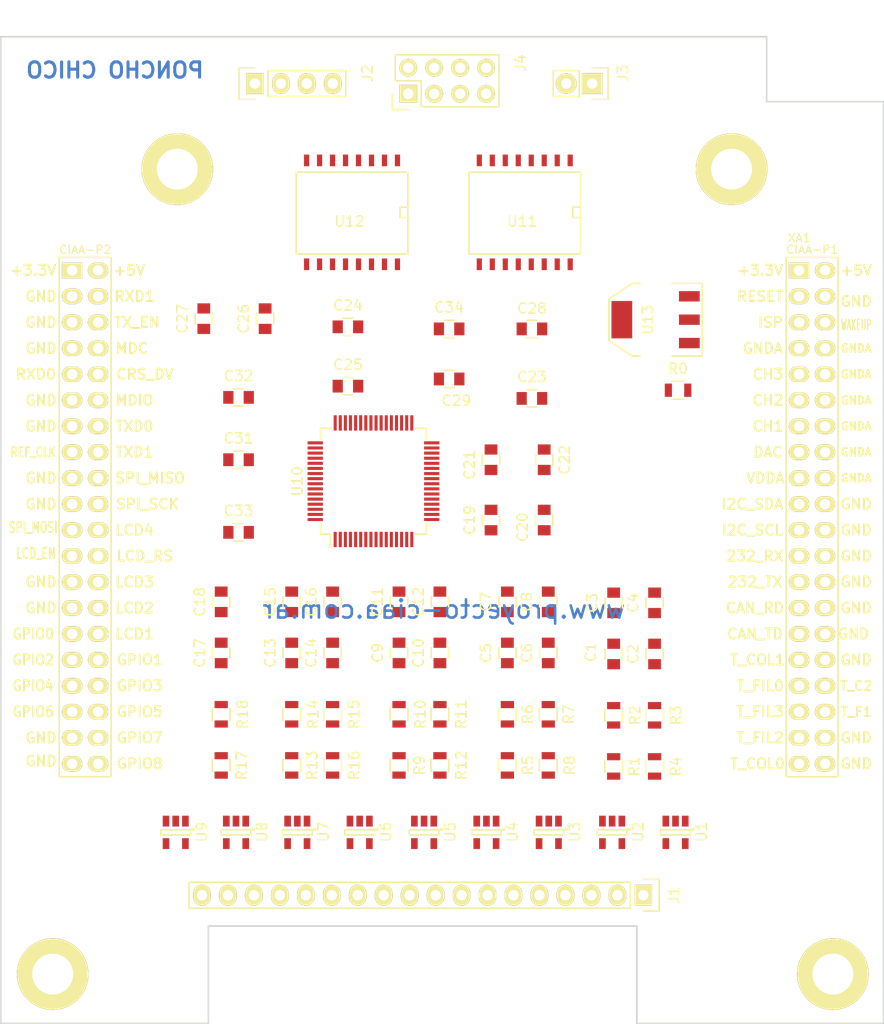
<source format=kicad_pcb>
(kicad_pcb (version 4) (host pcbnew 4.0.2-stable)

  (general
    (links 193)
    (no_connects 193)
    (area 101.059999 43.344999 187.570001 140.015001)
    (thickness 1.6)
    (drawings 42)
    (tracks 1)
    (zones 0)
    (modules 70)
    (nets 66)
  )

  (page A4)
  (title_block
    (title "Poncho Mediano - Modelo - Ejemplo - Template")
    (date "lun 05 oct 2015")
    (rev 1.0)
    (company "Proyecto CIAA - COMPUTADORA INDUSTRIAL ABIERTA ARGENTINA")
    (comment 1 https://github.com/ciaa/Ponchos/tree/master/modelos/doc)
    (comment 2 "Autores y Licencia del template (Diego Brengi - UNLaM)")
    (comment 3 "Autor del poncho (COMPLETAR NOMBRE Y APELLIDO). Ver directorio \"doc\"")
    (comment 4 "CÓDIGO PONCHO:")
  )

  (layers
    (0 F.Cu signal)
    (31 B.Cu signal)
    (32 B.Adhes user)
    (33 F.Adhes user)
    (34 B.Paste user)
    (35 F.Paste user)
    (36 B.SilkS user)
    (37 F.SilkS user)
    (38 B.Mask user)
    (39 F.Mask user)
    (40 Dwgs.User user hide)
    (41 Cmts.User user)
    (42 Eco1.User user)
    (43 Eco2.User user)
    (44 Edge.Cuts user)
    (45 Margin user)
    (46 B.CrtYd user)
    (47 F.CrtYd user)
    (48 B.Fab user)
    (49 F.Fab user)
  )

  (setup
    (last_trace_width 0.381)
    (user_trace_width 0.508)
    (user_trace_width 0.635)
    (user_trace_width 0.762)
    (user_trace_width 1.016)
    (user_trace_width 1.27)
    (user_trace_width 1.524)
    (trace_clearance 0.508)
    (zone_clearance 0.508)
    (zone_45_only no)
    (trace_min 0.2)
    (segment_width 0.2)
    (edge_width 0.15)
    (via_size 0.6)
    (via_drill 0.4)
    (via_min_size 0.4)
    (via_min_drill 0.3)
    (uvia_size 0.3)
    (uvia_drill 0.1)
    (uvias_allowed no)
    (uvia_min_size 0)
    (uvia_min_drill 0)
    (pcb_text_width 0.3)
    (pcb_text_size 1.5 1.5)
    (mod_edge_width 0.15)
    (mod_text_size 0.000001 0.000001)
    (mod_text_width 0.15)
    (pad_size 1.4 1.4)
    (pad_drill 0.6)
    (pad_to_mask_clearance 0.2)
    (aux_axis_origin 69.215 150.114)
    (visible_elements 7FFEFF7F)
    (pcbplotparams
      (layerselection 0x00020_80000000)
      (usegerberextensions false)
      (excludeedgelayer false)
      (linewidth 0.100000)
      (plotframeref false)
      (viasonmask false)
      (mode 1)
      (useauxorigin false)
      (hpglpennumber 1)
      (hpglpenspeed 20)
      (hpglpendiameter 15)
      (hpglpenoverlay 2)
      (psnegative false)
      (psa4output false)
      (plotreference true)
      (plotvalue false)
      (plotinvisibletext false)
      (padsonsilk false)
      (subtractmaskfromsilk false)
      (outputformat 1)
      (mirror false)
      (drillshape 0)
      (scaleselection 1)
      (outputdirectory ""))
  )

  (net 0 "")
  (net 1 /ADS1299/IN1+)
  (net 2 /ADS1299/IN1-)
  (net 3 /ADS1299/IN2+)
  (net 4 /ADS1299/IN2-)
  (net 5 /ADS1299/IN3+)
  (net 6 /ADS1299/IN3-)
  (net 7 /ADS1299/IN4+)
  (net 8 /ADS1299/IN4-)
  (net 9 /ADS1299/IN5+)
  (net 10 /ADS1299/IN5-)
  (net 11 /ADS1299/IN6+)
  (net 12 /ADS1299/IN6-)
  (net 13 /ADS1299/IN7+)
  (net 14 /ADS1299/IN7-)
  (net 15 /ADS1299/IN8+)
  (net 16 /ADS1299/IN8-)
  (net 17 /ADS1299/IN_REF)
  (net 18 /ADS1299/OUT_DRV_RL)
  (net 19 "Net-(C19-Pad1)")
  (net 20 GNDA)
  (net 21 "Net-(C21-Pad1)")
  (net 22 "Net-(C22-Pad1)")
  (net 23 "Net-(C23-Pad1)")
  (net 24 "Net-(C24-Pad1)")
  (net 25 "Net-(J1-Pad1)")
  (net 26 "Net-(J1-Pad2)")
  (net 27 "Net-(J1-Pad3)")
  (net 28 "Net-(J1-Pad4)")
  (net 29 "Net-(J1-Pad5)")
  (net 30 "Net-(J1-Pad6)")
  (net 31 "Net-(J1-Pad7)")
  (net 32 "Net-(J1-Pad8)")
  (net 33 "Net-(J1-Pad9)")
  (net 34 "Net-(J1-Pad10)")
  (net 35 "Net-(J1-Pad11)")
  (net 36 "Net-(J1-Pad12)")
  (net 37 "Net-(J1-Pad13)")
  (net 38 "Net-(J1-Pad14)")
  (net 39 "Net-(J1-Pad15)")
  (net 40 "Net-(J1-Pad16)")
  (net 41 "Net-(J1-Pad17)")
  (net 42 "Net-(J1-Pad18)")
  (net 43 "Net-(J2-Pad1)")
  (net 44 "Net-(J2-Pad2)")
  (net 45 "Net-(J2-Pad3)")
  (net 46 "Net-(J2-Pad4)")
  (net 47 "Net-(J3-Pad1)")
  (net 48 "Net-(J3-Pad2)")
  (net 49 /AISLACIÓN/SCLK1)
  (net 50 /AISLACIÓN/DRDY/1)
  (net 51 /AISLACIÓN/MISO1)
  (net 52 /AISLACIÓN/RESET1)
  (net 53 /AISLACIÓN/MOSI1)
  (net 54 /AISLACIÓN/START1)
  (net 55 /AISLACIÓN/CS1/)
  (net 56 /ADS1299/MOSI)
  (net 57 /AISLACIÓN/RESET)
  (net 58 /ADS1299/START)
  (net 59 /ADS1299/CS/)
  (net 60 /ADS1299/SCLK)
  (net 61 /ADS1299/MISO)
  (net 62 /ADS1299/DRDY/)
  (net 63 GNDD)
  (net 64 +3.3V)
  (net 65 +5V)

  (net_class Default "This is the default net class."
    (clearance 0.508)
    (trace_width 0.381)
    (via_dia 0.6)
    (via_drill 0.4)
    (uvia_dia 0.3)
    (uvia_drill 0.1)
    (add_net +3.3V)
    (add_net +5V)
    (add_net /ADS1299/CS/)
    (add_net /ADS1299/DRDY/)
    (add_net /ADS1299/IN1+)
    (add_net /ADS1299/IN1-)
    (add_net /ADS1299/IN2+)
    (add_net /ADS1299/IN2-)
    (add_net /ADS1299/IN3+)
    (add_net /ADS1299/IN3-)
    (add_net /ADS1299/IN4+)
    (add_net /ADS1299/IN4-)
    (add_net /ADS1299/IN5+)
    (add_net /ADS1299/IN5-)
    (add_net /ADS1299/IN6+)
    (add_net /ADS1299/IN6-)
    (add_net /ADS1299/IN7+)
    (add_net /ADS1299/IN7-)
    (add_net /ADS1299/IN8+)
    (add_net /ADS1299/IN8-)
    (add_net /ADS1299/IN_REF)
    (add_net /ADS1299/MISO)
    (add_net /ADS1299/MOSI)
    (add_net /ADS1299/OUT_DRV_RL)
    (add_net /ADS1299/SCLK)
    (add_net /ADS1299/START)
    (add_net /AISLACIÓN/CS1/)
    (add_net /AISLACIÓN/DRDY/1)
    (add_net /AISLACIÓN/MISO1)
    (add_net /AISLACIÓN/MOSI1)
    (add_net /AISLACIÓN/RESET)
    (add_net /AISLACIÓN/RESET1)
    (add_net /AISLACIÓN/SCLK1)
    (add_net /AISLACIÓN/START1)
    (add_net GNDA)
    (add_net GNDD)
    (add_net "Net-(C19-Pad1)")
    (add_net "Net-(C21-Pad1)")
    (add_net "Net-(C22-Pad1)")
    (add_net "Net-(C23-Pad1)")
    (add_net "Net-(C24-Pad1)")
    (add_net "Net-(J1-Pad1)")
    (add_net "Net-(J1-Pad10)")
    (add_net "Net-(J1-Pad11)")
    (add_net "Net-(J1-Pad12)")
    (add_net "Net-(J1-Pad13)")
    (add_net "Net-(J1-Pad14)")
    (add_net "Net-(J1-Pad15)")
    (add_net "Net-(J1-Pad16)")
    (add_net "Net-(J1-Pad17)")
    (add_net "Net-(J1-Pad18)")
    (add_net "Net-(J1-Pad2)")
    (add_net "Net-(J1-Pad3)")
    (add_net "Net-(J1-Pad4)")
    (add_net "Net-(J1-Pad5)")
    (add_net "Net-(J1-Pad6)")
    (add_net "Net-(J1-Pad7)")
    (add_net "Net-(J1-Pad8)")
    (add_net "Net-(J1-Pad9)")
    (add_net "Net-(J2-Pad1)")
    (add_net "Net-(J2-Pad2)")
    (add_net "Net-(J2-Pad3)")
    (add_net "Net-(J2-Pad4)")
    (add_net "Net-(J3-Pad1)")
    (add_net "Net-(J3-Pad2)")
  )

  (module Poncho_Esqueleto:Conn_Poncho_Mediano locked (layer F.Cu) (tedit 5612F5D8) (tstamp 5612FA4C)
    (at 179.24 66.28)
    (tags "CONN Poncho")
    (path /560E549A)
    (fp_text reference XA1 (at 0 -3.175) (layer F.SilkS)
      (effects (font (size 0.8 0.8) (thickness 0.12)))
    )
    (fp_text value Conn_PonchoMP_2x_20x2 (at -1.905 51.181) (layer F.SilkS) hide
      (effects (font (size 1.016 1.016) (thickness 0.2032)))
    )
    (fp_line (start 8.255 -22.86) (end 8.255 73.66) (layer Dwgs.User) (width 0.15))
    (fp_line (start -78.105 73.66) (end -78.105 -22.86) (layer Dwgs.User) (width 0.15))
    (fp_line (start -78.105 -22.86) (end 8.255 -22.86) (layer Dwgs.User) (width 0.15))
    (fp_line (start 8.255 73.66) (end -78.105 73.66) (layer Dwgs.User) (width 0.15))
    (fp_text user GPIO8 (at -64.516 48.26) (layer F.SilkS)
      (effects (font (size 1 1) (thickness 0.2)))
    )
    (fp_text user GPIO7 (at -64.516 45.72) (layer F.SilkS)
      (effects (font (size 1 1) (thickness 0.2)))
    )
    (fp_text user GPIO5 (at -64.516 43.18) (layer F.SilkS)
      (effects (font (size 1 1) (thickness 0.2)))
    )
    (fp_text user GPIO3 (at -64.516 40.64) (layer F.SilkS)
      (effects (font (size 1 1) (thickness 0.2)))
    )
    (fp_text user GPIO1 (at -64.516 38.1) (layer F.SilkS)
      (effects (font (size 1 1) (thickness 0.2)))
    )
    (fp_text user LCD1 (at -65.024 35.56) (layer F.SilkS)
      (effects (font (size 1 1) (thickness 0.2)))
    )
    (fp_text user LCD2 (at -65.024 33.02) (layer F.SilkS)
      (effects (font (size 1 1) (thickness 0.2)))
    )
    (fp_text user LCD3 (at -65.024 30.48) (layer F.SilkS)
      (effects (font (size 1 1) (thickness 0.2)))
    )
    (fp_text user LCD_RS (at -64.008 27.94) (layer F.SilkS)
      (effects (font (size 1 1) (thickness 0.2)))
    )
    (fp_text user LCD4 (at -65.024 25.4) (layer F.SilkS)
      (effects (font (size 1 1) (thickness 0.2)))
    )
    (fp_text user SPI_SCK (at -63.754 22.86) (layer F.SilkS)
      (effects (font (size 1 1) (thickness 0.2)))
    )
    (fp_text user SPI_MISO (at -63.5 20.32) (layer F.SilkS)
      (effects (font (size 1 1) (thickness 0.2)))
    )
    (fp_text user TXD1 (at -65.024 17.78) (layer F.SilkS)
      (effects (font (size 1 1) (thickness 0.2)))
    )
    (fp_text user TXD0 (at -65.024 15.24) (layer F.SilkS)
      (effects (font (size 1 1) (thickness 0.2)))
    )
    (fp_text user MDIO (at -65.024 12.7) (layer F.SilkS)
      (effects (font (size 1 1) (thickness 0.2)))
    )
    (fp_text user CRS_DV (at -64.008 10.16) (layer F.SilkS)
      (effects (font (size 1 1) (thickness 0.2)))
    )
    (fp_text user MDC (at -65.278 7.62) (layer F.SilkS)
      (effects (font (size 1 1) (thickness 0.2)))
    )
    (fp_text user TX_EN (at -64.77 5.08) (layer F.SilkS)
      (effects (font (size 1 1) (thickness 0.2)))
    )
    (fp_text user RXD1 (at -65.024 2.54) (layer F.SilkS)
      (effects (font (size 1 1) (thickness 0.2)))
    )
    (fp_text user +5V (at -65.532 0) (layer F.SilkS)
      (effects (font (size 1 1) (thickness 0.2)))
    )
    (fp_text user GND (at -74.168 48.006) (layer F.SilkS)
      (effects (font (size 1 1) (thickness 0.2)))
    )
    (fp_text user GND (at -74.168 45.72) (layer F.SilkS)
      (effects (font (size 1 1) (thickness 0.2)))
    )
    (fp_text user GPIO6 (at -74.93 43.18) (layer F.SilkS)
      (effects (font (size 1 0.9) (thickness 0.2)))
    )
    (fp_text user GPIO4 (at -74.93 40.64) (layer F.SilkS)
      (effects (font (size 1 0.9) (thickness 0.2)))
    )
    (fp_text user GPIO2 (at -74.93 38.1) (layer F.SilkS)
      (effects (font (size 1 0.9) (thickness 0.2)))
    )
    (fp_text user GPIO0 (at -74.93 35.56) (layer F.SilkS)
      (effects (font (size 1 0.9) (thickness 0.2)))
    )
    (fp_text user GND (at -74.168 33.02) (layer F.SilkS)
      (effects (font (size 1 1) (thickness 0.2)))
    )
    (fp_text user GND (at -74.168 30.48) (layer F.SilkS)
      (effects (font (size 1 1) (thickness 0.2)))
    )
    (fp_text user LCD_EN (at -74.676 27.686) (layer F.SilkS)
      (effects (font (size 1 0.7) (thickness 0.17)))
    )
    (fp_text user SPI_MOSI (at -74.93 25.146) (layer F.SilkS)
      (effects (font (size 1 0.7) (thickness 0.17)))
    )
    (fp_text user GND (at -74.168 22.86) (layer F.SilkS)
      (effects (font (size 1 1) (thickness 0.2)))
    )
    (fp_text user GND (at -74.168 20.32) (layer F.SilkS)
      (effects (font (size 1 1) (thickness 0.2)))
    )
    (fp_text user REF_CLK (at -74.93 17.78) (layer F.SilkS)
      (effects (font (size 0.9 0.7) (thickness 0.175)))
    )
    (fp_text user GND (at -74.168 15.24) (layer F.SilkS)
      (effects (font (size 1 1) (thickness 0.2)))
    )
    (fp_text user GND (at -74.168 12.7) (layer F.SilkS)
      (effects (font (size 1 1) (thickness 0.2)))
    )
    (fp_text user GND (at -74.168 7.62) (layer F.SilkS)
      (effects (font (size 1 1) (thickness 0.2)))
    )
    (fp_text user RXD0 (at -74.676 10.16) (layer F.SilkS)
      (effects (font (size 1 1) (thickness 0.2)))
    )
    (fp_text user GND (at -74.168 5.08) (layer F.SilkS)
      (effects (font (size 1 1) (thickness 0.2)))
    )
    (fp_text user GND (at -74.168 2.54) (layer F.SilkS)
      (effects (font (size 1 1) (thickness 0.2)))
    )
    (fp_text user +3.3V (at -74.93 0) (layer F.SilkS)
      (effects (font (size 1 1) (thickness 0.2)))
    )
    (fp_text user GND (at 5.588 48.26) (layer F.SilkS)
      (effects (font (size 1 1) (thickness 0.2)))
    )
    (fp_text user GND (at 5.588 45.72) (layer F.SilkS)
      (effects (font (size 1 1) (thickness 0.2)))
    )
    (fp_text user T_F1 (at 5.588 43.18) (layer F.SilkS)
      (effects (font (size 0.9 0.9) (thickness 0.18)))
    )
    (fp_text user T_C2 (at 5.588 40.64) (layer F.SilkS)
      (effects (font (size 0.9 0.9) (thickness 0.18)))
    )
    (fp_text user GND (at 5.588 38.1) (layer F.SilkS)
      (effects (font (size 1 1) (thickness 0.2)))
    )
    (fp_text user GND (at 5.334 35.56) (layer F.SilkS)
      (effects (font (size 1 1) (thickness 0.2)))
    )
    (fp_text user GND (at 5.588 33.02) (layer F.SilkS)
      (effects (font (size 1 1) (thickness 0.2)))
    )
    (fp_text user GND (at 5.588 30.48) (layer F.SilkS)
      (effects (font (size 1 1) (thickness 0.2)))
    )
    (fp_text user GND (at 5.588 27.94) (layer F.SilkS)
      (effects (font (size 1 1) (thickness 0.2)))
    )
    (fp_text user GND (at 5.588 25.4) (layer F.SilkS)
      (effects (font (size 1 1) (thickness 0.2)))
    )
    (fp_text user GND (at 5.588 22.86) (layer F.SilkS)
      (effects (font (size 1 1) (thickness 0.2)))
    )
    (fp_text user GNDA (at 5.588 20.32) (layer F.SilkS)
      (effects (font (size 0.76 0.76) (thickness 0.19)))
    )
    (fp_text user GNDA (at 5.588 17.78) (layer F.SilkS)
      (effects (font (size 0.76 0.76) (thickness 0.19)))
    )
    (fp_text user GNDA (at 5.588 15.24) (layer F.SilkS)
      (effects (font (size 0.76 0.76) (thickness 0.19)))
    )
    (fp_text user GNDA (at 5.588 12.7) (layer F.SilkS)
      (effects (font (size 0.76 0.76) (thickness 0.19)))
    )
    (fp_text user GNDA (at 5.588 10.16) (layer F.SilkS)
      (effects (font (size 0.76 0.76) (thickness 0.19)))
    )
    (fp_text user GNDA (at 5.588 7.62) (layer F.SilkS)
      (effects (font (size 0.76 0.76) (thickness 0.19)))
    )
    (fp_text user WAKEUP (at 5.588 5.334) (layer F.SilkS)
      (effects (font (size 1 0.5) (thickness 0.125)))
    )
    (fp_text user GND (at 5.588 3.048) (layer F.SilkS)
      (effects (font (size 1 1) (thickness 0.2)))
    )
    (fp_text user +5V (at 5.588 0) (layer F.SilkS)
      (effects (font (size 1 1) (thickness 0.2)))
    )
    (fp_text user T_COL0 (at -4.064 48.26) (layer F.SilkS)
      (effects (font (size 1 1) (thickness 0.2)))
    )
    (fp_text user T_FIL2 (at -3.81 45.72) (layer F.SilkS)
      (effects (font (size 1 1) (thickness 0.2)))
    )
    (fp_text user T_FIL3 (at -3.81 43.18) (layer F.SilkS)
      (effects (font (size 1 1) (thickness 0.2)))
    )
    (fp_text user T_FIL0 (at -3.81 40.64) (layer F.SilkS)
      (effects (font (size 1 1) (thickness 0.2)))
    )
    (fp_text user T_COL1 (at -4.064 38.1) (layer F.SilkS)
      (effects (font (size 1 1) (thickness 0.2)))
    )
    (fp_text user CAN_TD (at -4.318 35.56) (layer F.SilkS)
      (effects (font (size 1 1) (thickness 0.2)))
    )
    (fp_text user CAN_RD (at -4.318 33.02) (layer F.SilkS)
      (effects (font (size 1 1) (thickness 0.2)))
    )
    (fp_text user 232_TX (at -4.318 30.48) (layer F.SilkS)
      (effects (font (size 1 1) (thickness 0.2)))
    )
    (fp_text user 232_RX (at -4.318 27.94) (layer F.SilkS)
      (effects (font (size 1 1) (thickness 0.2)))
    )
    (fp_text user I2C_SCL (at -4.572 25.4) (layer F.SilkS)
      (effects (font (size 1 1) (thickness 0.2)))
    )
    (fp_text user I2C_SDA (at -4.572 22.86) (layer F.SilkS)
      (effects (font (size 1 1) (thickness 0.2)))
    )
    (fp_text user VDDA (at -3.302 20.32) (layer F.SilkS)
      (effects (font (size 1 1) (thickness 0.2)))
    )
    (fp_text user DAC (at -3.048 17.78) (layer F.SilkS)
      (effects (font (size 1 1) (thickness 0.2)))
    )
    (fp_text user CH1 (at -3.048 15.24) (layer F.SilkS)
      (effects (font (size 1 1) (thickness 0.2)))
    )
    (fp_text user CH2 (at -3.048 12.7) (layer F.SilkS)
      (effects (font (size 1 1) (thickness 0.2)))
    )
    (fp_text user CH3 (at -3.048 10.16) (layer F.SilkS)
      (effects (font (size 1 1) (thickness 0.2)))
    )
    (fp_text user GNDA (at -3.556 7.62) (layer F.SilkS)
      (effects (font (size 1 1) (thickness 0.2)))
    )
    (fp_text user ISP (at -2.794 5.08) (layer F.SilkS)
      (effects (font (size 1 1) (thickness 0.2)))
    )
    (fp_text user RESET (at -3.81 2.54) (layer F.SilkS)
      (effects (font (size 1 1) (thickness 0.2)))
    )
    (fp_text user CIAA-P2 (at -69.85 -2.032) (layer F.SilkS)
      (effects (font (size 0.8 0.8) (thickness 0.12)))
    )
    (fp_text user CIAA-P1 (at 1.27 -2.032) (layer F.SilkS)
      (effects (font (size 0.8 0.8) (thickness 0.12)))
    )
    (fp_text user +3.3V (at -3.81 0) (layer F.SilkS)
      (effects (font (size 1 1) (thickness 0.2)))
    )
    (fp_line (start -72.39 0) (end -72.39 -1.27) (layer F.SilkS) (width 0.15))
    (fp_line (start -72.39 -1.27) (end -67.31 -1.27) (layer F.SilkS) (width 0.15))
    (fp_line (start -67.31 -1.27) (end -67.31 49.53) (layer F.SilkS) (width 0.15))
    (fp_line (start -67.31 49.53) (end -72.39 49.53) (layer F.SilkS) (width 0.15))
    (fp_line (start -72.39 49.53) (end -72.39 0) (layer F.SilkS) (width 0.15))
    (fp_line (start -1.27 49.53) (end -1.27 -1.27) (layer F.SilkS) (width 0.15))
    (fp_line (start 3.81 49.53) (end 3.81 -1.27) (layer F.SilkS) (width 0.15))
    (fp_line (start 3.81 49.53) (end -1.27 49.53) (layer F.SilkS) (width 0.15))
    (fp_line (start 3.81 -1.27) (end -1.27 -1.27) (layer F.SilkS) (width 0.15))
    (pad 1 thru_hole rect (at 0 0 270) (size 1.524 2) (drill 1.016) (layers *.Cu *.Mask F.SilkS))
    (pad 2 thru_hole oval (at 2.54 0 270) (size 1.524 2) (drill 1.016) (layers *.Cu *.Mask F.SilkS))
    (pad 11 thru_hole oval (at 0 12.7 270) (size 1.524 2) (drill 1.016) (layers *.Cu *.Mask F.SilkS))
    (pad 4 thru_hole oval (at 2.54 2.54 270) (size 1.524 2) (drill 1.016) (layers *.Cu *.Mask F.SilkS))
    (pad 13 thru_hole oval (at 0 15.24 270) (size 1.524 2) (drill 1.016) (layers *.Cu *.Mask F.SilkS))
    (pad 6 thru_hole oval (at 2.54 5.08 270) (size 1.524 2) (drill 1.016) (layers *.Cu *.Mask F.SilkS))
    (pad 15 thru_hole oval (at 0 17.78 270) (size 1.524 2) (drill 1.016) (layers *.Cu *.Mask F.SilkS))
    (pad 8 thru_hole oval (at 2.54 7.62 270) (size 1.524 2) (drill 1.016) (layers *.Cu *.Mask F.SilkS))
    (pad 17 thru_hole oval (at 0 20.32 270) (size 1.524 2) (drill 1.016) (layers *.Cu *.Mask F.SilkS))
    (pad 10 thru_hole oval (at 2.54 10.16 270) (size 1.524 2) (drill 1.016) (layers *.Cu *.Mask F.SilkS))
    (pad 19 thru_hole oval (at 0 22.86 270) (size 1.524 2) (drill 1.016) (layers *.Cu *.Mask F.SilkS))
    (pad 12 thru_hole oval (at 2.54 12.7 270) (size 1.524 2) (drill 1.016) (layers *.Cu *.Mask F.SilkS))
    (pad 21 thru_hole oval (at 0 25.4 270) (size 1.524 2) (drill 1.016) (layers *.Cu *.Mask F.SilkS))
    (pad 14 thru_hole oval (at 2.54 15.24 270) (size 1.524 2) (drill 1.016) (layers *.Cu *.Mask F.SilkS))
    (pad 23 thru_hole oval (at 0 27.94 270) (size 1.524 2) (drill 1.016) (layers *.Cu *.Mask F.SilkS))
    (pad 16 thru_hole oval (at 2.54 17.78 270) (size 1.524 2) (drill 1.016) (layers *.Cu *.Mask F.SilkS))
    (pad 25 thru_hole oval (at 0 30.48 270) (size 1.524 2) (drill 1.016) (layers *.Cu *.Mask F.SilkS))
    (pad 18 thru_hole oval (at 2.54 20.32 270) (size 1.524 2) (drill 1.016) (layers *.Cu *.Mask F.SilkS))
    (pad 27 thru_hole oval (at 0 33.02 270) (size 1.524 2) (drill 1.016) (layers *.Cu *.Mask F.SilkS))
    (pad 20 thru_hole oval (at 2.54 22.86 270) (size 1.524 2) (drill 1.016) (layers *.Cu *.Mask F.SilkS))
    (pad 29 thru_hole oval (at 0 35.56 270) (size 1.524 2) (drill 1.016) (layers *.Cu *.Mask F.SilkS))
    (pad 22 thru_hole oval (at 2.54 25.4 270) (size 1.524 2) (drill 1.016) (layers *.Cu *.Mask F.SilkS))
    (pad 31 thru_hole oval (at 0 38.1 270) (size 1.524 2) (drill 1.016) (layers *.Cu *.Mask F.SilkS))
    (pad 24 thru_hole oval (at 2.54 27.94 270) (size 1.524 2) (drill 1.016) (layers *.Cu *.Mask F.SilkS))
    (pad 26 thru_hole oval (at 2.54 30.48 270) (size 1.524 2) (drill 1.016) (layers *.Cu *.Mask F.SilkS))
    (pad 33 thru_hole oval (at 0 40.64 270) (size 1.524 2) (drill 1.016) (layers *.Cu *.Mask F.SilkS))
    (pad 28 thru_hole oval (at 2.54 33.02 270) (size 1.524 2) (drill 1.016) (layers *.Cu *.Mask F.SilkS))
    (pad 32 thru_hole oval (at 2.54 38.1 270) (size 1.524 2) (drill 1.016) (layers *.Cu *.Mask F.SilkS))
    (pad 34 thru_hole oval (at 2.54 40.64 270) (size 1.524 2) (drill 1.016) (layers *.Cu *.Mask F.SilkS))
    (pad 36 thru_hole oval (at 2.54 43.18 270) (size 1.524 2) (drill 1.016) (layers *.Cu *.Mask F.SilkS))
    (pad 38 thru_hole oval (at 2.54 45.72 270) (size 1.524 2) (drill 1.016) (layers *.Cu *.Mask F.SilkS))
    (pad 35 thru_hole oval (at 0 43.18 270) (size 1.524 2) (drill 1.016) (layers *.Cu *.Mask F.SilkS))
    (pad 37 thru_hole oval (at 0 45.72 270) (size 1.524 2) (drill 1.016) (layers *.Cu *.Mask F.SilkS))
    (pad 3 thru_hole oval (at 0 2.54 270) (size 1.524 2) (drill 1.016) (layers *.Cu *.Mask F.SilkS))
    (pad 5 thru_hole oval (at 0 5.08 270) (size 1.524 2) (drill 1.016) (layers *.Cu *.Mask F.SilkS))
    (pad 7 thru_hole oval (at 0 7.62 270) (size 1.524 2) (drill 1.016) (layers *.Cu *.Mask F.SilkS))
    (pad 9 thru_hole oval (at 0 10.16 270) (size 1.524 2) (drill 1.016) (layers *.Cu *.Mask F.SilkS))
    (pad 39 thru_hole oval (at 0 48.26 270) (size 1.524 2) (drill 1.016) (layers *.Cu *.Mask F.SilkS))
    (pad 40 thru_hole oval (at 2.54 48.26 270) (size 1.524 2) (drill 1.016) (layers *.Cu *.Mask F.SilkS))
    (pad 30 thru_hole oval (at 2.54 35.56 270) (size 1.524 2) (drill 1.016) (layers *.Cu *.Mask F.SilkS))
    (pad 41 thru_hole rect (at -71.12 0 270) (size 1.524 2) (drill 1.016) (layers *.Cu *.Mask F.SilkS))
    (pad 42 thru_hole oval (at -68.58 0 270) (size 1.524 2) (drill 1.016) (layers *.Cu *.Mask F.SilkS))
    (pad 43 thru_hole oval (at -71.12 2.54 270) (size 1.524 2) (drill 1.016) (layers *.Cu *.Mask F.SilkS))
    (pad 44 thru_hole oval (at -68.58 2.54 270) (size 1.524 2) (drill 1.016) (layers *.Cu *.Mask F.SilkS))
    (pad 45 thru_hole oval (at -71.12 5.08 270) (size 1.524 2) (drill 1.016) (layers *.Cu *.Mask F.SilkS))
    (pad 46 thru_hole oval (at -68.58 5.08 270) (size 1.524 2) (drill 1.016) (layers *.Cu *.Mask F.SilkS))
    (pad 47 thru_hole oval (at -71.12 7.62 270) (size 1.524 2) (drill 1.016) (layers *.Cu *.Mask F.SilkS))
    (pad 48 thru_hole oval (at -68.58 7.62 270) (size 1.524 2) (drill 1.016) (layers *.Cu *.Mask F.SilkS))
    (pad 49 thru_hole oval (at -71.12 10.16 270) (size 1.524 2) (drill 1.016) (layers *.Cu *.Mask F.SilkS))
    (pad 50 thru_hole oval (at -68.58 10.16 270) (size 1.524 2) (drill 1.016) (layers *.Cu *.Mask F.SilkS))
    (pad 51 thru_hole oval (at -71.12 12.7 270) (size 1.524 2) (drill 1.016) (layers *.Cu *.Mask F.SilkS))
    (pad 52 thru_hole oval (at -68.58 12.7 270) (size 1.524 2) (drill 1.016) (layers *.Cu *.Mask F.SilkS))
    (pad 53 thru_hole oval (at -71.12 15.24 270) (size 1.524 2) (drill 1.016) (layers *.Cu *.Mask F.SilkS))
    (pad 54 thru_hole oval (at -68.58 15.24 270) (size 1.524 2) (drill 1.016) (layers *.Cu *.Mask F.SilkS))
    (pad 55 thru_hole oval (at -71.12 17.78 270) (size 1.524 2) (drill 1.016) (layers *.Cu *.Mask F.SilkS))
    (pad 56 thru_hole oval (at -68.58 17.78 270) (size 1.524 2) (drill 1.016) (layers *.Cu *.Mask F.SilkS))
    (pad 57 thru_hole oval (at -71.12 20.32 270) (size 1.524 2) (drill 1.016) (layers *.Cu *.Mask F.SilkS))
    (pad 58 thru_hole oval (at -68.58 20.32 270) (size 1.524 2) (drill 1.016) (layers *.Cu *.Mask F.SilkS))
    (pad 59 thru_hole oval (at -71.12 22.86 270) (size 1.524 2) (drill 1.016) (layers *.Cu *.Mask F.SilkS))
    (pad 60 thru_hole oval (at -68.58 22.86 270) (size 1.524 2) (drill 1.016) (layers *.Cu *.Mask F.SilkS))
    (pad 61 thru_hole oval (at -71.12 25.4 270) (size 1.524 2) (drill 1.016) (layers *.Cu *.Mask F.SilkS))
    (pad 62 thru_hole oval (at -68.58 25.4 270) (size 1.524 2) (drill 1.016) (layers *.Cu *.Mask F.SilkS))
    (pad 63 thru_hole oval (at -71.12 27.94 270) (size 1.524 2) (drill 1.016) (layers *.Cu *.Mask F.SilkS))
    (pad 64 thru_hole oval (at -68.58 27.94 270) (size 1.524 2) (drill 1.016) (layers *.Cu *.Mask F.SilkS))
    (pad 65 thru_hole oval (at -71.12 30.48 270) (size 1.524 2) (drill 1.016) (layers *.Cu *.Mask F.SilkS))
    (pad 66 thru_hole oval (at -68.58 30.48 270) (size 1.524 2) (drill 1.016) (layers *.Cu *.Mask F.SilkS))
    (pad 67 thru_hole oval (at -71.12 33.02 270) (size 1.524 2) (drill 1.016) (layers *.Cu *.Mask F.SilkS))
    (pad 68 thru_hole oval (at -68.58 33.02 270) (size 1.524 2) (drill 1.016) (layers *.Cu *.Mask F.SilkS))
    (pad 69 thru_hole oval (at -71.12 35.56 270) (size 1.524 2) (drill 1.016) (layers *.Cu *.Mask F.SilkS))
    (pad 70 thru_hole oval (at -68.58 35.56 270) (size 1.524 2) (drill 1.016) (layers *.Cu *.Mask F.SilkS))
    (pad 71 thru_hole oval (at -71.12 38.1 270) (size 1.524 2) (drill 1.016) (layers *.Cu *.Mask F.SilkS))
    (pad 72 thru_hole oval (at -68.58 38.1 270) (size 1.524 2) (drill 1.016) (layers *.Cu *.Mask F.SilkS))
    (pad 73 thru_hole oval (at -71.12 40.64 270) (size 1.524 2) (drill 1.016) (layers *.Cu *.Mask F.SilkS))
    (pad 74 thru_hole oval (at -68.58 40.64 270) (size 1.524 2) (drill 1.016) (layers *.Cu *.Mask F.SilkS))
    (pad 75 thru_hole oval (at -71.12 43.18 270) (size 1.524 2) (drill 1.016) (layers *.Cu *.Mask F.SilkS))
    (pad 76 thru_hole oval (at -68.58 43.18 270) (size 1.524 2) (drill 1.016) (layers *.Cu *.Mask F.SilkS))
    (pad 77 thru_hole oval (at -71.12 45.72 270) (size 1.524 2) (drill 1.016) (layers *.Cu *.Mask F.SilkS))
    (pad 78 thru_hole oval (at -68.58 45.72 270) (size 1.524 2) (drill 1.016) (layers *.Cu *.Mask F.SilkS))
    (pad 79 thru_hole oval (at -71.12 48.26 270) (size 1.524 2) (drill 1.016) (layers *.Cu *.Mask F.SilkS))
    (pad 80 thru_hole oval (at -68.58 48.26 270) (size 1.524 2) (drill 1.016) (layers *.Cu *.Mask F.SilkS))
    (pad ~ thru_hole circle (at -73.025 68.834) (size 7 7) (drill 4) (layers *.Cu *.Mask F.SilkS))
    (pad ~ thru_hole circle (at 3.302 68.834) (size 7 7) (drill 4) (layers *.Cu *.Mask F.SilkS))
    (pad ~ thru_hole circle (at -60.833 -9.906) (size 7 7) (drill 4) (layers *.Cu *.Mask F.SilkS))
    (pad ~ thru_hole circle (at -6.604 -9.906) (size 7 7) (drill 4) (layers *.Cu *.Mask F.SilkS))
  )

  (module Capacitors_SMD:C_0805 (layer F.Cu) (tedit 57C49DCC) (tstamp 57C47BFA)
    (at 161.1 103.8 270)
    (descr "Capacitor SMD 0805, reflow soldering, AVX (see smccp.pdf)")
    (tags "capacitor 0805")
    (path /57BDBDC8/57C11B8B)
    (attr smd)
    (fp_text reference C1 (at -0.1778 2.2352 270) (layer F.SilkS)
      (effects (font (size 1 1) (thickness 0.15)))
    )
    (fp_text value 1nF (at 0 2.1 270) (layer F.Fab)
      (effects (font (size 1 1) (thickness 0.15)))
    )
    (fp_line (start -1.8 -1) (end 1.8 -1) (layer F.CrtYd) (width 0.05))
    (fp_line (start -1.8 1) (end 1.8 1) (layer F.CrtYd) (width 0.05))
    (fp_line (start -1.8 -1) (end -1.8 1) (layer F.CrtYd) (width 0.05))
    (fp_line (start 1.8 -1) (end 1.8 1) (layer F.CrtYd) (width 0.05))
    (fp_line (start 0.5 -0.85) (end -0.5 -0.85) (layer F.SilkS) (width 0.15))
    (fp_line (start -0.5 0.85) (end 0.5 0.85) (layer F.SilkS) (width 0.15))
    (pad 1 smd rect (at -1 0 270) (size 1 1.25) (layers F.Cu F.Paste F.Mask)
      (net 1 /ADS1299/IN1+))
    (pad 2 smd rect (at 1 0 270) (size 1 1.25) (layers F.Cu F.Paste F.Mask)
      (net 63 GNDD))
    (model Capacitors_SMD.3dshapes/C_0805.wrl
      (at (xyz 0 0 0))
      (scale (xyz 1 1 1))
      (rotate (xyz 0 0 0))
    )
  )

  (module Capacitors_SMD:C_0805 (layer F.Cu) (tedit 5415D6EA) (tstamp 57C47C00)
    (at 165.1 103.8 90)
    (descr "Capacitor SMD 0805, reflow soldering, AVX (see smccp.pdf)")
    (tags "capacitor 0805")
    (path /57BDBDC8/57C11BC4)
    (attr smd)
    (fp_text reference C2 (at 0 -2.1 90) (layer F.SilkS)
      (effects (font (size 1 1) (thickness 0.15)))
    )
    (fp_text value 1nF (at 0 2.1 90) (layer F.Fab)
      (effects (font (size 1 1) (thickness 0.15)))
    )
    (fp_line (start -1.8 -1) (end 1.8 -1) (layer F.CrtYd) (width 0.05))
    (fp_line (start -1.8 1) (end 1.8 1) (layer F.CrtYd) (width 0.05))
    (fp_line (start -1.8 -1) (end -1.8 1) (layer F.CrtYd) (width 0.05))
    (fp_line (start 1.8 -1) (end 1.8 1) (layer F.CrtYd) (width 0.05))
    (fp_line (start 0.5 -0.85) (end -0.5 -0.85) (layer F.SilkS) (width 0.15))
    (fp_line (start -0.5 0.85) (end 0.5 0.85) (layer F.SilkS) (width 0.15))
    (pad 1 smd rect (at -1 0 90) (size 1 1.25) (layers F.Cu F.Paste F.Mask)
      (net 2 /ADS1299/IN1-))
    (pad 2 smd rect (at 1 0 90) (size 1 1.25) (layers F.Cu F.Paste F.Mask)
      (net 63 GNDD))
    (model Capacitors_SMD.3dshapes/C_0805.wrl
      (at (xyz 0 0 0))
      (scale (xyz 1 1 1))
      (rotate (xyz 0 0 0))
    )
  )

  (module Capacitors_SMD:C_0805 (layer F.Cu) (tedit 5415D6EA) (tstamp 57C47C06)
    (at 161.1 98.8 90)
    (descr "Capacitor SMD 0805, reflow soldering, AVX (see smccp.pdf)")
    (tags "capacitor 0805")
    (path /57BDBDC8/57C11BFF)
    (attr smd)
    (fp_text reference C3 (at 0 -2.1 90) (layer F.SilkS)
      (effects (font (size 1 1) (thickness 0.15)))
    )
    (fp_text value 1nF (at 0 2.1 90) (layer F.Fab)
      (effects (font (size 1 1) (thickness 0.15)))
    )
    (fp_line (start -1.8 -1) (end 1.8 -1) (layer F.CrtYd) (width 0.05))
    (fp_line (start -1.8 1) (end 1.8 1) (layer F.CrtYd) (width 0.05))
    (fp_line (start -1.8 -1) (end -1.8 1) (layer F.CrtYd) (width 0.05))
    (fp_line (start 1.8 -1) (end 1.8 1) (layer F.CrtYd) (width 0.05))
    (fp_line (start 0.5 -0.85) (end -0.5 -0.85) (layer F.SilkS) (width 0.15))
    (fp_line (start -0.5 0.85) (end 0.5 0.85) (layer F.SilkS) (width 0.15))
    (pad 1 smd rect (at -1 0 90) (size 1 1.25) (layers F.Cu F.Paste F.Mask)
      (net 3 /ADS1299/IN2+))
    (pad 2 smd rect (at 1 0 90) (size 1 1.25) (layers F.Cu F.Paste F.Mask)
      (net 63 GNDD))
    (model Capacitors_SMD.3dshapes/C_0805.wrl
      (at (xyz 0 0 0))
      (scale (xyz 1 1 1))
      (rotate (xyz 0 0 0))
    )
  )

  (module Capacitors_SMD:C_0805 (layer F.Cu) (tedit 5415D6EA) (tstamp 57C47C0C)
    (at 165.1 98.8 90)
    (descr "Capacitor SMD 0805, reflow soldering, AVX (see smccp.pdf)")
    (tags "capacitor 0805")
    (path /57BDBDC8/57C11C32)
    (attr smd)
    (fp_text reference C4 (at 0 -2.1 90) (layer F.SilkS)
      (effects (font (size 1 1) (thickness 0.15)))
    )
    (fp_text value 1nF (at 0 2.1 90) (layer F.Fab)
      (effects (font (size 1 1) (thickness 0.15)))
    )
    (fp_line (start -1.8 -1) (end 1.8 -1) (layer F.CrtYd) (width 0.05))
    (fp_line (start -1.8 1) (end 1.8 1) (layer F.CrtYd) (width 0.05))
    (fp_line (start -1.8 -1) (end -1.8 1) (layer F.CrtYd) (width 0.05))
    (fp_line (start 1.8 -1) (end 1.8 1) (layer F.CrtYd) (width 0.05))
    (fp_line (start 0.5 -0.85) (end -0.5 -0.85) (layer F.SilkS) (width 0.15))
    (fp_line (start -0.5 0.85) (end 0.5 0.85) (layer F.SilkS) (width 0.15))
    (pad 1 smd rect (at -1 0 90) (size 1 1.25) (layers F.Cu F.Paste F.Mask)
      (net 4 /ADS1299/IN2-))
    (pad 2 smd rect (at 1 0 90) (size 1 1.25) (layers F.Cu F.Paste F.Mask)
      (net 63 GNDD))
    (model Capacitors_SMD.3dshapes/C_0805.wrl
      (at (xyz 0 0 0))
      (scale (xyz 1 1 1))
      (rotate (xyz 0 0 0))
    )
  )

  (module Capacitors_SMD:C_0805 (layer F.Cu) (tedit 5415D6EA) (tstamp 57C47C12)
    (at 150.7 103.7 90)
    (descr "Capacitor SMD 0805, reflow soldering, AVX (see smccp.pdf)")
    (tags "capacitor 0805")
    (path /57BDBDC8/57C14B57)
    (attr smd)
    (fp_text reference C5 (at 0 -2.1 90) (layer F.SilkS)
      (effects (font (size 1 1) (thickness 0.15)))
    )
    (fp_text value 1nF (at 0 2.1 90) (layer F.Fab)
      (effects (font (size 1 1) (thickness 0.15)))
    )
    (fp_line (start -1.8 -1) (end 1.8 -1) (layer F.CrtYd) (width 0.05))
    (fp_line (start -1.8 1) (end 1.8 1) (layer F.CrtYd) (width 0.05))
    (fp_line (start -1.8 -1) (end -1.8 1) (layer F.CrtYd) (width 0.05))
    (fp_line (start 1.8 -1) (end 1.8 1) (layer F.CrtYd) (width 0.05))
    (fp_line (start 0.5 -0.85) (end -0.5 -0.85) (layer F.SilkS) (width 0.15))
    (fp_line (start -0.5 0.85) (end 0.5 0.85) (layer F.SilkS) (width 0.15))
    (pad 1 smd rect (at -1 0 90) (size 1 1.25) (layers F.Cu F.Paste F.Mask)
      (net 5 /ADS1299/IN3+))
    (pad 2 smd rect (at 1 0 90) (size 1 1.25) (layers F.Cu F.Paste F.Mask)
      (net 63 GNDD))
    (model Capacitors_SMD.3dshapes/C_0805.wrl
      (at (xyz 0 0 0))
      (scale (xyz 1 1 1))
      (rotate (xyz 0 0 0))
    )
  )

  (module Capacitors_SMD:C_0805 (layer F.Cu) (tedit 5415D6EA) (tstamp 57C47C18)
    (at 154.7 103.7 90)
    (descr "Capacitor SMD 0805, reflow soldering, AVX (see smccp.pdf)")
    (tags "capacitor 0805")
    (path /57BDBDC8/57C14B5E)
    (attr smd)
    (fp_text reference C6 (at 0 -2.1 90) (layer F.SilkS)
      (effects (font (size 1 1) (thickness 0.15)))
    )
    (fp_text value 1nF (at 0 2.1 90) (layer F.Fab)
      (effects (font (size 1 1) (thickness 0.15)))
    )
    (fp_line (start -1.8 -1) (end 1.8 -1) (layer F.CrtYd) (width 0.05))
    (fp_line (start -1.8 1) (end 1.8 1) (layer F.CrtYd) (width 0.05))
    (fp_line (start -1.8 -1) (end -1.8 1) (layer F.CrtYd) (width 0.05))
    (fp_line (start 1.8 -1) (end 1.8 1) (layer F.CrtYd) (width 0.05))
    (fp_line (start 0.5 -0.85) (end -0.5 -0.85) (layer F.SilkS) (width 0.15))
    (fp_line (start -0.5 0.85) (end 0.5 0.85) (layer F.SilkS) (width 0.15))
    (pad 1 smd rect (at -1 0 90) (size 1 1.25) (layers F.Cu F.Paste F.Mask)
      (net 6 /ADS1299/IN3-))
    (pad 2 smd rect (at 1 0 90) (size 1 1.25) (layers F.Cu F.Paste F.Mask)
      (net 63 GNDD))
    (model Capacitors_SMD.3dshapes/C_0805.wrl
      (at (xyz 0 0 0))
      (scale (xyz 1 1 1))
      (rotate (xyz 0 0 0))
    )
  )

  (module Capacitors_SMD:C_0805 (layer F.Cu) (tedit 5415D6EA) (tstamp 57C47C1E)
    (at 150.7 98.7 90)
    (descr "Capacitor SMD 0805, reflow soldering, AVX (see smccp.pdf)")
    (tags "capacitor 0805")
    (path /57BDBDC8/57C14B65)
    (attr smd)
    (fp_text reference C7 (at 0 -2.1 90) (layer F.SilkS)
      (effects (font (size 1 1) (thickness 0.15)))
    )
    (fp_text value 1nF (at 0 2.1 90) (layer F.Fab)
      (effects (font (size 1 1) (thickness 0.15)))
    )
    (fp_line (start -1.8 -1) (end 1.8 -1) (layer F.CrtYd) (width 0.05))
    (fp_line (start -1.8 1) (end 1.8 1) (layer F.CrtYd) (width 0.05))
    (fp_line (start -1.8 -1) (end -1.8 1) (layer F.CrtYd) (width 0.05))
    (fp_line (start 1.8 -1) (end 1.8 1) (layer F.CrtYd) (width 0.05))
    (fp_line (start 0.5 -0.85) (end -0.5 -0.85) (layer F.SilkS) (width 0.15))
    (fp_line (start -0.5 0.85) (end 0.5 0.85) (layer F.SilkS) (width 0.15))
    (pad 1 smd rect (at -1 0 90) (size 1 1.25) (layers F.Cu F.Paste F.Mask)
      (net 7 /ADS1299/IN4+))
    (pad 2 smd rect (at 1 0 90) (size 1 1.25) (layers F.Cu F.Paste F.Mask)
      (net 63 GNDD))
    (model Capacitors_SMD.3dshapes/C_0805.wrl
      (at (xyz 0 0 0))
      (scale (xyz 1 1 1))
      (rotate (xyz 0 0 0))
    )
  )

  (module Capacitors_SMD:C_0805 (layer F.Cu) (tedit 5415D6EA) (tstamp 57C47C24)
    (at 154.7 98.7 90)
    (descr "Capacitor SMD 0805, reflow soldering, AVX (see smccp.pdf)")
    (tags "capacitor 0805")
    (path /57BDBDC8/57C14B6C)
    (attr smd)
    (fp_text reference C8 (at 0 -2.1 90) (layer F.SilkS)
      (effects (font (size 1 1) (thickness 0.15)))
    )
    (fp_text value 1nF (at 0 2.1 90) (layer F.Fab)
      (effects (font (size 1 1) (thickness 0.15)))
    )
    (fp_line (start -1.8 -1) (end 1.8 -1) (layer F.CrtYd) (width 0.05))
    (fp_line (start -1.8 1) (end 1.8 1) (layer F.CrtYd) (width 0.05))
    (fp_line (start -1.8 -1) (end -1.8 1) (layer F.CrtYd) (width 0.05))
    (fp_line (start 1.8 -1) (end 1.8 1) (layer F.CrtYd) (width 0.05))
    (fp_line (start 0.5 -0.85) (end -0.5 -0.85) (layer F.SilkS) (width 0.15))
    (fp_line (start -0.5 0.85) (end 0.5 0.85) (layer F.SilkS) (width 0.15))
    (pad 1 smd rect (at -1 0 90) (size 1 1.25) (layers F.Cu F.Paste F.Mask)
      (net 8 /ADS1299/IN4-))
    (pad 2 smd rect (at 1 0 90) (size 1 1.25) (layers F.Cu F.Paste F.Mask)
      (net 63 GNDD))
    (model Capacitors_SMD.3dshapes/C_0805.wrl
      (at (xyz 0 0 0))
      (scale (xyz 1 1 1))
      (rotate (xyz 0 0 0))
    )
  )

  (module Capacitors_SMD:C_0805 (layer F.Cu) (tedit 5415D6EA) (tstamp 57C47C2A)
    (at 140.1 103.7 90)
    (descr "Capacitor SMD 0805, reflow soldering, AVX (see smccp.pdf)")
    (tags "capacitor 0805")
    (path /57BDBDC8/57C14CB4)
    (attr smd)
    (fp_text reference C9 (at 0 -2.1 90) (layer F.SilkS)
      (effects (font (size 1 1) (thickness 0.15)))
    )
    (fp_text value 1nF (at 0 2.1 90) (layer F.Fab)
      (effects (font (size 1 1) (thickness 0.15)))
    )
    (fp_line (start -1.8 -1) (end 1.8 -1) (layer F.CrtYd) (width 0.05))
    (fp_line (start -1.8 1) (end 1.8 1) (layer F.CrtYd) (width 0.05))
    (fp_line (start -1.8 -1) (end -1.8 1) (layer F.CrtYd) (width 0.05))
    (fp_line (start 1.8 -1) (end 1.8 1) (layer F.CrtYd) (width 0.05))
    (fp_line (start 0.5 -0.85) (end -0.5 -0.85) (layer F.SilkS) (width 0.15))
    (fp_line (start -0.5 0.85) (end 0.5 0.85) (layer F.SilkS) (width 0.15))
    (pad 1 smd rect (at -1 0 90) (size 1 1.25) (layers F.Cu F.Paste F.Mask)
      (net 9 /ADS1299/IN5+))
    (pad 2 smd rect (at 1 0 90) (size 1 1.25) (layers F.Cu F.Paste F.Mask)
      (net 63 GNDD))
    (model Capacitors_SMD.3dshapes/C_0805.wrl
      (at (xyz 0 0 0))
      (scale (xyz 1 1 1))
      (rotate (xyz 0 0 0))
    )
  )

  (module Capacitors_SMD:C_0805 (layer F.Cu) (tedit 5415D6EA) (tstamp 57C47C30)
    (at 144.1 103.7 90)
    (descr "Capacitor SMD 0805, reflow soldering, AVX (see smccp.pdf)")
    (tags "capacitor 0805")
    (path /57BDBDC8/57C14CBB)
    (attr smd)
    (fp_text reference C10 (at 0 -2.1 90) (layer F.SilkS)
      (effects (font (size 1 1) (thickness 0.15)))
    )
    (fp_text value 1nF (at 0 2.1 90) (layer F.Fab)
      (effects (font (size 1 1) (thickness 0.15)))
    )
    (fp_line (start -1.8 -1) (end 1.8 -1) (layer F.CrtYd) (width 0.05))
    (fp_line (start -1.8 1) (end 1.8 1) (layer F.CrtYd) (width 0.05))
    (fp_line (start -1.8 -1) (end -1.8 1) (layer F.CrtYd) (width 0.05))
    (fp_line (start 1.8 -1) (end 1.8 1) (layer F.CrtYd) (width 0.05))
    (fp_line (start 0.5 -0.85) (end -0.5 -0.85) (layer F.SilkS) (width 0.15))
    (fp_line (start -0.5 0.85) (end 0.5 0.85) (layer F.SilkS) (width 0.15))
    (pad 1 smd rect (at -1 0 90) (size 1 1.25) (layers F.Cu F.Paste F.Mask)
      (net 10 /ADS1299/IN5-))
    (pad 2 smd rect (at 1 0 90) (size 1 1.25) (layers F.Cu F.Paste F.Mask)
      (net 63 GNDD))
    (model Capacitors_SMD.3dshapes/C_0805.wrl
      (at (xyz 0 0 0))
      (scale (xyz 1 1 1))
      (rotate (xyz 0 0 0))
    )
  )

  (module Capacitors_SMD:C_0805 (layer F.Cu) (tedit 5415D6EA) (tstamp 57C47C36)
    (at 140.1 98.7 90)
    (descr "Capacitor SMD 0805, reflow soldering, AVX (see smccp.pdf)")
    (tags "capacitor 0805")
    (path /57BDBDC8/57C14CC2)
    (attr smd)
    (fp_text reference C11 (at 0 -2.1 90) (layer F.SilkS)
      (effects (font (size 1 1) (thickness 0.15)))
    )
    (fp_text value 1nF (at 0 2.1 90) (layer F.Fab)
      (effects (font (size 1 1) (thickness 0.15)))
    )
    (fp_line (start -1.8 -1) (end 1.8 -1) (layer F.CrtYd) (width 0.05))
    (fp_line (start -1.8 1) (end 1.8 1) (layer F.CrtYd) (width 0.05))
    (fp_line (start -1.8 -1) (end -1.8 1) (layer F.CrtYd) (width 0.05))
    (fp_line (start 1.8 -1) (end 1.8 1) (layer F.CrtYd) (width 0.05))
    (fp_line (start 0.5 -0.85) (end -0.5 -0.85) (layer F.SilkS) (width 0.15))
    (fp_line (start -0.5 0.85) (end 0.5 0.85) (layer F.SilkS) (width 0.15))
    (pad 1 smd rect (at -1 0 90) (size 1 1.25) (layers F.Cu F.Paste F.Mask)
      (net 11 /ADS1299/IN6+))
    (pad 2 smd rect (at 1 0 90) (size 1 1.25) (layers F.Cu F.Paste F.Mask)
      (net 63 GNDD))
    (model Capacitors_SMD.3dshapes/C_0805.wrl
      (at (xyz 0 0 0))
      (scale (xyz 1 1 1))
      (rotate (xyz 0 0 0))
    )
  )

  (module Capacitors_SMD:C_0805 (layer F.Cu) (tedit 5415D6EA) (tstamp 57C47C3C)
    (at 144.1 98.7 90)
    (descr "Capacitor SMD 0805, reflow soldering, AVX (see smccp.pdf)")
    (tags "capacitor 0805")
    (path /57BDBDC8/57C14CC9)
    (attr smd)
    (fp_text reference C12 (at 0 -2.1 90) (layer F.SilkS)
      (effects (font (size 1 1) (thickness 0.15)))
    )
    (fp_text value 1nF (at 0 2.1 90) (layer F.Fab)
      (effects (font (size 1 1) (thickness 0.15)))
    )
    (fp_line (start -1.8 -1) (end 1.8 -1) (layer F.CrtYd) (width 0.05))
    (fp_line (start -1.8 1) (end 1.8 1) (layer F.CrtYd) (width 0.05))
    (fp_line (start -1.8 -1) (end -1.8 1) (layer F.CrtYd) (width 0.05))
    (fp_line (start 1.8 -1) (end 1.8 1) (layer F.CrtYd) (width 0.05))
    (fp_line (start 0.5 -0.85) (end -0.5 -0.85) (layer F.SilkS) (width 0.15))
    (fp_line (start -0.5 0.85) (end 0.5 0.85) (layer F.SilkS) (width 0.15))
    (pad 1 smd rect (at -1 0 90) (size 1 1.25) (layers F.Cu F.Paste F.Mask)
      (net 12 /ADS1299/IN6-))
    (pad 2 smd rect (at 1 0 90) (size 1 1.25) (layers F.Cu F.Paste F.Mask)
      (net 63 GNDD))
    (model Capacitors_SMD.3dshapes/C_0805.wrl
      (at (xyz 0 0 0))
      (scale (xyz 1 1 1))
      (rotate (xyz 0 0 0))
    )
  )

  (module Capacitors_SMD:C_0805 (layer F.Cu) (tedit 5415D6EA) (tstamp 57C47C42)
    (at 129.6 103.7 90)
    (descr "Capacitor SMD 0805, reflow soldering, AVX (see smccp.pdf)")
    (tags "capacitor 0805")
    (path /57BDBDC8/57C14EDD)
    (attr smd)
    (fp_text reference C13 (at 0 -2.1 90) (layer F.SilkS)
      (effects (font (size 1 1) (thickness 0.15)))
    )
    (fp_text value 1nF (at 0 2.1 90) (layer F.Fab)
      (effects (font (size 1 1) (thickness 0.15)))
    )
    (fp_line (start -1.8 -1) (end 1.8 -1) (layer F.CrtYd) (width 0.05))
    (fp_line (start -1.8 1) (end 1.8 1) (layer F.CrtYd) (width 0.05))
    (fp_line (start -1.8 -1) (end -1.8 1) (layer F.CrtYd) (width 0.05))
    (fp_line (start 1.8 -1) (end 1.8 1) (layer F.CrtYd) (width 0.05))
    (fp_line (start 0.5 -0.85) (end -0.5 -0.85) (layer F.SilkS) (width 0.15))
    (fp_line (start -0.5 0.85) (end 0.5 0.85) (layer F.SilkS) (width 0.15))
    (pad 1 smd rect (at -1 0 90) (size 1 1.25) (layers F.Cu F.Paste F.Mask)
      (net 13 /ADS1299/IN7+))
    (pad 2 smd rect (at 1 0 90) (size 1 1.25) (layers F.Cu F.Paste F.Mask)
      (net 63 GNDD))
    (model Capacitors_SMD.3dshapes/C_0805.wrl
      (at (xyz 0 0 0))
      (scale (xyz 1 1 1))
      (rotate (xyz 0 0 0))
    )
  )

  (module Capacitors_SMD:C_0805 (layer F.Cu) (tedit 5415D6EA) (tstamp 57C47C48)
    (at 133.6 103.7 90)
    (descr "Capacitor SMD 0805, reflow soldering, AVX (see smccp.pdf)")
    (tags "capacitor 0805")
    (path /57BDBDC8/57C14EE4)
    (attr smd)
    (fp_text reference C14 (at 0 -2.1 90) (layer F.SilkS)
      (effects (font (size 1 1) (thickness 0.15)))
    )
    (fp_text value 1nF (at 0 2.1 90) (layer F.Fab)
      (effects (font (size 1 1) (thickness 0.15)))
    )
    (fp_line (start -1.8 -1) (end 1.8 -1) (layer F.CrtYd) (width 0.05))
    (fp_line (start -1.8 1) (end 1.8 1) (layer F.CrtYd) (width 0.05))
    (fp_line (start -1.8 -1) (end -1.8 1) (layer F.CrtYd) (width 0.05))
    (fp_line (start 1.8 -1) (end 1.8 1) (layer F.CrtYd) (width 0.05))
    (fp_line (start 0.5 -0.85) (end -0.5 -0.85) (layer F.SilkS) (width 0.15))
    (fp_line (start -0.5 0.85) (end 0.5 0.85) (layer F.SilkS) (width 0.15))
    (pad 1 smd rect (at -1 0 90) (size 1 1.25) (layers F.Cu F.Paste F.Mask)
      (net 14 /ADS1299/IN7-))
    (pad 2 smd rect (at 1 0 90) (size 1 1.25) (layers F.Cu F.Paste F.Mask)
      (net 63 GNDD))
    (model Capacitors_SMD.3dshapes/C_0805.wrl
      (at (xyz 0 0 0))
      (scale (xyz 1 1 1))
      (rotate (xyz 0 0 0))
    )
  )

  (module Capacitors_SMD:C_0805 (layer F.Cu) (tedit 5415D6EA) (tstamp 57C47C4E)
    (at 129.6 98.7 90)
    (descr "Capacitor SMD 0805, reflow soldering, AVX (see smccp.pdf)")
    (tags "capacitor 0805")
    (path /57BDBDC8/57C14EEB)
    (attr smd)
    (fp_text reference C15 (at 0 -2.1 90) (layer F.SilkS)
      (effects (font (size 1 1) (thickness 0.15)))
    )
    (fp_text value 1nF (at 0 2.1 90) (layer F.Fab)
      (effects (font (size 1 1) (thickness 0.15)))
    )
    (fp_line (start -1.8 -1) (end 1.8 -1) (layer F.CrtYd) (width 0.05))
    (fp_line (start -1.8 1) (end 1.8 1) (layer F.CrtYd) (width 0.05))
    (fp_line (start -1.8 -1) (end -1.8 1) (layer F.CrtYd) (width 0.05))
    (fp_line (start 1.8 -1) (end 1.8 1) (layer F.CrtYd) (width 0.05))
    (fp_line (start 0.5 -0.85) (end -0.5 -0.85) (layer F.SilkS) (width 0.15))
    (fp_line (start -0.5 0.85) (end 0.5 0.85) (layer F.SilkS) (width 0.15))
    (pad 1 smd rect (at -1 0 90) (size 1 1.25) (layers F.Cu F.Paste F.Mask)
      (net 15 /ADS1299/IN8+))
    (pad 2 smd rect (at 1 0 90) (size 1 1.25) (layers F.Cu F.Paste F.Mask)
      (net 63 GNDD))
    (model Capacitors_SMD.3dshapes/C_0805.wrl
      (at (xyz 0 0 0))
      (scale (xyz 1 1 1))
      (rotate (xyz 0 0 0))
    )
  )

  (module Capacitors_SMD:C_0805 (layer F.Cu) (tedit 5415D6EA) (tstamp 57C47C54)
    (at 133.6 98.7 90)
    (descr "Capacitor SMD 0805, reflow soldering, AVX (see smccp.pdf)")
    (tags "capacitor 0805")
    (path /57BDBDC8/57C14EF2)
    (attr smd)
    (fp_text reference C16 (at 0 -2.1 90) (layer F.SilkS)
      (effects (font (size 1 1) (thickness 0.15)))
    )
    (fp_text value 1nF (at 0 2.1 90) (layer F.Fab)
      (effects (font (size 1 1) (thickness 0.15)))
    )
    (fp_line (start -1.8 -1) (end 1.8 -1) (layer F.CrtYd) (width 0.05))
    (fp_line (start -1.8 1) (end 1.8 1) (layer F.CrtYd) (width 0.05))
    (fp_line (start -1.8 -1) (end -1.8 1) (layer F.CrtYd) (width 0.05))
    (fp_line (start 1.8 -1) (end 1.8 1) (layer F.CrtYd) (width 0.05))
    (fp_line (start 0.5 -0.85) (end -0.5 -0.85) (layer F.SilkS) (width 0.15))
    (fp_line (start -0.5 0.85) (end 0.5 0.85) (layer F.SilkS) (width 0.15))
    (pad 1 smd rect (at -1 0 90) (size 1 1.25) (layers F.Cu F.Paste F.Mask)
      (net 16 /ADS1299/IN8-))
    (pad 2 smd rect (at 1 0 90) (size 1 1.25) (layers F.Cu F.Paste F.Mask)
      (net 63 GNDD))
    (model Capacitors_SMD.3dshapes/C_0805.wrl
      (at (xyz 0 0 0))
      (scale (xyz 1 1 1))
      (rotate (xyz 0 0 0))
    )
  )

  (module Capacitors_SMD:C_0805 (layer F.Cu) (tedit 5415D6EA) (tstamp 57C47C5A)
    (at 122.7 103.7 90)
    (descr "Capacitor SMD 0805, reflow soldering, AVX (see smccp.pdf)")
    (tags "capacitor 0805")
    (path /57BDBDC8/57C17623)
    (attr smd)
    (fp_text reference C17 (at 0 -2.1 90) (layer F.SilkS)
      (effects (font (size 1 1) (thickness 0.15)))
    )
    (fp_text value 1nF (at 0 2.1 90) (layer F.Fab)
      (effects (font (size 1 1) (thickness 0.15)))
    )
    (fp_line (start -1.8 -1) (end 1.8 -1) (layer F.CrtYd) (width 0.05))
    (fp_line (start -1.8 1) (end 1.8 1) (layer F.CrtYd) (width 0.05))
    (fp_line (start -1.8 -1) (end -1.8 1) (layer F.CrtYd) (width 0.05))
    (fp_line (start 1.8 -1) (end 1.8 1) (layer F.CrtYd) (width 0.05))
    (fp_line (start 0.5 -0.85) (end -0.5 -0.85) (layer F.SilkS) (width 0.15))
    (fp_line (start -0.5 0.85) (end 0.5 0.85) (layer F.SilkS) (width 0.15))
    (pad 1 smd rect (at -1 0 90) (size 1 1.25) (layers F.Cu F.Paste F.Mask)
      (net 17 /ADS1299/IN_REF))
    (pad 2 smd rect (at 1 0 90) (size 1 1.25) (layers F.Cu F.Paste F.Mask)
      (net 63 GNDD))
    (model Capacitors_SMD.3dshapes/C_0805.wrl
      (at (xyz 0 0 0))
      (scale (xyz 1 1 1))
      (rotate (xyz 0 0 0))
    )
  )

  (module Capacitors_SMD:C_0805 (layer F.Cu) (tedit 5415D6EA) (tstamp 57C47C60)
    (at 122.7 98.7 90)
    (descr "Capacitor SMD 0805, reflow soldering, AVX (see smccp.pdf)")
    (tags "capacitor 0805")
    (path /57BDBDC8/57C17690)
    (attr smd)
    (fp_text reference C18 (at 0 -2.1 90) (layer F.SilkS)
      (effects (font (size 1 1) (thickness 0.15)))
    )
    (fp_text value 1nF (at 0 2.1 90) (layer F.Fab)
      (effects (font (size 1 1) (thickness 0.15)))
    )
    (fp_line (start -1.8 -1) (end 1.8 -1) (layer F.CrtYd) (width 0.05))
    (fp_line (start -1.8 1) (end 1.8 1) (layer F.CrtYd) (width 0.05))
    (fp_line (start -1.8 -1) (end -1.8 1) (layer F.CrtYd) (width 0.05))
    (fp_line (start 1.8 -1) (end 1.8 1) (layer F.CrtYd) (width 0.05))
    (fp_line (start 0.5 -0.85) (end -0.5 -0.85) (layer F.SilkS) (width 0.15))
    (fp_line (start -0.5 0.85) (end 0.5 0.85) (layer F.SilkS) (width 0.15))
    (pad 1 smd rect (at -1 0 90) (size 1 1.25) (layers F.Cu F.Paste F.Mask)
      (net 18 /ADS1299/OUT_DRV_RL))
    (pad 2 smd rect (at 1 0 90) (size 1 1.25) (layers F.Cu F.Paste F.Mask)
      (net 63 GNDD))
    (model Capacitors_SMD.3dshapes/C_0805.wrl
      (at (xyz 0 0 0))
      (scale (xyz 1 1 1))
      (rotate (xyz 0 0 0))
    )
  )

  (module Capacitors_SMD:C_0805 (layer F.Cu) (tedit 5415D6EA) (tstamp 57C47C66)
    (at 149.1 90.7 90)
    (descr "Capacitor SMD 0805, reflow soldering, AVX (see smccp.pdf)")
    (tags "capacitor 0805")
    (path /57BDC369/57C25306)
    (attr smd)
    (fp_text reference C19 (at 0 -2.1 90) (layer F.SilkS)
      (effects (font (size 1 1) (thickness 0.15)))
    )
    (fp_text value 0.1uF (at 0 2.1 90) (layer F.Fab)
      (effects (font (size 1 1) (thickness 0.15)))
    )
    (fp_line (start -1.8 -1) (end 1.8 -1) (layer F.CrtYd) (width 0.05))
    (fp_line (start -1.8 1) (end 1.8 1) (layer F.CrtYd) (width 0.05))
    (fp_line (start -1.8 -1) (end -1.8 1) (layer F.CrtYd) (width 0.05))
    (fp_line (start 1.8 -1) (end 1.8 1) (layer F.CrtYd) (width 0.05))
    (fp_line (start 0.5 -0.85) (end -0.5 -0.85) (layer F.SilkS) (width 0.15))
    (fp_line (start -0.5 0.85) (end 0.5 0.85) (layer F.SilkS) (width 0.15))
    (pad 1 smd rect (at -1 0 90) (size 1 1.25) (layers F.Cu F.Paste F.Mask)
      (net 19 "Net-(C19-Pad1)"))
    (pad 2 smd rect (at 1 0 90) (size 1 1.25) (layers F.Cu F.Paste F.Mask)
      (net 20 GNDA))
    (model Capacitors_SMD.3dshapes/C_0805.wrl
      (at (xyz 0 0 0))
      (scale (xyz 1 1 1))
      (rotate (xyz 0 0 0))
    )
  )

  (module Capacitors_SMD:C_0805 (layer F.Cu) (tedit 57C4D196) (tstamp 57C47C6C)
    (at 154.3 90.7 90)
    (descr "Capacitor SMD 0805, reflow soldering, AVX (see smccp.pdf)")
    (tags "capacitor 0805")
    (path /57BDC369/57C2534F)
    (attr smd)
    (fp_text reference C20 (at -0.707107 -2.12132 90) (layer F.SilkS)
      (effects (font (size 1 1) (thickness 0.15)))
    )
    (fp_text value 10uF (at 0 2.1 90) (layer F.Fab)
      (effects (font (size 1 1) (thickness 0.15)))
    )
    (fp_line (start -1.8 -1) (end 1.8 -1) (layer F.CrtYd) (width 0.05))
    (fp_line (start -1.8 1) (end 1.8 1) (layer F.CrtYd) (width 0.05))
    (fp_line (start -1.8 -1) (end -1.8 1) (layer F.CrtYd) (width 0.05))
    (fp_line (start 1.8 -1) (end 1.8 1) (layer F.CrtYd) (width 0.05))
    (fp_line (start 0.5 -0.85) (end -0.5 -0.85) (layer F.SilkS) (width 0.15))
    (fp_line (start -0.5 0.85) (end 0.5 0.85) (layer F.SilkS) (width 0.15))
    (pad 1 smd rect (at -1 0 90) (size 1 1.25) (layers F.Cu F.Paste F.Mask)
      (net 19 "Net-(C19-Pad1)"))
    (pad 2 smd rect (at 1 0 90) (size 1 1.25) (layers F.Cu F.Paste F.Mask)
      (net 20 GNDA))
    (model Capacitors_SMD.3dshapes/C_0805.wrl
      (at (xyz 0 0 0))
      (scale (xyz 1 1 1))
      (rotate (xyz 0 0 0))
    )
  )

  (module Capacitors_SMD:C_0805 (layer F.Cu) (tedit 57C60E77) (tstamp 57C47C72)
    (at 149.1 84.8 270)
    (descr "Capacitor SMD 0805, reflow soldering, AVX (see smccp.pdf)")
    (tags "capacitor 0805")
    (path /57BDC369/57C2536E)
    (attr smd)
    (fp_text reference C21 (at 0.5 2.1 270) (layer F.SilkS)
      (effects (font (size 1 1) (thickness 0.15)))
    )
    (fp_text value 1uF (at 0 2.1 270) (layer F.Fab)
      (effects (font (size 1 1) (thickness 0.15)))
    )
    (fp_line (start -1.8 -1) (end 1.8 -1) (layer F.CrtYd) (width 0.05))
    (fp_line (start -1.8 1) (end 1.8 1) (layer F.CrtYd) (width 0.05))
    (fp_line (start -1.8 -1) (end -1.8 1) (layer F.CrtYd) (width 0.05))
    (fp_line (start 1.8 -1) (end 1.8 1) (layer F.CrtYd) (width 0.05))
    (fp_line (start 0.5 -0.85) (end -0.5 -0.85) (layer F.SilkS) (width 0.15))
    (fp_line (start -0.5 0.85) (end 0.5 0.85) (layer F.SilkS) (width 0.15))
    (pad 1 smd rect (at -1 0 270) (size 1 1.25) (layers F.Cu F.Paste F.Mask)
      (net 21 "Net-(C21-Pad1)"))
    (pad 2 smd rect (at 1 0 270) (size 1 1.25) (layers F.Cu F.Paste F.Mask)
      (net 20 GNDA))
    (model Capacitors_SMD.3dshapes/C_0805.wrl
      (at (xyz 0 0 0))
      (scale (xyz 1 1 1))
      (rotate (xyz 0 0 0))
    )
  )

  (module Capacitors_SMD:C_0805 (layer F.Cu) (tedit 57C4D2D3) (tstamp 57C47C78)
    (at 154.3 84.8 270)
    (descr "Capacitor SMD 0805, reflow soldering, AVX (see smccp.pdf)")
    (tags "capacitor 0805")
    (path /57BDC369/57C2544C)
    (attr smd)
    (fp_text reference C22 (at 0 -2 270) (layer F.SilkS)
      (effects (font (size 1 1) (thickness 0.15)))
    )
    (fp_text value 100uF (at 0 2.1 270) (layer F.Fab)
      (effects (font (size 1 1) (thickness 0.15)))
    )
    (fp_line (start -1.8 -1) (end 1.8 -1) (layer F.CrtYd) (width 0.05))
    (fp_line (start -1.8 1) (end 1.8 1) (layer F.CrtYd) (width 0.05))
    (fp_line (start -1.8 -1) (end -1.8 1) (layer F.CrtYd) (width 0.05))
    (fp_line (start 1.8 -1) (end 1.8 1) (layer F.CrtYd) (width 0.05))
    (fp_line (start 0.5 -0.85) (end -0.5 -0.85) (layer F.SilkS) (width 0.15))
    (fp_line (start -0.5 0.85) (end 0.5 0.85) (layer F.SilkS) (width 0.15))
    (pad 1 smd rect (at -1 0 270) (size 1 1.25) (layers F.Cu F.Paste F.Mask)
      (net 22 "Net-(C22-Pad1)"))
    (pad 2 smd rect (at 1 0 270) (size 1 1.25) (layers F.Cu F.Paste F.Mask)
      (net 20 GNDA))
    (model Capacitors_SMD.3dshapes/C_0805.wrl
      (at (xyz 0 0 0))
      (scale (xyz 1 1 1))
      (rotate (xyz 0 0 0))
    )
  )

  (module Capacitors_SMD:C_0805 (layer F.Cu) (tedit 5415D6EA) (tstamp 57C47C7E)
    (at 153.1 78.8)
    (descr "Capacitor SMD 0805, reflow soldering, AVX (see smccp.pdf)")
    (tags "capacitor 0805")
    (path /57BDC369/57C253B7)
    (attr smd)
    (fp_text reference C23 (at 0 -2.1) (layer F.SilkS)
      (effects (font (size 1 1) (thickness 0.15)))
    )
    (fp_text value 1uF (at 0 2.1) (layer F.Fab)
      (effects (font (size 1 1) (thickness 0.15)))
    )
    (fp_line (start -1.8 -1) (end 1.8 -1) (layer F.CrtYd) (width 0.05))
    (fp_line (start -1.8 1) (end 1.8 1) (layer F.CrtYd) (width 0.05))
    (fp_line (start -1.8 -1) (end -1.8 1) (layer F.CrtYd) (width 0.05))
    (fp_line (start 1.8 -1) (end 1.8 1) (layer F.CrtYd) (width 0.05))
    (fp_line (start 0.5 -0.85) (end -0.5 -0.85) (layer F.SilkS) (width 0.15))
    (fp_line (start -0.5 0.85) (end 0.5 0.85) (layer F.SilkS) (width 0.15))
    (pad 1 smd rect (at -1 0) (size 1 1.25) (layers F.Cu F.Paste F.Mask)
      (net 23 "Net-(C23-Pad1)"))
    (pad 2 smd rect (at 1 0) (size 1 1.25) (layers F.Cu F.Paste F.Mask)
      (net 20 GNDA))
    (model Capacitors_SMD.3dshapes/C_0805.wrl
      (at (xyz 0 0 0))
      (scale (xyz 1 1 1))
      (rotate (xyz 0 0 0))
    )
  )

  (module Capacitors_SMD:C_0805 (layer F.Cu) (tedit 5415D6EA) (tstamp 57C47C84)
    (at 135.1 71.8)
    (descr "Capacitor SMD 0805, reflow soldering, AVX (see smccp.pdf)")
    (tags "capacitor 0805")
    (path /57BDC369/57C25C5E)
    (attr smd)
    (fp_text reference C24 (at 0 -2.1) (layer F.SilkS)
      (effects (font (size 1 1) (thickness 0.15)))
    )
    (fp_text value 0.1uF (at 0 2.1) (layer F.Fab)
      (effects (font (size 1 1) (thickness 0.15)))
    )
    (fp_line (start -1.8 -1) (end 1.8 -1) (layer F.CrtYd) (width 0.05))
    (fp_line (start -1.8 1) (end 1.8 1) (layer F.CrtYd) (width 0.05))
    (fp_line (start -1.8 -1) (end -1.8 1) (layer F.CrtYd) (width 0.05))
    (fp_line (start 1.8 -1) (end 1.8 1) (layer F.CrtYd) (width 0.05))
    (fp_line (start 0.5 -0.85) (end -0.5 -0.85) (layer F.SilkS) (width 0.15))
    (fp_line (start -0.5 0.85) (end 0.5 0.85) (layer F.SilkS) (width 0.15))
    (pad 1 smd rect (at -1 0) (size 1 1.25) (layers F.Cu F.Paste F.Mask)
      (net 24 "Net-(C24-Pad1)"))
    (pad 2 smd rect (at 1 0) (size 1 1.25) (layers F.Cu F.Paste F.Mask)
      (net 20 GNDA))
    (model Capacitors_SMD.3dshapes/C_0805.wrl
      (at (xyz 0 0 0))
      (scale (xyz 1 1 1))
      (rotate (xyz 0 0 0))
    )
  )

  (module Capacitors_SMD:C_0805 (layer F.Cu) (tedit 5415D6EA) (tstamp 57C47C8A)
    (at 135.1 77.6)
    (descr "Capacitor SMD 0805, reflow soldering, AVX (see smccp.pdf)")
    (tags "capacitor 0805")
    (path /57BDC369/57C25CA5)
    (attr smd)
    (fp_text reference C25 (at 0 -2.1) (layer F.SilkS)
      (effects (font (size 1 1) (thickness 0.15)))
    )
    (fp_text value 1uF (at 0 2.1) (layer F.Fab)
      (effects (font (size 1 1) (thickness 0.15)))
    )
    (fp_line (start -1.8 -1) (end 1.8 -1) (layer F.CrtYd) (width 0.05))
    (fp_line (start -1.8 1) (end 1.8 1) (layer F.CrtYd) (width 0.05))
    (fp_line (start -1.8 -1) (end -1.8 1) (layer F.CrtYd) (width 0.05))
    (fp_line (start 1.8 -1) (end 1.8 1) (layer F.CrtYd) (width 0.05))
    (fp_line (start 0.5 -0.85) (end -0.5 -0.85) (layer F.SilkS) (width 0.15))
    (fp_line (start -0.5 0.85) (end 0.5 0.85) (layer F.SilkS) (width 0.15))
    (pad 1 smd rect (at -1 0) (size 1 1.25) (layers F.Cu F.Paste F.Mask)
      (net 24 "Net-(C24-Pad1)"))
    (pad 2 smd rect (at 1 0) (size 1 1.25) (layers F.Cu F.Paste F.Mask)
      (net 20 GNDA))
    (model Capacitors_SMD.3dshapes/C_0805.wrl
      (at (xyz 0 0 0))
      (scale (xyz 1 1 1))
      (rotate (xyz 0 0 0))
    )
  )

  (module Capacitors_SMD:C_0805 (layer F.Cu) (tedit 5415D6EA) (tstamp 57C47C90)
    (at 127 71 90)
    (descr "Capacitor SMD 0805, reflow soldering, AVX (see smccp.pdf)")
    (tags "capacitor 0805")
    (path /57BDC369/57C27C51)
    (attr smd)
    (fp_text reference C26 (at 0 -2.1 90) (layer F.SilkS)
      (effects (font (size 1 1) (thickness 0.15)))
    )
    (fp_text value 0.1uF (at 0 2.1 90) (layer F.Fab)
      (effects (font (size 1 1) (thickness 0.15)))
    )
    (fp_line (start -1.8 -1) (end 1.8 -1) (layer F.CrtYd) (width 0.05))
    (fp_line (start -1.8 1) (end 1.8 1) (layer F.CrtYd) (width 0.05))
    (fp_line (start -1.8 -1) (end -1.8 1) (layer F.CrtYd) (width 0.05))
    (fp_line (start 1.8 -1) (end 1.8 1) (layer F.CrtYd) (width 0.05))
    (fp_line (start 0.5 -0.85) (end -0.5 -0.85) (layer F.SilkS) (width 0.15))
    (fp_line (start -0.5 0.85) (end 0.5 0.85) (layer F.SilkS) (width 0.15))
    (pad 1 smd rect (at -1 0 90) (size 1 1.25) (layers F.Cu F.Paste F.Mask)
      (net 64 +3.3V))
    (pad 2 smd rect (at 1 0 90) (size 1 1.25) (layers F.Cu F.Paste F.Mask)
      (net 63 GNDD))
    (model Capacitors_SMD.3dshapes/C_0805.wrl
      (at (xyz 0 0 0))
      (scale (xyz 1 1 1))
      (rotate (xyz 0 0 0))
    )
  )

  (module Capacitors_SMD:C_0805 (layer F.Cu) (tedit 5415D6EA) (tstamp 57C47C96)
    (at 121 71 90)
    (descr "Capacitor SMD 0805, reflow soldering, AVX (see smccp.pdf)")
    (tags "capacitor 0805")
    (path /57BDC369/57C27C96)
    (attr smd)
    (fp_text reference C27 (at 0 -2.1 90) (layer F.SilkS)
      (effects (font (size 1 1) (thickness 0.15)))
    )
    (fp_text value 1uF (at 0 2.1 90) (layer F.Fab)
      (effects (font (size 1 1) (thickness 0.15)))
    )
    (fp_line (start -1.8 -1) (end 1.8 -1) (layer F.CrtYd) (width 0.05))
    (fp_line (start -1.8 1) (end 1.8 1) (layer F.CrtYd) (width 0.05))
    (fp_line (start -1.8 -1) (end -1.8 1) (layer F.CrtYd) (width 0.05))
    (fp_line (start 1.8 -1) (end 1.8 1) (layer F.CrtYd) (width 0.05))
    (fp_line (start 0.5 -0.85) (end -0.5 -0.85) (layer F.SilkS) (width 0.15))
    (fp_line (start -0.5 0.85) (end 0.5 0.85) (layer F.SilkS) (width 0.15))
    (pad 1 smd rect (at -1 0 90) (size 1 1.25) (layers F.Cu F.Paste F.Mask)
      (net 64 +3.3V))
    (pad 2 smd rect (at 1 0 90) (size 1 1.25) (layers F.Cu F.Paste F.Mask)
      (net 63 GNDD))
    (model Capacitors_SMD.3dshapes/C_0805.wrl
      (at (xyz 0 0 0))
      (scale (xyz 1 1 1))
      (rotate (xyz 0 0 0))
    )
  )

  (module Capacitors_SMD:C_0805 (layer F.Cu) (tedit 57C4D514) (tstamp 57C47C9C)
    (at 153.1 72 180)
    (descr "Capacitor SMD 0805, reflow soldering, AVX (see smccp.pdf)")
    (tags "capacitor 0805")
    (path /57BDC369/57C27CC9)
    (attr smd)
    (fp_text reference C28 (at 0 2 180) (layer F.SilkS)
      (effects (font (size 1 1) (thickness 0.15)))
    )
    (fp_text value 0.1uF (at 0 2.1 180) (layer F.Fab)
      (effects (font (size 1 1) (thickness 0.15)))
    )
    (fp_line (start -1.8 -1) (end 1.8 -1) (layer F.CrtYd) (width 0.05))
    (fp_line (start -1.8 1) (end 1.8 1) (layer F.CrtYd) (width 0.05))
    (fp_line (start -1.8 -1) (end -1.8 1) (layer F.CrtYd) (width 0.05))
    (fp_line (start 1.8 -1) (end 1.8 1) (layer F.CrtYd) (width 0.05))
    (fp_line (start 0.5 -0.85) (end -0.5 -0.85) (layer F.SilkS) (width 0.15))
    (fp_line (start -0.5 0.85) (end 0.5 0.85) (layer F.SilkS) (width 0.15))
    (pad 1 smd rect (at -1 0 180) (size 1 1.25) (layers F.Cu F.Paste F.Mask)
      (net 65 +5V))
    (pad 2 smd rect (at 1 0 180) (size 1 1.25) (layers F.Cu F.Paste F.Mask)
      (net 20 GNDA))
    (model Capacitors_SMD.3dshapes/C_0805.wrl
      (at (xyz 0 0 0))
      (scale (xyz 1 1 1))
      (rotate (xyz 0 0 0))
    )
  )

  (module Capacitors_SMD:C_0805 (layer F.Cu) (tedit 57C4D633) (tstamp 57C47CA2)
    (at 145 76.9)
    (descr "Capacitor SMD 0805, reflow soldering, AVX (see smccp.pdf)")
    (tags "capacitor 0805")
    (path /57BDC369/57C27CFC)
    (attr smd)
    (fp_text reference C29 (at 0.707107 2.12132) (layer F.SilkS)
      (effects (font (size 1 1) (thickness 0.15)))
    )
    (fp_text value 1uF (at 0 2.1) (layer F.Fab)
      (effects (font (size 1 1) (thickness 0.15)))
    )
    (fp_line (start -1.8 -1) (end 1.8 -1) (layer F.CrtYd) (width 0.05))
    (fp_line (start -1.8 1) (end 1.8 1) (layer F.CrtYd) (width 0.05))
    (fp_line (start -1.8 -1) (end -1.8 1) (layer F.CrtYd) (width 0.05))
    (fp_line (start 1.8 -1) (end 1.8 1) (layer F.CrtYd) (width 0.05))
    (fp_line (start 0.5 -0.85) (end -0.5 -0.85) (layer F.SilkS) (width 0.15))
    (fp_line (start -0.5 0.85) (end 0.5 0.85) (layer F.SilkS) (width 0.15))
    (pad 1 smd rect (at -1 0) (size 1 1.25) (layers F.Cu F.Paste F.Mask)
      (net 65 +5V))
    (pad 2 smd rect (at 1 0) (size 1 1.25) (layers F.Cu F.Paste F.Mask)
      (net 20 GNDA))
    (model Capacitors_SMD.3dshapes/C_0805.wrl
      (at (xyz 0 0 0))
      (scale (xyz 1 1 1))
      (rotate (xyz 0 0 0))
    )
  )

  (module Capacitors_SMD:C_0805 (layer F.Cu) (tedit 5415D6EA) (tstamp 57C47CA8)
    (at 124.4 84.8)
    (descr "Capacitor SMD 0805, reflow soldering, AVX (see smccp.pdf)")
    (tags "capacitor 0805")
    (path /57BDC3A8/57C3B1DA)
    (attr smd)
    (fp_text reference C31 (at 0 -2.1) (layer F.SilkS)
      (effects (font (size 1 1) (thickness 0.15)))
    )
    (fp_text value 0.1uF (at 0 2.1) (layer F.Fab)
      (effects (font (size 1 1) (thickness 0.15)))
    )
    (fp_line (start -1.8 -1) (end 1.8 -1) (layer F.CrtYd) (width 0.05))
    (fp_line (start -1.8 1) (end 1.8 1) (layer F.CrtYd) (width 0.05))
    (fp_line (start -1.8 -1) (end -1.8 1) (layer F.CrtYd) (width 0.05))
    (fp_line (start 1.8 -1) (end 1.8 1) (layer F.CrtYd) (width 0.05))
    (fp_line (start 0.5 -0.85) (end -0.5 -0.85) (layer F.SilkS) (width 0.15))
    (fp_line (start -0.5 0.85) (end 0.5 0.85) (layer F.SilkS) (width 0.15))
    (pad 1 smd rect (at -1 0) (size 1 1.25) (layers F.Cu F.Paste F.Mask)
      (net 65 +5V))
    (pad 2 smd rect (at 1 0) (size 1 1.25) (layers F.Cu F.Paste F.Mask)
      (net 20 GNDA))
    (model Capacitors_SMD.3dshapes/C_0805.wrl
      (at (xyz 0 0 0))
      (scale (xyz 1 1 1))
      (rotate (xyz 0 0 0))
    )
  )

  (module Capacitors_SMD:C_0805 (layer F.Cu) (tedit 5415D6EA) (tstamp 57C47CAE)
    (at 124.4 78.7)
    (descr "Capacitor SMD 0805, reflow soldering, AVX (see smccp.pdf)")
    (tags "capacitor 0805")
    (path /57BDC3A8/57C3B223)
    (attr smd)
    (fp_text reference C32 (at 0 -2.1) (layer F.SilkS)
      (effects (font (size 1 1) (thickness 0.15)))
    )
    (fp_text value 10uF (at 0 2.1) (layer F.Fab)
      (effects (font (size 1 1) (thickness 0.15)))
    )
    (fp_line (start -1.8 -1) (end 1.8 -1) (layer F.CrtYd) (width 0.05))
    (fp_line (start -1.8 1) (end 1.8 1) (layer F.CrtYd) (width 0.05))
    (fp_line (start -1.8 -1) (end -1.8 1) (layer F.CrtYd) (width 0.05))
    (fp_line (start 1.8 -1) (end 1.8 1) (layer F.CrtYd) (width 0.05))
    (fp_line (start 0.5 -0.85) (end -0.5 -0.85) (layer F.SilkS) (width 0.15))
    (fp_line (start -0.5 0.85) (end 0.5 0.85) (layer F.SilkS) (width 0.15))
    (pad 1 smd rect (at -1 0) (size 1 1.25) (layers F.Cu F.Paste F.Mask)
      (net 65 +5V))
    (pad 2 smd rect (at 1 0) (size 1 1.25) (layers F.Cu F.Paste F.Mask)
      (net 20 GNDA))
    (model Capacitors_SMD.3dshapes/C_0805.wrl
      (at (xyz 0 0 0))
      (scale (xyz 1 1 1))
      (rotate (xyz 0 0 0))
    )
  )

  (module Capacitors_SMD:C_0805 (layer F.Cu) (tedit 5415D6EA) (tstamp 57C47CB4)
    (at 124.4 91.9)
    (descr "Capacitor SMD 0805, reflow soldering, AVX (see smccp.pdf)")
    (tags "capacitor 0805")
    (path /57BDC3A8/57C3A802)
    (attr smd)
    (fp_text reference C33 (at 0 -2.1) (layer F.SilkS)
      (effects (font (size 1 1) (thickness 0.15)))
    )
    (fp_text value 1uF (at 0 2.1) (layer F.Fab)
      (effects (font (size 1 1) (thickness 0.15)))
    )
    (fp_line (start -1.8 -1) (end 1.8 -1) (layer F.CrtYd) (width 0.05))
    (fp_line (start -1.8 1) (end 1.8 1) (layer F.CrtYd) (width 0.05))
    (fp_line (start -1.8 -1) (end -1.8 1) (layer F.CrtYd) (width 0.05))
    (fp_line (start 1.8 -1) (end 1.8 1) (layer F.CrtYd) (width 0.05))
    (fp_line (start 0.5 -0.85) (end -0.5 -0.85) (layer F.SilkS) (width 0.15))
    (fp_line (start -0.5 0.85) (end 0.5 0.85) (layer F.SilkS) (width 0.15))
    (pad 1 smd rect (at -1 0) (size 1 1.25) (layers F.Cu F.Paste F.Mask)
      (net 65 +5V))
    (pad 2 smd rect (at 1 0) (size 1 1.25) (layers F.Cu F.Paste F.Mask)
      (net 20 GNDA))
    (model Capacitors_SMD.3dshapes/C_0805.wrl
      (at (xyz 0 0 0))
      (scale (xyz 1 1 1))
      (rotate (xyz 0 0 0))
    )
  )

  (module Capacitors_SMD:C_0805 (layer F.Cu) (tedit 5415D6EA) (tstamp 57C47CBA)
    (at 145 72)
    (descr "Capacitor SMD 0805, reflow soldering, AVX (see smccp.pdf)")
    (tags "capacitor 0805")
    (path /57BDC3A8/57C3A86F)
    (attr smd)
    (fp_text reference C34 (at 0 -2.1) (layer F.SilkS)
      (effects (font (size 1 1) (thickness 0.15)))
    )
    (fp_text value 1uF (at 0 2.1) (layer F.Fab)
      (effects (font (size 1 1) (thickness 0.15)))
    )
    (fp_line (start -1.8 -1) (end 1.8 -1) (layer F.CrtYd) (width 0.05))
    (fp_line (start -1.8 1) (end 1.8 1) (layer F.CrtYd) (width 0.05))
    (fp_line (start -1.8 -1) (end -1.8 1) (layer F.CrtYd) (width 0.05))
    (fp_line (start 1.8 -1) (end 1.8 1) (layer F.CrtYd) (width 0.05))
    (fp_line (start 0.5 -0.85) (end -0.5 -0.85) (layer F.SilkS) (width 0.15))
    (fp_line (start -0.5 0.85) (end 0.5 0.85) (layer F.SilkS) (width 0.15))
    (pad 1 smd rect (at -1 0) (size 1 1.25) (layers F.Cu F.Paste F.Mask)
      (net 64 +3.3V))
    (pad 2 smd rect (at 1 0) (size 1 1.25) (layers F.Cu F.Paste F.Mask)
      (net 63 GNDD))
    (model Capacitors_SMD.3dshapes/C_0805.wrl
      (at (xyz 0 0 0))
      (scale (xyz 1 1 1))
      (rotate (xyz 0 0 0))
    )
  )

  (module Pin_Headers:Pin_Header_Straight_1x18 (layer F.Cu) (tedit 57C60F38) (tstamp 57C47CD0)
    (at 164 127.4 270)
    (descr "Through hole pin header")
    (tags "pin header")
    (path /57BDBDC8/57BF0F9F)
    (fp_text reference J1 (at 0 -3 270) (layer F.SilkS)
      (effects (font (size 1 1) (thickness 0.15)))
    )
    (fp_text value "Entradas Analógicas" (at 0 -3.1 270) (layer F.Fab)
      (effects (font (size 1 1) (thickness 0.15)))
    )
    (fp_line (start -1.75 -1.75) (end -1.75 44.95) (layer F.CrtYd) (width 0.05))
    (fp_line (start 1.75 -1.75) (end 1.75 44.95) (layer F.CrtYd) (width 0.05))
    (fp_line (start -1.75 -1.75) (end 1.75 -1.75) (layer F.CrtYd) (width 0.05))
    (fp_line (start -1.75 44.95) (end 1.75 44.95) (layer F.CrtYd) (width 0.05))
    (fp_line (start 1.27 1.27) (end 1.27 44.45) (layer F.SilkS) (width 0.15))
    (fp_line (start 1.27 44.45) (end -1.27 44.45) (layer F.SilkS) (width 0.15))
    (fp_line (start -1.27 44.45) (end -1.27 1.27) (layer F.SilkS) (width 0.15))
    (fp_line (start 1.55 -1.55) (end 1.55 0) (layer F.SilkS) (width 0.15))
    (fp_line (start 1.27 1.27) (end -1.27 1.27) (layer F.SilkS) (width 0.15))
    (fp_line (start -1.55 0) (end -1.55 -1.55) (layer F.SilkS) (width 0.15))
    (fp_line (start -1.55 -1.55) (end 1.55 -1.55) (layer F.SilkS) (width 0.15))
    (pad 1 thru_hole rect (at 0 0 270) (size 2.032 1.7272) (drill 1.016) (layers *.Cu *.Mask F.SilkS)
      (net 25 "Net-(J1-Pad1)"))
    (pad 2 thru_hole oval (at 0 2.54 270) (size 2.032 1.7272) (drill 1.016) (layers *.Cu *.Mask F.SilkS)
      (net 26 "Net-(J1-Pad2)"))
    (pad 3 thru_hole oval (at 0 5.08 270) (size 2.032 1.7272) (drill 1.016) (layers *.Cu *.Mask F.SilkS)
      (net 27 "Net-(J1-Pad3)"))
    (pad 4 thru_hole oval (at 0 7.62 270) (size 2.032 1.7272) (drill 1.016) (layers *.Cu *.Mask F.SilkS)
      (net 28 "Net-(J1-Pad4)"))
    (pad 5 thru_hole oval (at 0 10.16 270) (size 2.032 1.7272) (drill 1.016) (layers *.Cu *.Mask F.SilkS)
      (net 29 "Net-(J1-Pad5)"))
    (pad 6 thru_hole oval (at 0 12.7 270) (size 2.032 1.7272) (drill 1.016) (layers *.Cu *.Mask F.SilkS)
      (net 30 "Net-(J1-Pad6)"))
    (pad 7 thru_hole oval (at 0 15.24 270) (size 2.032 1.7272) (drill 1.016) (layers *.Cu *.Mask F.SilkS)
      (net 31 "Net-(J1-Pad7)"))
    (pad 8 thru_hole oval (at 0 17.78 270) (size 2.032 1.7272) (drill 1.016) (layers *.Cu *.Mask F.SilkS)
      (net 32 "Net-(J1-Pad8)"))
    (pad 9 thru_hole oval (at 0 20.32 270) (size 2.032 1.7272) (drill 1.016) (layers *.Cu *.Mask F.SilkS)
      (net 33 "Net-(J1-Pad9)"))
    (pad 10 thru_hole oval (at 0 22.86 270) (size 2.032 1.7272) (drill 1.016) (layers *.Cu *.Mask F.SilkS)
      (net 34 "Net-(J1-Pad10)"))
    (pad 11 thru_hole oval (at 0 25.4 270) (size 2.032 1.7272) (drill 1.016) (layers *.Cu *.Mask F.SilkS)
      (net 35 "Net-(J1-Pad11)"))
    (pad 12 thru_hole oval (at 0 27.94 270) (size 2.032 1.7272) (drill 1.016) (layers *.Cu *.Mask F.SilkS)
      (net 36 "Net-(J1-Pad12)"))
    (pad 13 thru_hole oval (at 0 30.48 270) (size 2.032 1.7272) (drill 1.016) (layers *.Cu *.Mask F.SilkS)
      (net 37 "Net-(J1-Pad13)"))
    (pad 14 thru_hole oval (at 0 33.02 270) (size 2.032 1.7272) (drill 1.016) (layers *.Cu *.Mask F.SilkS)
      (net 38 "Net-(J1-Pad14)"))
    (pad 15 thru_hole oval (at 0 35.56 270) (size 2.032 1.7272) (drill 1.016) (layers *.Cu *.Mask F.SilkS)
      (net 39 "Net-(J1-Pad15)"))
    (pad 16 thru_hole oval (at 0 38.1 270) (size 2.032 1.7272) (drill 1.016) (layers *.Cu *.Mask F.SilkS)
      (net 40 "Net-(J1-Pad16)"))
    (pad 17 thru_hole oval (at 0 40.64 270) (size 2.032 1.7272) (drill 1.016) (layers *.Cu *.Mask F.SilkS)
      (net 41 "Net-(J1-Pad17)"))
    (pad 18 thru_hole oval (at 0 43.18 270) (size 2.032 1.7272) (drill 1.016) (layers *.Cu *.Mask F.SilkS)
      (net 42 "Net-(J1-Pad18)"))
    (model Pin_Headers.3dshapes/Pin_Header_Straight_1x18.wrl
      (at (xyz 0 -0.85 0))
      (scale (xyz 1 1 1))
      (rotate (xyz 0 0 90))
    )
  )

  (module Pin_Headers:Pin_Header_Straight_1x04 (layer F.Cu) (tedit 57C4D47C) (tstamp 57C47CD8)
    (at 126 48 90)
    (descr "Through hole pin header")
    (tags "pin header")
    (path /57BDC369/57C28EAE)
    (fp_text reference J2 (at 1 11 90) (layer F.SilkS)
      (effects (font (size 1 1) (thickness 0.15)))
    )
    (fp_text value "I/O's Multi Propósito" (at 0 -3.1 90) (layer F.Fab)
      (effects (font (size 1 1) (thickness 0.15)))
    )
    (fp_line (start -1.75 -1.75) (end -1.75 9.4) (layer F.CrtYd) (width 0.05))
    (fp_line (start 1.75 -1.75) (end 1.75 9.4) (layer F.CrtYd) (width 0.05))
    (fp_line (start -1.75 -1.75) (end 1.75 -1.75) (layer F.CrtYd) (width 0.05))
    (fp_line (start -1.75 9.4) (end 1.75 9.4) (layer F.CrtYd) (width 0.05))
    (fp_line (start -1.27 1.27) (end -1.27 8.89) (layer F.SilkS) (width 0.15))
    (fp_line (start 1.27 1.27) (end 1.27 8.89) (layer F.SilkS) (width 0.15))
    (fp_line (start 1.55 -1.55) (end 1.55 0) (layer F.SilkS) (width 0.15))
    (fp_line (start -1.27 8.89) (end 1.27 8.89) (layer F.SilkS) (width 0.15))
    (fp_line (start 1.27 1.27) (end -1.27 1.27) (layer F.SilkS) (width 0.15))
    (fp_line (start -1.55 0) (end -1.55 -1.55) (layer F.SilkS) (width 0.15))
    (fp_line (start -1.55 -1.55) (end 1.55 -1.55) (layer F.SilkS) (width 0.15))
    (pad 1 thru_hole rect (at 0 0 90) (size 2.032 1.7272) (drill 1.016) (layers *.Cu *.Mask F.SilkS)
      (net 43 "Net-(J2-Pad1)"))
    (pad 2 thru_hole oval (at 0 2.54 90) (size 2.032 1.7272) (drill 1.016) (layers *.Cu *.Mask F.SilkS)
      (net 44 "Net-(J2-Pad2)"))
    (pad 3 thru_hole oval (at 0 5.08 90) (size 2.032 1.7272) (drill 1.016) (layers *.Cu *.Mask F.SilkS)
      (net 45 "Net-(J2-Pad3)"))
    (pad 4 thru_hole oval (at 0 7.62 90) (size 2.032 1.7272) (drill 1.016) (layers *.Cu *.Mask F.SilkS)
      (net 46 "Net-(J2-Pad4)"))
    (model Pin_Headers.3dshapes/Pin_Header_Straight_1x04.wrl
      (at (xyz 0 -0.15 0))
      (scale (xyz 1 1 1))
      (rotate (xyz 0 0 90))
    )
  )

  (module Pin_Headers:Pin_Header_Straight_1x02 (layer F.Cu) (tedit 57C4C278) (tstamp 57C47CDE)
    (at 159 48 270)
    (descr "Through hole pin header")
    (tags "pin header")
    (path /57BDC3A8/57C3B76D)
    (fp_text reference J3 (at -1 -3 450) (layer F.SilkS)
      (effects (font (size 1 1) (thickness 0.15)))
    )
    (fp_text value POWER_PONCHO (at 0 -3.1 270) (layer F.Fab)
      (effects (font (size 1 1) (thickness 0.15)))
    )
    (fp_line (start 1.27 1.27) (end 1.27 3.81) (layer F.SilkS) (width 0.15))
    (fp_line (start 1.55 -1.55) (end 1.55 0) (layer F.SilkS) (width 0.15))
    (fp_line (start -1.75 -1.75) (end -1.75 4.3) (layer F.CrtYd) (width 0.05))
    (fp_line (start 1.75 -1.75) (end 1.75 4.3) (layer F.CrtYd) (width 0.05))
    (fp_line (start -1.75 -1.75) (end 1.75 -1.75) (layer F.CrtYd) (width 0.05))
    (fp_line (start -1.75 4.3) (end 1.75 4.3) (layer F.CrtYd) (width 0.05))
    (fp_line (start 1.27 1.27) (end -1.27 1.27) (layer F.SilkS) (width 0.15))
    (fp_line (start -1.55 0) (end -1.55 -1.55) (layer F.SilkS) (width 0.15))
    (fp_line (start -1.55 -1.55) (end 1.55 -1.55) (layer F.SilkS) (width 0.15))
    (fp_line (start -1.27 1.27) (end -1.27 3.81) (layer F.SilkS) (width 0.15))
    (fp_line (start -1.27 3.81) (end 1.27 3.81) (layer F.SilkS) (width 0.15))
    (pad 1 thru_hole rect (at 0 0 270) (size 2.032 2.032) (drill 1.016) (layers *.Cu *.Mask F.SilkS)
      (net 47 "Net-(J3-Pad1)"))
    (pad 2 thru_hole oval (at 0 2.54 270) (size 2.032 2.032) (drill 1.016) (layers *.Cu *.Mask F.SilkS)
      (net 48 "Net-(J3-Pad2)"))
    (model Pin_Headers.3dshapes/Pin_Header_Straight_1x02.wrl
      (at (xyz 0 -0.05 0))
      (scale (xyz 1 1 1))
      (rotate (xyz 0 0 90))
    )
  )

  (module Pin_Headers:Pin_Header_Straight_2x04 (layer F.Cu) (tedit 57C4C294) (tstamp 57C47CEA)
    (at 141 49 90)
    (descr "Through hole pin header")
    (tags "pin header")
    (path /57C36F2F)
    (fp_text reference J4 (at 3 11 90) (layer F.SilkS)
      (effects (font (size 1 1) (thickness 0.15)))
    )
    (fp_text value CONN_02X04 (at 0 -3.1 90) (layer F.Fab)
      (effects (font (size 1 1) (thickness 0.15)))
    )
    (fp_line (start -1.75 -1.75) (end -1.75 9.4) (layer F.CrtYd) (width 0.05))
    (fp_line (start 4.3 -1.75) (end 4.3 9.4) (layer F.CrtYd) (width 0.05))
    (fp_line (start -1.75 -1.75) (end 4.3 -1.75) (layer F.CrtYd) (width 0.05))
    (fp_line (start -1.75 9.4) (end 4.3 9.4) (layer F.CrtYd) (width 0.05))
    (fp_line (start -1.27 1.27) (end -1.27 8.89) (layer F.SilkS) (width 0.15))
    (fp_line (start -1.27 8.89) (end 3.81 8.89) (layer F.SilkS) (width 0.15))
    (fp_line (start 3.81 8.89) (end 3.81 -1.27) (layer F.SilkS) (width 0.15))
    (fp_line (start 3.81 -1.27) (end 1.27 -1.27) (layer F.SilkS) (width 0.15))
    (fp_line (start 0 -1.55) (end -1.55 -1.55) (layer F.SilkS) (width 0.15))
    (fp_line (start 1.27 -1.27) (end 1.27 1.27) (layer F.SilkS) (width 0.15))
    (fp_line (start 1.27 1.27) (end -1.27 1.27) (layer F.SilkS) (width 0.15))
    (fp_line (start -1.55 -1.55) (end -1.55 0) (layer F.SilkS) (width 0.15))
    (pad 1 thru_hole rect (at 0 0 90) (size 1.7272 1.7272) (drill 1.016) (layers *.Cu *.Mask F.SilkS)
      (net 49 /AISLACIÓN/SCLK1))
    (pad 2 thru_hole oval (at 2.54 0 90) (size 1.7272 1.7272) (drill 1.016) (layers *.Cu *.Mask F.SilkS)
      (net 50 /AISLACIÓN/DRDY/1))
    (pad 3 thru_hole oval (at 0 2.54 90) (size 1.7272 1.7272) (drill 1.016) (layers *.Cu *.Mask F.SilkS)
      (net 51 /AISLACIÓN/MISO1))
    (pad 4 thru_hole oval (at 2.54 2.54 90) (size 1.7272 1.7272) (drill 1.016) (layers *.Cu *.Mask F.SilkS)
      (net 52 /AISLACIÓN/RESET1))
    (pad 5 thru_hole oval (at 0 5.08 90) (size 1.7272 1.7272) (drill 1.016) (layers *.Cu *.Mask F.SilkS)
      (net 53 /AISLACIÓN/MOSI1))
    (pad 6 thru_hole oval (at 2.54 5.08 90) (size 1.7272 1.7272) (drill 1.016) (layers *.Cu *.Mask F.SilkS)
      (net 54 /AISLACIÓN/START1))
    (pad 7 thru_hole oval (at 0 7.62 90) (size 1.7272 1.7272) (drill 1.016) (layers *.Cu *.Mask F.SilkS)
      (net 55 /AISLACIÓN/CS1/))
    (pad 8 thru_hole oval (at 2.54 7.62 90) (size 1.7272 1.7272) (drill 1.016) (layers *.Cu *.Mask F.SilkS))
    (model Pin_Headers.3dshapes/Pin_Header_Straight_2x04.wrl
      (at (xyz 0.05 -0.15 0))
      (scale (xyz 1 1 1))
      (rotate (xyz 0 0 90))
    )
  )

  (module Resistors_SMD:R_0805 (layer F.Cu) (tedit 57C4A663) (tstamp 57C47CFC)
    (at 161.1 114.8 90)
    (descr "Resistor SMD 0805, reflow soldering, Vishay (see dcrcw.pdf)")
    (tags "resistor 0805")
    (path /57BDBDC8/57C0F7DA)
    (attr smd)
    (fp_text reference R1 (at 0 2 90) (layer F.SilkS)
      (effects (font (size 1 1) (thickness 0.15)))
    )
    (fp_text value 2.2k (at 0 2.1 90) (layer F.Fab)
      (effects (font (size 1 1) (thickness 0.15)))
    )
    (fp_line (start -1.6 -1) (end 1.6 -1) (layer F.CrtYd) (width 0.05))
    (fp_line (start -1.6 1) (end 1.6 1) (layer F.CrtYd) (width 0.05))
    (fp_line (start -1.6 -1) (end -1.6 1) (layer F.CrtYd) (width 0.05))
    (fp_line (start 1.6 -1) (end 1.6 1) (layer F.CrtYd) (width 0.05))
    (fp_line (start 0.6 0.875) (end -0.6 0.875) (layer F.SilkS) (width 0.15))
    (fp_line (start -0.6 -0.875) (end 0.6 -0.875) (layer F.SilkS) (width 0.15))
    (pad 1 smd rect (at -0.95 0 90) (size 0.7 1.3) (layers F.Cu F.Paste F.Mask)
      (net 25 "Net-(J1-Pad1)"))
    (pad 2 smd rect (at 0.95 0 90) (size 0.7 1.3) (layers F.Cu F.Paste F.Mask)
      (net 1 /ADS1299/IN1+))
    (model Resistors_SMD.3dshapes/R_0805.wrl
      (at (xyz 0 0 0))
      (scale (xyz 1 1 1))
      (rotate (xyz 0 0 0))
    )
  )

  (module Resistors_SMD:R_0805 (layer F.Cu) (tedit 5415CDEB) (tstamp 57C47D08)
    (at 161.1 109.8 270)
    (descr "Resistor SMD 0805, reflow soldering, Vishay (see dcrcw.pdf)")
    (tags "resistor 0805")
    (path /57BDBDC8/57C0F80F)
    (attr smd)
    (fp_text reference R2 (at 0 -2.1 270) (layer F.SilkS)
      (effects (font (size 1 1) (thickness 0.15)))
    )
    (fp_text value 2.2k (at 0 2.1 270) (layer F.Fab)
      (effects (font (size 1 1) (thickness 0.15)))
    )
    (fp_line (start -1.6 -1) (end 1.6 -1) (layer F.CrtYd) (width 0.05))
    (fp_line (start -1.6 1) (end 1.6 1) (layer F.CrtYd) (width 0.05))
    (fp_line (start -1.6 -1) (end -1.6 1) (layer F.CrtYd) (width 0.05))
    (fp_line (start 1.6 -1) (end 1.6 1) (layer F.CrtYd) (width 0.05))
    (fp_line (start 0.6 0.875) (end -0.6 0.875) (layer F.SilkS) (width 0.15))
    (fp_line (start -0.6 -0.875) (end 0.6 -0.875) (layer F.SilkS) (width 0.15))
    (pad 1 smd rect (at -0.95 0 270) (size 0.7 1.3) (layers F.Cu F.Paste F.Mask)
      (net 2 /ADS1299/IN1-))
    (pad 2 smd rect (at 0.95 0 270) (size 0.7 1.3) (layers F.Cu F.Paste F.Mask)
      (net 26 "Net-(J1-Pad2)"))
    (model Resistors_SMD.3dshapes/R_0805.wrl
      (at (xyz 0 0 0))
      (scale (xyz 1 1 1))
      (rotate (xyz 0 0 0))
    )
  )

  (module Resistors_SMD:R_0805 (layer F.Cu) (tedit 5415CDEB) (tstamp 57C47D14)
    (at 165.1 109.8 270)
    (descr "Resistor SMD 0805, reflow soldering, Vishay (see dcrcw.pdf)")
    (tags "resistor 0805")
    (path /57BDBDC8/57C0F85F)
    (attr smd)
    (fp_text reference R3 (at 0 -2.1 270) (layer F.SilkS)
      (effects (font (size 1 1) (thickness 0.15)))
    )
    (fp_text value 2.2k (at 0 2.1 270) (layer F.Fab)
      (effects (font (size 1 1) (thickness 0.15)))
    )
    (fp_line (start -1.6 -1) (end 1.6 -1) (layer F.CrtYd) (width 0.05))
    (fp_line (start -1.6 1) (end 1.6 1) (layer F.CrtYd) (width 0.05))
    (fp_line (start -1.6 -1) (end -1.6 1) (layer F.CrtYd) (width 0.05))
    (fp_line (start 1.6 -1) (end 1.6 1) (layer F.CrtYd) (width 0.05))
    (fp_line (start 0.6 0.875) (end -0.6 0.875) (layer F.SilkS) (width 0.15))
    (fp_line (start -0.6 -0.875) (end 0.6 -0.875) (layer F.SilkS) (width 0.15))
    (pad 1 smd rect (at -0.95 0 270) (size 0.7 1.3) (layers F.Cu F.Paste F.Mask)
      (net 3 /ADS1299/IN2+))
    (pad 2 smd rect (at 0.95 0 270) (size 0.7 1.3) (layers F.Cu F.Paste F.Mask)
      (net 27 "Net-(J1-Pad3)"))
    (model Resistors_SMD.3dshapes/R_0805.wrl
      (at (xyz 0 0 0))
      (scale (xyz 1 1 1))
      (rotate (xyz 0 0 0))
    )
  )

  (module Resistors_SMD:R_0805 (layer F.Cu) (tedit 5415CDEB) (tstamp 57C47D20)
    (at 165.1 114.8 270)
    (descr "Resistor SMD 0805, reflow soldering, Vishay (see dcrcw.pdf)")
    (tags "resistor 0805")
    (path /57BDBDC8/57C0F836)
    (attr smd)
    (fp_text reference R4 (at 0 -2.1 270) (layer F.SilkS)
      (effects (font (size 1 1) (thickness 0.15)))
    )
    (fp_text value 2.2k (at 0 2.1 270) (layer F.Fab)
      (effects (font (size 1 1) (thickness 0.15)))
    )
    (fp_line (start -1.6 -1) (end 1.6 -1) (layer F.CrtYd) (width 0.05))
    (fp_line (start -1.6 1) (end 1.6 1) (layer F.CrtYd) (width 0.05))
    (fp_line (start -1.6 -1) (end -1.6 1) (layer F.CrtYd) (width 0.05))
    (fp_line (start 1.6 -1) (end 1.6 1) (layer F.CrtYd) (width 0.05))
    (fp_line (start 0.6 0.875) (end -0.6 0.875) (layer F.SilkS) (width 0.15))
    (fp_line (start -0.6 -0.875) (end 0.6 -0.875) (layer F.SilkS) (width 0.15))
    (pad 1 smd rect (at -0.95 0 270) (size 0.7 1.3) (layers F.Cu F.Paste F.Mask)
      (net 4 /ADS1299/IN2-))
    (pad 2 smd rect (at 0.95 0 270) (size 0.7 1.3) (layers F.Cu F.Paste F.Mask)
      (net 28 "Net-(J1-Pad4)"))
    (model Resistors_SMD.3dshapes/R_0805.wrl
      (at (xyz 0 0 0))
      (scale (xyz 1 1 1))
      (rotate (xyz 0 0 0))
    )
  )

  (module Resistors_SMD:R_0805 (layer F.Cu) (tedit 57C4A67A) (tstamp 57C47D2C)
    (at 150.7 114.7 90)
    (descr "Resistor SMD 0805, reflow soldering, Vishay (see dcrcw.pdf)")
    (tags "resistor 0805")
    (path /57BDBDC8/57C16A71)
    (attr smd)
    (fp_text reference R5 (at 0 2 90) (layer F.SilkS)
      (effects (font (size 1 1) (thickness 0.15)))
    )
    (fp_text value 2.2k (at 0 2.1 90) (layer F.Fab)
      (effects (font (size 1 1) (thickness 0.15)))
    )
    (fp_line (start -1.6 -1) (end 1.6 -1) (layer F.CrtYd) (width 0.05))
    (fp_line (start -1.6 1) (end 1.6 1) (layer F.CrtYd) (width 0.05))
    (fp_line (start -1.6 -1) (end -1.6 1) (layer F.CrtYd) (width 0.05))
    (fp_line (start 1.6 -1) (end 1.6 1) (layer F.CrtYd) (width 0.05))
    (fp_line (start 0.6 0.875) (end -0.6 0.875) (layer F.SilkS) (width 0.15))
    (fp_line (start -0.6 -0.875) (end 0.6 -0.875) (layer F.SilkS) (width 0.15))
    (pad 1 smd rect (at -0.95 0 90) (size 0.7 1.3) (layers F.Cu F.Paste F.Mask)
      (net 29 "Net-(J1-Pad5)"))
    (pad 2 smd rect (at 0.95 0 90) (size 0.7 1.3) (layers F.Cu F.Paste F.Mask)
      (net 5 /ADS1299/IN3+))
    (model Resistors_SMD.3dshapes/R_0805.wrl
      (at (xyz 0 0 0))
      (scale (xyz 1 1 1))
      (rotate (xyz 0 0 0))
    )
  )

  (module Resistors_SMD:R_0805 (layer F.Cu) (tedit 57C4A694) (tstamp 57C47D38)
    (at 150.7 109.7 270)
    (descr "Resistor SMD 0805, reflow soldering, Vishay (see dcrcw.pdf)")
    (tags "resistor 0805")
    (path /57BDBDC8/57C16A78)
    (attr smd)
    (fp_text reference R6 (at 0 -2 270) (layer F.SilkS)
      (effects (font (size 1 1) (thickness 0.15)))
    )
    (fp_text value 2.2k (at 0 2.1 270) (layer F.Fab)
      (effects (font (size 1 1) (thickness 0.15)))
    )
    (fp_line (start -1.6 -1) (end 1.6 -1) (layer F.CrtYd) (width 0.05))
    (fp_line (start -1.6 1) (end 1.6 1) (layer F.CrtYd) (width 0.05))
    (fp_line (start -1.6 -1) (end -1.6 1) (layer F.CrtYd) (width 0.05))
    (fp_line (start 1.6 -1) (end 1.6 1) (layer F.CrtYd) (width 0.05))
    (fp_line (start 0.6 0.875) (end -0.6 0.875) (layer F.SilkS) (width 0.15))
    (fp_line (start -0.6 -0.875) (end 0.6 -0.875) (layer F.SilkS) (width 0.15))
    (pad 1 smd rect (at -0.95 0 270) (size 0.7 1.3) (layers F.Cu F.Paste F.Mask)
      (net 6 /ADS1299/IN3-))
    (pad 2 smd rect (at 0.95 0 270) (size 0.7 1.3) (layers F.Cu F.Paste F.Mask)
      (net 30 "Net-(J1-Pad6)"))
    (model Resistors_SMD.3dshapes/R_0805.wrl
      (at (xyz 0 0 0))
      (scale (xyz 1 1 1))
      (rotate (xyz 0 0 0))
    )
  )

  (module Resistors_SMD:R_0805 (layer F.Cu) (tedit 57C4A6C0) (tstamp 57C47D44)
    (at 154.7 109.7 270)
    (descr "Resistor SMD 0805, reflow soldering, Vishay (see dcrcw.pdf)")
    (tags "resistor 0805")
    (path /57BDBDC8/57C16A86)
    (attr smd)
    (fp_text reference R7 (at 0 -2 270) (layer F.SilkS)
      (effects (font (size 1 1) (thickness 0.15)))
    )
    (fp_text value 2.2k (at 0 2.1 270) (layer F.Fab)
      (effects (font (size 1 1) (thickness 0.15)))
    )
    (fp_line (start -1.6 -1) (end 1.6 -1) (layer F.CrtYd) (width 0.05))
    (fp_line (start -1.6 1) (end 1.6 1) (layer F.CrtYd) (width 0.05))
    (fp_line (start -1.6 -1) (end -1.6 1) (layer F.CrtYd) (width 0.05))
    (fp_line (start 1.6 -1) (end 1.6 1) (layer F.CrtYd) (width 0.05))
    (fp_line (start 0.6 0.875) (end -0.6 0.875) (layer F.SilkS) (width 0.15))
    (fp_line (start -0.6 -0.875) (end 0.6 -0.875) (layer F.SilkS) (width 0.15))
    (pad 1 smd rect (at -0.95 0 270) (size 0.7 1.3) (layers F.Cu F.Paste F.Mask)
      (net 7 /ADS1299/IN4+))
    (pad 2 smd rect (at 0.95 0 270) (size 0.7 1.3) (layers F.Cu F.Paste F.Mask)
      (net 31 "Net-(J1-Pad7)"))
    (model Resistors_SMD.3dshapes/R_0805.wrl
      (at (xyz 0 0 0))
      (scale (xyz 1 1 1))
      (rotate (xyz 0 0 0))
    )
  )

  (module Resistors_SMD:R_0805 (layer F.Cu) (tedit 5415CDEB) (tstamp 57C47D50)
    (at 154.7 114.7 270)
    (descr "Resistor SMD 0805, reflow soldering, Vishay (see dcrcw.pdf)")
    (tags "resistor 0805")
    (path /57BDBDC8/57C16A7F)
    (attr smd)
    (fp_text reference R8 (at 0 -2.1 270) (layer F.SilkS)
      (effects (font (size 1 1) (thickness 0.15)))
    )
    (fp_text value 2.2k (at 0 2.1 270) (layer F.Fab)
      (effects (font (size 1 1) (thickness 0.15)))
    )
    (fp_line (start -1.6 -1) (end 1.6 -1) (layer F.CrtYd) (width 0.05))
    (fp_line (start -1.6 1) (end 1.6 1) (layer F.CrtYd) (width 0.05))
    (fp_line (start -1.6 -1) (end -1.6 1) (layer F.CrtYd) (width 0.05))
    (fp_line (start 1.6 -1) (end 1.6 1) (layer F.CrtYd) (width 0.05))
    (fp_line (start 0.6 0.875) (end -0.6 0.875) (layer F.SilkS) (width 0.15))
    (fp_line (start -0.6 -0.875) (end 0.6 -0.875) (layer F.SilkS) (width 0.15))
    (pad 1 smd rect (at -0.95 0 270) (size 0.7 1.3) (layers F.Cu F.Paste F.Mask)
      (net 8 /ADS1299/IN4-))
    (pad 2 smd rect (at 0.95 0 270) (size 0.7 1.3) (layers F.Cu F.Paste F.Mask)
      (net 32 "Net-(J1-Pad8)"))
    (model Resistors_SMD.3dshapes/R_0805.wrl
      (at (xyz 0 0 0))
      (scale (xyz 1 1 1))
      (rotate (xyz 0 0 0))
    )
  )

  (module Resistors_SMD:R_0805 (layer F.Cu) (tedit 57C4A6A6) (tstamp 57C47D5C)
    (at 140.1 114.7 90)
    (descr "Resistor SMD 0805, reflow soldering, Vishay (see dcrcw.pdf)")
    (tags "resistor 0805")
    (path /57BDBDC8/57C16B4B)
    (attr smd)
    (fp_text reference R9 (at 0 2 90) (layer F.SilkS)
      (effects (font (size 1 1) (thickness 0.15)))
    )
    (fp_text value 2.2k (at 0 2.1 90) (layer F.Fab)
      (effects (font (size 1 1) (thickness 0.15)))
    )
    (fp_line (start -1.6 -1) (end 1.6 -1) (layer F.CrtYd) (width 0.05))
    (fp_line (start -1.6 1) (end 1.6 1) (layer F.CrtYd) (width 0.05))
    (fp_line (start -1.6 -1) (end -1.6 1) (layer F.CrtYd) (width 0.05))
    (fp_line (start 1.6 -1) (end 1.6 1) (layer F.CrtYd) (width 0.05))
    (fp_line (start 0.6 0.875) (end -0.6 0.875) (layer F.SilkS) (width 0.15))
    (fp_line (start -0.6 -0.875) (end 0.6 -0.875) (layer F.SilkS) (width 0.15))
    (pad 1 smd rect (at -0.95 0 90) (size 0.7 1.3) (layers F.Cu F.Paste F.Mask)
      (net 33 "Net-(J1-Pad9)"))
    (pad 2 smd rect (at 0.95 0 90) (size 0.7 1.3) (layers F.Cu F.Paste F.Mask)
      (net 9 /ADS1299/IN5+))
    (model Resistors_SMD.3dshapes/R_0805.wrl
      (at (xyz 0 0 0))
      (scale (xyz 1 1 1))
      (rotate (xyz 0 0 0))
    )
  )

  (module Resistors_SMD:R_0805 (layer F.Cu) (tedit 5415CDEB) (tstamp 57C47D68)
    (at 140.1 109.7 270)
    (descr "Resistor SMD 0805, reflow soldering, Vishay (see dcrcw.pdf)")
    (tags "resistor 0805")
    (path /57BDBDC8/57C16B52)
    (attr smd)
    (fp_text reference R10 (at 0 -2.1 270) (layer F.SilkS)
      (effects (font (size 1 1) (thickness 0.15)))
    )
    (fp_text value 2.2k (at 0 2.1 270) (layer F.Fab)
      (effects (font (size 1 1) (thickness 0.15)))
    )
    (fp_line (start -1.6 -1) (end 1.6 -1) (layer F.CrtYd) (width 0.05))
    (fp_line (start -1.6 1) (end 1.6 1) (layer F.CrtYd) (width 0.05))
    (fp_line (start -1.6 -1) (end -1.6 1) (layer F.CrtYd) (width 0.05))
    (fp_line (start 1.6 -1) (end 1.6 1) (layer F.CrtYd) (width 0.05))
    (fp_line (start 0.6 0.875) (end -0.6 0.875) (layer F.SilkS) (width 0.15))
    (fp_line (start -0.6 -0.875) (end 0.6 -0.875) (layer F.SilkS) (width 0.15))
    (pad 1 smd rect (at -0.95 0 270) (size 0.7 1.3) (layers F.Cu F.Paste F.Mask)
      (net 10 /ADS1299/IN5-))
    (pad 2 smd rect (at 0.95 0 270) (size 0.7 1.3) (layers F.Cu F.Paste F.Mask)
      (net 34 "Net-(J1-Pad10)"))
    (model Resistors_SMD.3dshapes/R_0805.wrl
      (at (xyz 0 0 0))
      (scale (xyz 1 1 1))
      (rotate (xyz 0 0 0))
    )
  )

  (module Resistors_SMD:R_0805 (layer F.Cu) (tedit 5415CDEB) (tstamp 57C47D74)
    (at 144.1 109.7 270)
    (descr "Resistor SMD 0805, reflow soldering, Vishay (see dcrcw.pdf)")
    (tags "resistor 0805")
    (path /57BDBDC8/57C16B60)
    (attr smd)
    (fp_text reference R11 (at 0 -2.1 270) (layer F.SilkS)
      (effects (font (size 1 1) (thickness 0.15)))
    )
    (fp_text value 2.2k (at 0 2.1 270) (layer F.Fab)
      (effects (font (size 1 1) (thickness 0.15)))
    )
    (fp_line (start -1.6 -1) (end 1.6 -1) (layer F.CrtYd) (width 0.05))
    (fp_line (start -1.6 1) (end 1.6 1) (layer F.CrtYd) (width 0.05))
    (fp_line (start -1.6 -1) (end -1.6 1) (layer F.CrtYd) (width 0.05))
    (fp_line (start 1.6 -1) (end 1.6 1) (layer F.CrtYd) (width 0.05))
    (fp_line (start 0.6 0.875) (end -0.6 0.875) (layer F.SilkS) (width 0.15))
    (fp_line (start -0.6 -0.875) (end 0.6 -0.875) (layer F.SilkS) (width 0.15))
    (pad 1 smd rect (at -0.95 0 270) (size 0.7 1.3) (layers F.Cu F.Paste F.Mask)
      (net 11 /ADS1299/IN6+))
    (pad 2 smd rect (at 0.95 0 270) (size 0.7 1.3) (layers F.Cu F.Paste F.Mask)
      (net 35 "Net-(J1-Pad11)"))
    (model Resistors_SMD.3dshapes/R_0805.wrl
      (at (xyz 0 0 0))
      (scale (xyz 1 1 1))
      (rotate (xyz 0 0 0))
    )
  )

  (module Resistors_SMD:R_0805 (layer F.Cu) (tedit 5415CDEB) (tstamp 57C47D80)
    (at 144.1 114.7 270)
    (descr "Resistor SMD 0805, reflow soldering, Vishay (see dcrcw.pdf)")
    (tags "resistor 0805")
    (path /57BDBDC8/57C16B59)
    (attr smd)
    (fp_text reference R12 (at 0 -2.1 270) (layer F.SilkS)
      (effects (font (size 1 1) (thickness 0.15)))
    )
    (fp_text value 2.2k (at 0 2.1 270) (layer F.Fab)
      (effects (font (size 1 1) (thickness 0.15)))
    )
    (fp_line (start -1.6 -1) (end 1.6 -1) (layer F.CrtYd) (width 0.05))
    (fp_line (start -1.6 1) (end 1.6 1) (layer F.CrtYd) (width 0.05))
    (fp_line (start -1.6 -1) (end -1.6 1) (layer F.CrtYd) (width 0.05))
    (fp_line (start 1.6 -1) (end 1.6 1) (layer F.CrtYd) (width 0.05))
    (fp_line (start 0.6 0.875) (end -0.6 0.875) (layer F.SilkS) (width 0.15))
    (fp_line (start -0.6 -0.875) (end 0.6 -0.875) (layer F.SilkS) (width 0.15))
    (pad 1 smd rect (at -0.95 0 270) (size 0.7 1.3) (layers F.Cu F.Paste F.Mask)
      (net 12 /ADS1299/IN6-))
    (pad 2 smd rect (at 0.95 0 270) (size 0.7 1.3) (layers F.Cu F.Paste F.Mask)
      (net 36 "Net-(J1-Pad12)"))
    (model Resistors_SMD.3dshapes/R_0805.wrl
      (at (xyz 0 0 0))
      (scale (xyz 1 1 1))
      (rotate (xyz 0 0 0))
    )
  )

  (module Resistors_SMD:R_0805 (layer F.Cu) (tedit 57C4A6DD) (tstamp 57C47D8C)
    (at 129.6 114.7 90)
    (descr "Resistor SMD 0805, reflow soldering, Vishay (see dcrcw.pdf)")
    (tags "resistor 0805")
    (path /57BDBDC8/57C16E65)
    (attr smd)
    (fp_text reference R13 (at 0 2 90) (layer F.SilkS)
      (effects (font (size 1 1) (thickness 0.15)))
    )
    (fp_text value 2.2k (at 0 2.1 90) (layer F.Fab)
      (effects (font (size 1 1) (thickness 0.15)))
    )
    (fp_line (start -1.6 -1) (end 1.6 -1) (layer F.CrtYd) (width 0.05))
    (fp_line (start -1.6 1) (end 1.6 1) (layer F.CrtYd) (width 0.05))
    (fp_line (start -1.6 -1) (end -1.6 1) (layer F.CrtYd) (width 0.05))
    (fp_line (start 1.6 -1) (end 1.6 1) (layer F.CrtYd) (width 0.05))
    (fp_line (start 0.6 0.875) (end -0.6 0.875) (layer F.SilkS) (width 0.15))
    (fp_line (start -0.6 -0.875) (end 0.6 -0.875) (layer F.SilkS) (width 0.15))
    (pad 1 smd rect (at -0.95 0 90) (size 0.7 1.3) (layers F.Cu F.Paste F.Mask)
      (net 37 "Net-(J1-Pad13)"))
    (pad 2 smd rect (at 0.95 0 90) (size 0.7 1.3) (layers F.Cu F.Paste F.Mask)
      (net 13 /ADS1299/IN7+))
    (model Resistors_SMD.3dshapes/R_0805.wrl
      (at (xyz 0 0 0))
      (scale (xyz 1 1 1))
      (rotate (xyz 0 0 0))
    )
  )

  (module Resistors_SMD:R_0805 (layer F.Cu) (tedit 5415CDEB) (tstamp 57C47D98)
    (at 129.6 109.7 270)
    (descr "Resistor SMD 0805, reflow soldering, Vishay (see dcrcw.pdf)")
    (tags "resistor 0805")
    (path /57BDBDC8/57C16E6C)
    (attr smd)
    (fp_text reference R14 (at 0 -2.1 270) (layer F.SilkS)
      (effects (font (size 1 1) (thickness 0.15)))
    )
    (fp_text value 2.2k (at 0 2.1 270) (layer F.Fab)
      (effects (font (size 1 1) (thickness 0.15)))
    )
    (fp_line (start -1.6 -1) (end 1.6 -1) (layer F.CrtYd) (width 0.05))
    (fp_line (start -1.6 1) (end 1.6 1) (layer F.CrtYd) (width 0.05))
    (fp_line (start -1.6 -1) (end -1.6 1) (layer F.CrtYd) (width 0.05))
    (fp_line (start 1.6 -1) (end 1.6 1) (layer F.CrtYd) (width 0.05))
    (fp_line (start 0.6 0.875) (end -0.6 0.875) (layer F.SilkS) (width 0.15))
    (fp_line (start -0.6 -0.875) (end 0.6 -0.875) (layer F.SilkS) (width 0.15))
    (pad 1 smd rect (at -0.95 0 270) (size 0.7 1.3) (layers F.Cu F.Paste F.Mask)
      (net 14 /ADS1299/IN7-))
    (pad 2 smd rect (at 0.95 0 270) (size 0.7 1.3) (layers F.Cu F.Paste F.Mask)
      (net 38 "Net-(J1-Pad14)"))
    (model Resistors_SMD.3dshapes/R_0805.wrl
      (at (xyz 0 0 0))
      (scale (xyz 1 1 1))
      (rotate (xyz 0 0 0))
    )
  )

  (module Resistors_SMD:R_0805 (layer F.Cu) (tedit 5415CDEB) (tstamp 57C47DA4)
    (at 133.6 109.7 270)
    (descr "Resistor SMD 0805, reflow soldering, Vishay (see dcrcw.pdf)")
    (tags "resistor 0805")
    (path /57BDBDC8/57C16E7A)
    (attr smd)
    (fp_text reference R15 (at 0 -2.1 270) (layer F.SilkS)
      (effects (font (size 1 1) (thickness 0.15)))
    )
    (fp_text value 2.2k (at 0 2.1 270) (layer F.Fab)
      (effects (font (size 1 1) (thickness 0.15)))
    )
    (fp_line (start -1.6 -1) (end 1.6 -1) (layer F.CrtYd) (width 0.05))
    (fp_line (start -1.6 1) (end 1.6 1) (layer F.CrtYd) (width 0.05))
    (fp_line (start -1.6 -1) (end -1.6 1) (layer F.CrtYd) (width 0.05))
    (fp_line (start 1.6 -1) (end 1.6 1) (layer F.CrtYd) (width 0.05))
    (fp_line (start 0.6 0.875) (end -0.6 0.875) (layer F.SilkS) (width 0.15))
    (fp_line (start -0.6 -0.875) (end 0.6 -0.875) (layer F.SilkS) (width 0.15))
    (pad 1 smd rect (at -0.95 0 270) (size 0.7 1.3) (layers F.Cu F.Paste F.Mask)
      (net 15 /ADS1299/IN8+))
    (pad 2 smd rect (at 0.95 0 270) (size 0.7 1.3) (layers F.Cu F.Paste F.Mask)
      (net 39 "Net-(J1-Pad15)"))
    (model Resistors_SMD.3dshapes/R_0805.wrl
      (at (xyz 0 0 0))
      (scale (xyz 1 1 1))
      (rotate (xyz 0 0 0))
    )
  )

  (module Resistors_SMD:R_0805 (layer F.Cu) (tedit 5415CDEB) (tstamp 57C47DB0)
    (at 133.6 114.7 270)
    (descr "Resistor SMD 0805, reflow soldering, Vishay (see dcrcw.pdf)")
    (tags "resistor 0805")
    (path /57BDBDC8/57C16E73)
    (attr smd)
    (fp_text reference R16 (at 0 -2.1 270) (layer F.SilkS)
      (effects (font (size 1 1) (thickness 0.15)))
    )
    (fp_text value 2.2k (at 0 2.1 270) (layer F.Fab)
      (effects (font (size 1 1) (thickness 0.15)))
    )
    (fp_line (start -1.6 -1) (end 1.6 -1) (layer F.CrtYd) (width 0.05))
    (fp_line (start -1.6 1) (end 1.6 1) (layer F.CrtYd) (width 0.05))
    (fp_line (start -1.6 -1) (end -1.6 1) (layer F.CrtYd) (width 0.05))
    (fp_line (start 1.6 -1) (end 1.6 1) (layer F.CrtYd) (width 0.05))
    (fp_line (start 0.6 0.875) (end -0.6 0.875) (layer F.SilkS) (width 0.15))
    (fp_line (start -0.6 -0.875) (end 0.6 -0.875) (layer F.SilkS) (width 0.15))
    (pad 1 smd rect (at -0.95 0 270) (size 0.7 1.3) (layers F.Cu F.Paste F.Mask)
      (net 16 /ADS1299/IN8-))
    (pad 2 smd rect (at 0.95 0 270) (size 0.7 1.3) (layers F.Cu F.Paste F.Mask)
      (net 40 "Net-(J1-Pad16)"))
    (model Resistors_SMD.3dshapes/R_0805.wrl
      (at (xyz 0 0 0))
      (scale (xyz 1 1 1))
      (rotate (xyz 0 0 0))
    )
  )

  (module Resistors_SMD:R_0805 (layer F.Cu) (tedit 57C4A6F0) (tstamp 57C47DBC)
    (at 122.7 114.7 90)
    (descr "Resistor SMD 0805, reflow soldering, Vishay (see dcrcw.pdf)")
    (tags "resistor 0805")
    (path /57BDBDC8/57C17163)
    (attr smd)
    (fp_text reference R17 (at 0 2 90) (layer F.SilkS)
      (effects (font (size 1 1) (thickness 0.15)))
    )
    (fp_text value 2.2k (at 0 2.1 90) (layer F.Fab)
      (effects (font (size 1 1) (thickness 0.15)))
    )
    (fp_line (start -1.6 -1) (end 1.6 -1) (layer F.CrtYd) (width 0.05))
    (fp_line (start -1.6 1) (end 1.6 1) (layer F.CrtYd) (width 0.05))
    (fp_line (start -1.6 -1) (end -1.6 1) (layer F.CrtYd) (width 0.05))
    (fp_line (start 1.6 -1) (end 1.6 1) (layer F.CrtYd) (width 0.05))
    (fp_line (start 0.6 0.875) (end -0.6 0.875) (layer F.SilkS) (width 0.15))
    (fp_line (start -0.6 -0.875) (end 0.6 -0.875) (layer F.SilkS) (width 0.15))
    (pad 1 smd rect (at -0.95 0 90) (size 0.7 1.3) (layers F.Cu F.Paste F.Mask)
      (net 41 "Net-(J1-Pad17)"))
    (pad 2 smd rect (at 0.95 0 90) (size 0.7 1.3) (layers F.Cu F.Paste F.Mask)
      (net 17 /ADS1299/IN_REF))
    (model Resistors_SMD.3dshapes/R_0805.wrl
      (at (xyz 0 0 0))
      (scale (xyz 1 1 1))
      (rotate (xyz 0 0 0))
    )
  )

  (module Resistors_SMD:R_0805 (layer F.Cu) (tedit 5415CDEB) (tstamp 57C47DC8)
    (at 122.7 109.7 270)
    (descr "Resistor SMD 0805, reflow soldering, Vishay (see dcrcw.pdf)")
    (tags "resistor 0805")
    (path /57BDBDC8/57C1716A)
    (attr smd)
    (fp_text reference R18 (at 0 -2.1 270) (layer F.SilkS)
      (effects (font (size 1 1) (thickness 0.15)))
    )
    (fp_text value 2.2k (at 0 2.1 270) (layer F.Fab)
      (effects (font (size 1 1) (thickness 0.15)))
    )
    (fp_line (start -1.6 -1) (end 1.6 -1) (layer F.CrtYd) (width 0.05))
    (fp_line (start -1.6 1) (end 1.6 1) (layer F.CrtYd) (width 0.05))
    (fp_line (start -1.6 -1) (end -1.6 1) (layer F.CrtYd) (width 0.05))
    (fp_line (start 1.6 -1) (end 1.6 1) (layer F.CrtYd) (width 0.05))
    (fp_line (start 0.6 0.875) (end -0.6 0.875) (layer F.SilkS) (width 0.15))
    (fp_line (start -0.6 -0.875) (end 0.6 -0.875) (layer F.SilkS) (width 0.15))
    (pad 1 smd rect (at -0.95 0 270) (size 0.7 1.3) (layers F.Cu F.Paste F.Mask)
      (net 18 /ADS1299/OUT_DRV_RL))
    (pad 2 smd rect (at 0.95 0 270) (size 0.7 1.3) (layers F.Cu F.Paste F.Mask)
      (net 42 "Net-(J1-Pad18)"))
    (model Resistors_SMD.3dshapes/R_0805.wrl
      (at (xyz 0 0 0))
      (scale (xyz 1 1 1))
      (rotate (xyz 0 0 0))
    )
  )

  (module TO_SOT_Packages_SMD:SOT-23-5 (layer F.Cu) (tedit 55360473) (tstamp 57C61904)
    (at 167.15 121.25 270)
    (descr "5-pin SOT23 package")
    (tags SOT-23-5)
    (path /57BDBDC8/57C6190B)
    (attr smd)
    (fp_text reference U1 (at -0.05 -2.55 270) (layer F.SilkS)
      (effects (font (size 1 1) (thickness 0.15)))
    )
    (fp_text value TPD2E001 (at -0.05 2.35 270) (layer F.Fab)
      (effects (font (size 1 1) (thickness 0.15)))
    )
    (fp_line (start -1.8 -1.6) (end 1.8 -1.6) (layer F.CrtYd) (width 0.05))
    (fp_line (start 1.8 -1.6) (end 1.8 1.6) (layer F.CrtYd) (width 0.05))
    (fp_line (start 1.8 1.6) (end -1.8 1.6) (layer F.CrtYd) (width 0.05))
    (fp_line (start -1.8 1.6) (end -1.8 -1.6) (layer F.CrtYd) (width 0.05))
    (fp_circle (center -0.3 -1.7) (end -0.2 -1.7) (layer F.SilkS) (width 0.15))
    (fp_line (start 0.25 -1.45) (end -0.25 -1.45) (layer F.SilkS) (width 0.15))
    (fp_line (start 0.25 1.45) (end 0.25 -1.45) (layer F.SilkS) (width 0.15))
    (fp_line (start -0.25 1.45) (end 0.25 1.45) (layer F.SilkS) (width 0.15))
    (fp_line (start -0.25 -1.45) (end -0.25 1.45) (layer F.SilkS) (width 0.15))
    (pad 1 smd rect (at -1.1 -0.95 270) (size 1.06 0.65) (layers F.Cu F.Paste F.Mask)
      (net 64 +3.3V))
    (pad 2 smd rect (at -1.1 0 270) (size 1.06 0.65) (layers F.Cu F.Paste F.Mask))
    (pad 3 smd rect (at -1.1 0.95 270) (size 1.06 0.65) (layers F.Cu F.Paste F.Mask)
      (net 25 "Net-(J1-Pad1)"))
    (pad 4 smd rect (at 1.1 0.95 270) (size 1.06 0.65) (layers F.Cu F.Paste F.Mask)
      (net 63 GNDD))
    (pad 5 smd rect (at 1.1 -0.95 270) (size 1.06 0.65) (layers F.Cu F.Paste F.Mask)
      (net 26 "Net-(J1-Pad2)"))
    (model TO_SOT_Packages_SMD.3dshapes/SOT-23-5.wrl
      (at (xyz 0 0 0))
      (scale (xyz 1 1 1))
      (rotate (xyz 0 0 0))
    )
  )

  (module TO_SOT_Packages_SMD:SOT-23-5 (layer F.Cu) (tedit 55360473) (tstamp 57C6190D)
    (at 160.95 121.25 270)
    (descr "5-pin SOT23 package")
    (tags SOT-23-5)
    (path /57BDBDC8/57C619BE)
    (attr smd)
    (fp_text reference U2 (at -0.05 -2.55 270) (layer F.SilkS)
      (effects (font (size 1 1) (thickness 0.15)))
    )
    (fp_text value TPD2E001 (at -0.05 2.35 270) (layer F.Fab)
      (effects (font (size 1 1) (thickness 0.15)))
    )
    (fp_line (start -1.8 -1.6) (end 1.8 -1.6) (layer F.CrtYd) (width 0.05))
    (fp_line (start 1.8 -1.6) (end 1.8 1.6) (layer F.CrtYd) (width 0.05))
    (fp_line (start 1.8 1.6) (end -1.8 1.6) (layer F.CrtYd) (width 0.05))
    (fp_line (start -1.8 1.6) (end -1.8 -1.6) (layer F.CrtYd) (width 0.05))
    (fp_circle (center -0.3 -1.7) (end -0.2 -1.7) (layer F.SilkS) (width 0.15))
    (fp_line (start 0.25 -1.45) (end -0.25 -1.45) (layer F.SilkS) (width 0.15))
    (fp_line (start 0.25 1.45) (end 0.25 -1.45) (layer F.SilkS) (width 0.15))
    (fp_line (start -0.25 1.45) (end 0.25 1.45) (layer F.SilkS) (width 0.15))
    (fp_line (start -0.25 -1.45) (end -0.25 1.45) (layer F.SilkS) (width 0.15))
    (pad 1 smd rect (at -1.1 -0.95 270) (size 1.06 0.65) (layers F.Cu F.Paste F.Mask)
      (net 64 +3.3V))
    (pad 2 smd rect (at -1.1 0 270) (size 1.06 0.65) (layers F.Cu F.Paste F.Mask))
    (pad 3 smd rect (at -1.1 0.95 270) (size 1.06 0.65) (layers F.Cu F.Paste F.Mask)
      (net 27 "Net-(J1-Pad3)"))
    (pad 4 smd rect (at 1.1 0.95 270) (size 1.06 0.65) (layers F.Cu F.Paste F.Mask)
      (net 63 GNDD))
    (pad 5 smd rect (at 1.1 -0.95 270) (size 1.06 0.65) (layers F.Cu F.Paste F.Mask)
      (net 28 "Net-(J1-Pad4)"))
    (model TO_SOT_Packages_SMD.3dshapes/SOT-23-5.wrl
      (at (xyz 0 0 0))
      (scale (xyz 1 1 1))
      (rotate (xyz 0 0 0))
    )
  )

  (module TO_SOT_Packages_SMD:SOT-23-5 (layer F.Cu) (tedit 55360473) (tstamp 57C61916)
    (at 154.75 121.25 270)
    (descr "5-pin SOT23 package")
    (tags SOT-23-5)
    (path /57BDBDC8/57C62835)
    (attr smd)
    (fp_text reference U3 (at -0.05 -2.55 270) (layer F.SilkS)
      (effects (font (size 1 1) (thickness 0.15)))
    )
    (fp_text value TPD2E001 (at -0.05 2.35 270) (layer F.Fab)
      (effects (font (size 1 1) (thickness 0.15)))
    )
    (fp_line (start -1.8 -1.6) (end 1.8 -1.6) (layer F.CrtYd) (width 0.05))
    (fp_line (start 1.8 -1.6) (end 1.8 1.6) (layer F.CrtYd) (width 0.05))
    (fp_line (start 1.8 1.6) (end -1.8 1.6) (layer F.CrtYd) (width 0.05))
    (fp_line (start -1.8 1.6) (end -1.8 -1.6) (layer F.CrtYd) (width 0.05))
    (fp_circle (center -0.3 -1.7) (end -0.2 -1.7) (layer F.SilkS) (width 0.15))
    (fp_line (start 0.25 -1.45) (end -0.25 -1.45) (layer F.SilkS) (width 0.15))
    (fp_line (start 0.25 1.45) (end 0.25 -1.45) (layer F.SilkS) (width 0.15))
    (fp_line (start -0.25 1.45) (end 0.25 1.45) (layer F.SilkS) (width 0.15))
    (fp_line (start -0.25 -1.45) (end -0.25 1.45) (layer F.SilkS) (width 0.15))
    (pad 1 smd rect (at -1.1 -0.95 270) (size 1.06 0.65) (layers F.Cu F.Paste F.Mask)
      (net 64 +3.3V))
    (pad 2 smd rect (at -1.1 0 270) (size 1.06 0.65) (layers F.Cu F.Paste F.Mask))
    (pad 3 smd rect (at -1.1 0.95 270) (size 1.06 0.65) (layers F.Cu F.Paste F.Mask)
      (net 29 "Net-(J1-Pad5)"))
    (pad 4 smd rect (at 1.1 0.95 270) (size 1.06 0.65) (layers F.Cu F.Paste F.Mask)
      (net 63 GNDD))
    (pad 5 smd rect (at 1.1 -0.95 270) (size 1.06 0.65) (layers F.Cu F.Paste F.Mask)
      (net 30 "Net-(J1-Pad6)"))
    (model TO_SOT_Packages_SMD.3dshapes/SOT-23-5.wrl
      (at (xyz 0 0 0))
      (scale (xyz 1 1 1))
      (rotate (xyz 0 0 0))
    )
  )

  (module TO_SOT_Packages_SMD:SOT-23-5 (layer F.Cu) (tedit 55360473) (tstamp 57C6191F)
    (at 148.65 121.25 270)
    (descr "5-pin SOT23 package")
    (tags SOT-23-5)
    (path /57BDBDC8/57C628F7)
    (attr smd)
    (fp_text reference U4 (at -0.05 -2.55 270) (layer F.SilkS)
      (effects (font (size 1 1) (thickness 0.15)))
    )
    (fp_text value TPD2E001 (at -0.05 2.35 270) (layer F.Fab)
      (effects (font (size 1 1) (thickness 0.15)))
    )
    (fp_line (start -1.8 -1.6) (end 1.8 -1.6) (layer F.CrtYd) (width 0.05))
    (fp_line (start 1.8 -1.6) (end 1.8 1.6) (layer F.CrtYd) (width 0.05))
    (fp_line (start 1.8 1.6) (end -1.8 1.6) (layer F.CrtYd) (width 0.05))
    (fp_line (start -1.8 1.6) (end -1.8 -1.6) (layer F.CrtYd) (width 0.05))
    (fp_circle (center -0.3 -1.7) (end -0.2 -1.7) (layer F.SilkS) (width 0.15))
    (fp_line (start 0.25 -1.45) (end -0.25 -1.45) (layer F.SilkS) (width 0.15))
    (fp_line (start 0.25 1.45) (end 0.25 -1.45) (layer F.SilkS) (width 0.15))
    (fp_line (start -0.25 1.45) (end 0.25 1.45) (layer F.SilkS) (width 0.15))
    (fp_line (start -0.25 -1.45) (end -0.25 1.45) (layer F.SilkS) (width 0.15))
    (pad 1 smd rect (at -1.1 -0.95 270) (size 1.06 0.65) (layers F.Cu F.Paste F.Mask)
      (net 64 +3.3V))
    (pad 2 smd rect (at -1.1 0 270) (size 1.06 0.65) (layers F.Cu F.Paste F.Mask))
    (pad 3 smd rect (at -1.1 0.95 270) (size 1.06 0.65) (layers F.Cu F.Paste F.Mask)
      (net 31 "Net-(J1-Pad7)"))
    (pad 4 smd rect (at 1.1 0.95 270) (size 1.06 0.65) (layers F.Cu F.Paste F.Mask)
      (net 63 GNDD))
    (pad 5 smd rect (at 1.1 -0.95 270) (size 1.06 0.65) (layers F.Cu F.Paste F.Mask)
      (net 32 "Net-(J1-Pad8)"))
    (model TO_SOT_Packages_SMD.3dshapes/SOT-23-5.wrl
      (at (xyz 0 0 0))
      (scale (xyz 1 1 1))
      (rotate (xyz 0 0 0))
    )
  )

  (module TO_SOT_Packages_SMD:SOT-23-5 (layer F.Cu) (tedit 55360473) (tstamp 57C61928)
    (at 142.55 121.25 270)
    (descr "5-pin SOT23 package")
    (tags SOT-23-5)
    (path /57BDBDC8/57C64088)
    (attr smd)
    (fp_text reference U5 (at -0.05 -2.55 270) (layer F.SilkS)
      (effects (font (size 1 1) (thickness 0.15)))
    )
    (fp_text value TPD2E001 (at -0.05 2.35 270) (layer F.Fab)
      (effects (font (size 1 1) (thickness 0.15)))
    )
    (fp_line (start -1.8 -1.6) (end 1.8 -1.6) (layer F.CrtYd) (width 0.05))
    (fp_line (start 1.8 -1.6) (end 1.8 1.6) (layer F.CrtYd) (width 0.05))
    (fp_line (start 1.8 1.6) (end -1.8 1.6) (layer F.CrtYd) (width 0.05))
    (fp_line (start -1.8 1.6) (end -1.8 -1.6) (layer F.CrtYd) (width 0.05))
    (fp_circle (center -0.3 -1.7) (end -0.2 -1.7) (layer F.SilkS) (width 0.15))
    (fp_line (start 0.25 -1.45) (end -0.25 -1.45) (layer F.SilkS) (width 0.15))
    (fp_line (start 0.25 1.45) (end 0.25 -1.45) (layer F.SilkS) (width 0.15))
    (fp_line (start -0.25 1.45) (end 0.25 1.45) (layer F.SilkS) (width 0.15))
    (fp_line (start -0.25 -1.45) (end -0.25 1.45) (layer F.SilkS) (width 0.15))
    (pad 1 smd rect (at -1.1 -0.95 270) (size 1.06 0.65) (layers F.Cu F.Paste F.Mask)
      (net 64 +3.3V))
    (pad 2 smd rect (at -1.1 0 270) (size 1.06 0.65) (layers F.Cu F.Paste F.Mask))
    (pad 3 smd rect (at -1.1 0.95 270) (size 1.06 0.65) (layers F.Cu F.Paste F.Mask)
      (net 33 "Net-(J1-Pad9)"))
    (pad 4 smd rect (at 1.1 0.95 270) (size 1.06 0.65) (layers F.Cu F.Paste F.Mask)
      (net 63 GNDD))
    (pad 5 smd rect (at 1.1 -0.95 270) (size 1.06 0.65) (layers F.Cu F.Paste F.Mask)
      (net 34 "Net-(J1-Pad10)"))
    (model TO_SOT_Packages_SMD.3dshapes/SOT-23-5.wrl
      (at (xyz 0 0 0))
      (scale (xyz 1 1 1))
      (rotate (xyz 0 0 0))
    )
  )

  (module TO_SOT_Packages_SMD:SOT-23-5 (layer F.Cu) (tedit 55360473) (tstamp 57C61931)
    (at 136.25 121.25 270)
    (descr "5-pin SOT23 package")
    (tags SOT-23-5)
    (path /57BDBDC8/57C6414A)
    (attr smd)
    (fp_text reference U6 (at -0.05 -2.55 270) (layer F.SilkS)
      (effects (font (size 1 1) (thickness 0.15)))
    )
    (fp_text value TPD2E001 (at -0.05 2.35 270) (layer F.Fab)
      (effects (font (size 1 1) (thickness 0.15)))
    )
    (fp_line (start -1.8 -1.6) (end 1.8 -1.6) (layer F.CrtYd) (width 0.05))
    (fp_line (start 1.8 -1.6) (end 1.8 1.6) (layer F.CrtYd) (width 0.05))
    (fp_line (start 1.8 1.6) (end -1.8 1.6) (layer F.CrtYd) (width 0.05))
    (fp_line (start -1.8 1.6) (end -1.8 -1.6) (layer F.CrtYd) (width 0.05))
    (fp_circle (center -0.3 -1.7) (end -0.2 -1.7) (layer F.SilkS) (width 0.15))
    (fp_line (start 0.25 -1.45) (end -0.25 -1.45) (layer F.SilkS) (width 0.15))
    (fp_line (start 0.25 1.45) (end 0.25 -1.45) (layer F.SilkS) (width 0.15))
    (fp_line (start -0.25 1.45) (end 0.25 1.45) (layer F.SilkS) (width 0.15))
    (fp_line (start -0.25 -1.45) (end -0.25 1.45) (layer F.SilkS) (width 0.15))
    (pad 1 smd rect (at -1.1 -0.95 270) (size 1.06 0.65) (layers F.Cu F.Paste F.Mask)
      (net 64 +3.3V))
    (pad 2 smd rect (at -1.1 0 270) (size 1.06 0.65) (layers F.Cu F.Paste F.Mask))
    (pad 3 smd rect (at -1.1 0.95 270) (size 1.06 0.65) (layers F.Cu F.Paste F.Mask)
      (net 35 "Net-(J1-Pad11)"))
    (pad 4 smd rect (at 1.1 0.95 270) (size 1.06 0.65) (layers F.Cu F.Paste F.Mask)
      (net 63 GNDD))
    (pad 5 smd rect (at 1.1 -0.95 270) (size 1.06 0.65) (layers F.Cu F.Paste F.Mask)
      (net 36 "Net-(J1-Pad12)"))
    (model TO_SOT_Packages_SMD.3dshapes/SOT-23-5.wrl
      (at (xyz 0 0 0))
      (scale (xyz 1 1 1))
      (rotate (xyz 0 0 0))
    )
  )

  (module TO_SOT_Packages_SMD:SOT-23-5 (layer F.Cu) (tedit 55360473) (tstamp 57C6193A)
    (at 130.15 121.25 270)
    (descr "5-pin SOT23 package")
    (tags SOT-23-5)
    (path /57BDBDC8/57C6439C)
    (attr smd)
    (fp_text reference U7 (at -0.05 -2.55 270) (layer F.SilkS)
      (effects (font (size 1 1) (thickness 0.15)))
    )
    (fp_text value TPD2E001 (at -0.05 2.35 270) (layer F.Fab)
      (effects (font (size 1 1) (thickness 0.15)))
    )
    (fp_line (start -1.8 -1.6) (end 1.8 -1.6) (layer F.CrtYd) (width 0.05))
    (fp_line (start 1.8 -1.6) (end 1.8 1.6) (layer F.CrtYd) (width 0.05))
    (fp_line (start 1.8 1.6) (end -1.8 1.6) (layer F.CrtYd) (width 0.05))
    (fp_line (start -1.8 1.6) (end -1.8 -1.6) (layer F.CrtYd) (width 0.05))
    (fp_circle (center -0.3 -1.7) (end -0.2 -1.7) (layer F.SilkS) (width 0.15))
    (fp_line (start 0.25 -1.45) (end -0.25 -1.45) (layer F.SilkS) (width 0.15))
    (fp_line (start 0.25 1.45) (end 0.25 -1.45) (layer F.SilkS) (width 0.15))
    (fp_line (start -0.25 1.45) (end 0.25 1.45) (layer F.SilkS) (width 0.15))
    (fp_line (start -0.25 -1.45) (end -0.25 1.45) (layer F.SilkS) (width 0.15))
    (pad 1 smd rect (at -1.1 -0.95 270) (size 1.06 0.65) (layers F.Cu F.Paste F.Mask)
      (net 64 +3.3V))
    (pad 2 smd rect (at -1.1 0 270) (size 1.06 0.65) (layers F.Cu F.Paste F.Mask))
    (pad 3 smd rect (at -1.1 0.95 270) (size 1.06 0.65) (layers F.Cu F.Paste F.Mask)
      (net 37 "Net-(J1-Pad13)"))
    (pad 4 smd rect (at 1.1 0.95 270) (size 1.06 0.65) (layers F.Cu F.Paste F.Mask)
      (net 63 GNDD))
    (pad 5 smd rect (at 1.1 -0.95 270) (size 1.06 0.65) (layers F.Cu F.Paste F.Mask)
      (net 38 "Net-(J1-Pad14)"))
    (model TO_SOT_Packages_SMD.3dshapes/SOT-23-5.wrl
      (at (xyz 0 0 0))
      (scale (xyz 1 1 1))
      (rotate (xyz 0 0 0))
    )
  )

  (module TO_SOT_Packages_SMD:SOT-23-5 (layer F.Cu) (tedit 55360473) (tstamp 57C61943)
    (at 124.15 121.25 270)
    (descr "5-pin SOT23 package")
    (tags SOT-23-5)
    (path /57BDBDC8/57C644C8)
    (attr smd)
    (fp_text reference U8 (at -0.05 -2.55 270) (layer F.SilkS)
      (effects (font (size 1 1) (thickness 0.15)))
    )
    (fp_text value TPD2E001 (at -0.05 2.35 270) (layer F.Fab)
      (effects (font (size 1 1) (thickness 0.15)))
    )
    (fp_line (start -1.8 -1.6) (end 1.8 -1.6) (layer F.CrtYd) (width 0.05))
    (fp_line (start 1.8 -1.6) (end 1.8 1.6) (layer F.CrtYd) (width 0.05))
    (fp_line (start 1.8 1.6) (end -1.8 1.6) (layer F.CrtYd) (width 0.05))
    (fp_line (start -1.8 1.6) (end -1.8 -1.6) (layer F.CrtYd) (width 0.05))
    (fp_circle (center -0.3 -1.7) (end -0.2 -1.7) (layer F.SilkS) (width 0.15))
    (fp_line (start 0.25 -1.45) (end -0.25 -1.45) (layer F.SilkS) (width 0.15))
    (fp_line (start 0.25 1.45) (end 0.25 -1.45) (layer F.SilkS) (width 0.15))
    (fp_line (start -0.25 1.45) (end 0.25 1.45) (layer F.SilkS) (width 0.15))
    (fp_line (start -0.25 -1.45) (end -0.25 1.45) (layer F.SilkS) (width 0.15))
    (pad 1 smd rect (at -1.1 -0.95 270) (size 1.06 0.65) (layers F.Cu F.Paste F.Mask)
      (net 64 +3.3V))
    (pad 2 smd rect (at -1.1 0 270) (size 1.06 0.65) (layers F.Cu F.Paste F.Mask))
    (pad 3 smd rect (at -1.1 0.95 270) (size 1.06 0.65) (layers F.Cu F.Paste F.Mask)
      (net 39 "Net-(J1-Pad15)"))
    (pad 4 smd rect (at 1.1 0.95 270) (size 1.06 0.65) (layers F.Cu F.Paste F.Mask)
      (net 63 GNDD))
    (pad 5 smd rect (at 1.1 -0.95 270) (size 1.06 0.65) (layers F.Cu F.Paste F.Mask)
      (net 40 "Net-(J1-Pad16)"))
    (model TO_SOT_Packages_SMD.3dshapes/SOT-23-5.wrl
      (at (xyz 0 0 0))
      (scale (xyz 1 1 1))
      (rotate (xyz 0 0 0))
    )
  )

  (module TO_SOT_Packages_SMD:SOT-23-5 (layer F.Cu) (tedit 55360473) (tstamp 57C6194C)
    (at 118.25 121.25 270)
    (descr "5-pin SOT23 package")
    (tags SOT-23-5)
    (path /57BDBDC8/57C64599)
    (attr smd)
    (fp_text reference U9 (at -0.05 -2.55 270) (layer F.SilkS)
      (effects (font (size 1 1) (thickness 0.15)))
    )
    (fp_text value TPD2E001 (at -0.05 2.35 270) (layer F.Fab)
      (effects (font (size 1 1) (thickness 0.15)))
    )
    (fp_line (start -1.8 -1.6) (end 1.8 -1.6) (layer F.CrtYd) (width 0.05))
    (fp_line (start 1.8 -1.6) (end 1.8 1.6) (layer F.CrtYd) (width 0.05))
    (fp_line (start 1.8 1.6) (end -1.8 1.6) (layer F.CrtYd) (width 0.05))
    (fp_line (start -1.8 1.6) (end -1.8 -1.6) (layer F.CrtYd) (width 0.05))
    (fp_circle (center -0.3 -1.7) (end -0.2 -1.7) (layer F.SilkS) (width 0.15))
    (fp_line (start 0.25 -1.45) (end -0.25 -1.45) (layer F.SilkS) (width 0.15))
    (fp_line (start 0.25 1.45) (end 0.25 -1.45) (layer F.SilkS) (width 0.15))
    (fp_line (start -0.25 1.45) (end 0.25 1.45) (layer F.SilkS) (width 0.15))
    (fp_line (start -0.25 -1.45) (end -0.25 1.45) (layer F.SilkS) (width 0.15))
    (pad 1 smd rect (at -1.1 -0.95 270) (size 1.06 0.65) (layers F.Cu F.Paste F.Mask)
      (net 64 +3.3V))
    (pad 2 smd rect (at -1.1 0 270) (size 1.06 0.65) (layers F.Cu F.Paste F.Mask))
    (pad 3 smd rect (at -1.1 0.95 270) (size 1.06 0.65) (layers F.Cu F.Paste F.Mask)
      (net 41 "Net-(J1-Pad17)"))
    (pad 4 smd rect (at 1.1 0.95 270) (size 1.06 0.65) (layers F.Cu F.Paste F.Mask)
      (net 63 GNDD))
    (pad 5 smd rect (at 1.1 -0.95 270) (size 1.06 0.65) (layers F.Cu F.Paste F.Mask)
      (net 42 "Net-(J1-Pad18)"))
    (model TO_SOT_Packages_SMD.3dshapes/SOT-23-5.wrl
      (at (xyz 0 0 0))
      (scale (xyz 1 1 1))
      (rotate (xyz 0 0 0))
    )
  )

  (module Housings_QFP:TQFP-64_10x10mm_Pitch0.5mm (layer F.Cu) (tedit 54130A77) (tstamp 57C61990)
    (at 137.6 86.9 90)
    (descr "64-Lead Plastic Thin Quad Flatpack (PT) - 10x10x1 mm Body, 2.00 mm Footprint [TQFP] (see Microchip Packaging Specification 00000049BS.pdf)")
    (tags "QFP 0.5")
    (path /57BDC369/57C2484D)
    (attr smd)
    (fp_text reference U10 (at 0 -7.45 90) (layer F.SilkS)
      (effects (font (size 1 1) (thickness 0.15)))
    )
    (fp_text value ADS1299 (at 0 7.45 90) (layer F.Fab)
      (effects (font (size 1 1) (thickness 0.15)))
    )
    (fp_text user %R (at 0 0 90) (layer F.Fab)
      (effects (font (size 1 1) (thickness 0.15)))
    )
    (fp_line (start -4 -5) (end 5 -5) (layer F.Fab) (width 0.15))
    (fp_line (start 5 -5) (end 5 5) (layer F.Fab) (width 0.15))
    (fp_line (start 5 5) (end -5 5) (layer F.Fab) (width 0.15))
    (fp_line (start -5 5) (end -5 -4) (layer F.Fab) (width 0.15))
    (fp_line (start -5 -4) (end -4 -5) (layer F.Fab) (width 0.15))
    (fp_line (start -6.7 -6.7) (end -6.7 6.7) (layer F.CrtYd) (width 0.05))
    (fp_line (start 6.7 -6.7) (end 6.7 6.7) (layer F.CrtYd) (width 0.05))
    (fp_line (start -6.7 -6.7) (end 6.7 -6.7) (layer F.CrtYd) (width 0.05))
    (fp_line (start -6.7 6.7) (end 6.7 6.7) (layer F.CrtYd) (width 0.05))
    (fp_line (start -5.175 -5.175) (end -5.175 -4.225) (layer F.SilkS) (width 0.15))
    (fp_line (start 5.175 -5.175) (end 5.175 -4.125) (layer F.SilkS) (width 0.15))
    (fp_line (start 5.175 5.175) (end 5.175 4.125) (layer F.SilkS) (width 0.15))
    (fp_line (start -5.175 5.175) (end -5.175 4.125) (layer F.SilkS) (width 0.15))
    (fp_line (start -5.175 -5.175) (end -4.125 -5.175) (layer F.SilkS) (width 0.15))
    (fp_line (start -5.175 5.175) (end -4.125 5.175) (layer F.SilkS) (width 0.15))
    (fp_line (start 5.175 5.175) (end 4.125 5.175) (layer F.SilkS) (width 0.15))
    (fp_line (start 5.175 -5.175) (end 4.125 -5.175) (layer F.SilkS) (width 0.15))
    (fp_line (start -5.175 -4.225) (end -6.45 -4.225) (layer F.SilkS) (width 0.15))
    (pad 1 smd rect (at -5.7 -3.75 90) (size 1.5 0.3) (layers F.Cu F.Paste F.Mask)
      (net 16 /ADS1299/IN8-))
    (pad 2 smd rect (at -5.7 -3.25 90) (size 1.5 0.3) (layers F.Cu F.Paste F.Mask)
      (net 15 /ADS1299/IN8+))
    (pad 3 smd rect (at -5.7 -2.75 90) (size 1.5 0.3) (layers F.Cu F.Paste F.Mask)
      (net 14 /ADS1299/IN7-))
    (pad 4 smd rect (at -5.7 -2.25 90) (size 1.5 0.3) (layers F.Cu F.Paste F.Mask)
      (net 13 /ADS1299/IN7+))
    (pad 5 smd rect (at -5.7 -1.75 90) (size 1.5 0.3) (layers F.Cu F.Paste F.Mask)
      (net 12 /ADS1299/IN6-))
    (pad 6 smd rect (at -5.7 -1.25 90) (size 1.5 0.3) (layers F.Cu F.Paste F.Mask)
      (net 11 /ADS1299/IN6+))
    (pad 7 smd rect (at -5.7 -0.75 90) (size 1.5 0.3) (layers F.Cu F.Paste F.Mask)
      (net 10 /ADS1299/IN5-))
    (pad 8 smd rect (at -5.7 -0.25 90) (size 1.5 0.3) (layers F.Cu F.Paste F.Mask)
      (net 9 /ADS1299/IN5+))
    (pad 9 smd rect (at -5.7 0.25 90) (size 1.5 0.3) (layers F.Cu F.Paste F.Mask)
      (net 8 /ADS1299/IN4-))
    (pad 10 smd rect (at -5.7 0.75 90) (size 1.5 0.3) (layers F.Cu F.Paste F.Mask)
      (net 7 /ADS1299/IN4+))
    (pad 11 smd rect (at -5.7 1.25 90) (size 1.5 0.3) (layers F.Cu F.Paste F.Mask)
      (net 6 /ADS1299/IN3-))
    (pad 12 smd rect (at -5.7 1.75 90) (size 1.5 0.3) (layers F.Cu F.Paste F.Mask)
      (net 5 /ADS1299/IN3+))
    (pad 13 smd rect (at -5.7 2.25 90) (size 1.5 0.3) (layers F.Cu F.Paste F.Mask)
      (net 4 /ADS1299/IN2-))
    (pad 14 smd rect (at -5.7 2.75 90) (size 1.5 0.3) (layers F.Cu F.Paste F.Mask)
      (net 3 /ADS1299/IN2+))
    (pad 15 smd rect (at -5.7 3.25 90) (size 1.5 0.3) (layers F.Cu F.Paste F.Mask)
      (net 2 /ADS1299/IN1-))
    (pad 16 smd rect (at -5.7 3.75 90) (size 1.5 0.3) (layers F.Cu F.Paste F.Mask)
      (net 1 /ADS1299/IN1+))
    (pad 17 smd rect (at -3.75 5.7 180) (size 1.5 0.3) (layers F.Cu F.Paste F.Mask))
    (pad 18 smd rect (at -3.25 5.7 180) (size 1.5 0.3) (layers F.Cu F.Paste F.Mask))
    (pad 19 smd rect (at -2.75 5.7 180) (size 1.5 0.3) (layers F.Cu F.Paste F.Mask)
      (net 64 +3.3V))
    (pad 20 smd rect (at -2.25 5.7 180) (size 1.5 0.3) (layers F.Cu F.Paste F.Mask)
      (net 20 GNDA))
    (pad 21 smd rect (at -1.75 5.7 180) (size 1.5 0.3) (layers F.Cu F.Paste F.Mask)
      (net 64 +3.3V))
    (pad 22 smd rect (at -1.25 5.7 180) (size 1.5 0.3) (layers F.Cu F.Paste F.Mask)
      (net 64 +3.3V))
    (pad 23 smd rect (at -0.75 5.7 180) (size 1.5 0.3) (layers F.Cu F.Paste F.Mask)
      (net 20 GNDA))
    (pad 24 smd rect (at -0.25 5.7 180) (size 1.5 0.3) (layers F.Cu F.Paste F.Mask)
      (net 19 "Net-(C19-Pad1)"))
    (pad 25 smd rect (at 0.25 5.7 180) (size 1.5 0.3) (layers F.Cu F.Paste F.Mask)
      (net 20 GNDA))
    (pad 26 smd rect (at 0.75 5.7 180) (size 1.5 0.3) (layers F.Cu F.Paste F.Mask)
      (net 21 "Net-(C21-Pad1)"))
    (pad 27 smd rect (at 1.25 5.7 180) (size 1.5 0.3) (layers F.Cu F.Paste F.Mask))
    (pad 28 smd rect (at 1.75 5.7 180) (size 1.5 0.3) (layers F.Cu F.Paste F.Mask)
      (net 22 "Net-(C22-Pad1)"))
    (pad 29 smd rect (at 2.25 5.7 180) (size 1.5 0.3) (layers F.Cu F.Paste F.Mask))
    (pad 30 smd rect (at 2.75 5.7 180) (size 1.5 0.3) (layers F.Cu F.Paste F.Mask)
      (net 23 "Net-(C23-Pad1)"))
    (pad 31 smd rect (at 3.25 5.7 180) (size 1.5 0.3) (layers F.Cu F.Paste F.Mask)
      (net 63 GNDD))
    (pad 32 smd rect (at 3.75 5.7 180) (size 1.5 0.3) (layers F.Cu F.Paste F.Mask)
      (net 20 GNDA))
    (pad 33 smd rect (at 5.7 3.75 90) (size 1.5 0.3) (layers F.Cu F.Paste F.Mask)
      (net 63 GNDD))
    (pad 34 smd rect (at 5.7 3.25 90) (size 1.5 0.3) (layers F.Cu F.Paste F.Mask)
      (net 56 /ADS1299/MOSI))
    (pad 35 smd rect (at 5.7 2.75 90) (size 1.5 0.3) (layers F.Cu F.Paste F.Mask)
      (net 64 +3.3V))
    (pad 36 smd rect (at 5.7 2.25 90) (size 1.5 0.3) (layers F.Cu F.Paste F.Mask)
      (net 57 /AISLACIÓN/RESET))
    (pad 37 smd rect (at 5.7 1.75 90) (size 1.5 0.3) (layers F.Cu F.Paste F.Mask))
    (pad 38 smd rect (at 5.7 1.25 90) (size 1.5 0.3) (layers F.Cu F.Paste F.Mask)
      (net 58 /ADS1299/START))
    (pad 39 smd rect (at 5.7 0.75 90) (size 1.5 0.3) (layers F.Cu F.Paste F.Mask)
      (net 59 /ADS1299/CS/))
    (pad 40 smd rect (at 5.7 0.25 90) (size 1.5 0.3) (layers F.Cu F.Paste F.Mask)
      (net 60 /ADS1299/SCLK))
    (pad 41 smd rect (at 5.7 -0.25 90) (size 1.5 0.3) (layers F.Cu F.Paste F.Mask)
      (net 63 GNDD))
    (pad 42 smd rect (at 5.7 -0.75 90) (size 1.5 0.3) (layers F.Cu F.Paste F.Mask)
      (net 46 "Net-(J2-Pad4)"))
    (pad 43 smd rect (at 5.7 -1.25 90) (size 1.5 0.3) (layers F.Cu F.Paste F.Mask)
      (net 61 /ADS1299/MISO))
    (pad 44 smd rect (at 5.7 -1.75 90) (size 1.5 0.3) (layers F.Cu F.Paste F.Mask)
      (net 45 "Net-(J2-Pad3)"))
    (pad 45 smd rect (at 5.7 -2.25 90) (size 1.5 0.3) (layers F.Cu F.Paste F.Mask)
      (net 44 "Net-(J2-Pad2)"))
    (pad 46 smd rect (at 5.7 -2.75 90) (size 1.5 0.3) (layers F.Cu F.Paste F.Mask)
      (net 43 "Net-(J2-Pad1)"))
    (pad 47 smd rect (at 5.7 -3.25 90) (size 1.5 0.3) (layers F.Cu F.Paste F.Mask)
      (net 62 /ADS1299/DRDY/))
    (pad 48 smd rect (at 5.7 -3.75 90) (size 1.5 0.3) (layers F.Cu F.Paste F.Mask)
      (net 64 +3.3V))
    (pad 49 smd rect (at 3.75 -5.7 180) (size 1.5 0.3) (layers F.Cu F.Paste F.Mask)
      (net 63 GNDD))
    (pad 50 smd rect (at 3.25 -5.7 180) (size 1.5 0.3) (layers F.Cu F.Paste F.Mask)
      (net 64 +3.3V))
    (pad 51 smd rect (at 2.75 -5.7 180) (size 1.5 0.3) (layers F.Cu F.Paste F.Mask)
      (net 63 GNDD))
    (pad 52 smd rect (at 2.25 -5.7 180) (size 1.5 0.3) (layers F.Cu F.Paste F.Mask)
      (net 64 +3.3V))
    (pad 53 smd rect (at 1.75 -5.7 180) (size 1.5 0.3) (layers F.Cu F.Paste F.Mask)
      (net 20 GNDA))
    (pad 54 smd rect (at 1.25 -5.7 180) (size 1.5 0.3) (layers F.Cu F.Paste F.Mask)
      (net 64 +3.3V))
    (pad 55 smd rect (at 0.75 -5.7 180) (size 1.5 0.3) (layers F.Cu F.Paste F.Mask)
      (net 24 "Net-(C24-Pad1)"))
    (pad 56 smd rect (at 0.25 -5.7 180) (size 1.5 0.3) (layers F.Cu F.Paste F.Mask)
      (net 64 +3.3V))
    (pad 57 smd rect (at -0.25 -5.7 180) (size 1.5 0.3) (layers F.Cu F.Paste F.Mask)
      (net 20 GNDA))
    (pad 58 smd rect (at -0.75 -5.7 180) (size 1.5 0.3) (layers F.Cu F.Paste F.Mask)
      (net 20 GNDA))
    (pad 59 smd rect (at -1.25 -5.7 180) (size 1.5 0.3) (layers F.Cu F.Paste F.Mask)
      (net 64 +3.3V))
    (pad 60 smd rect (at -1.75 -5.7 180) (size 1.5 0.3) (layers F.Cu F.Paste F.Mask))
    (pad 61 smd rect (at -2.25 -5.7 180) (size 1.5 0.3) (layers F.Cu F.Paste F.Mask))
    (pad 62 smd rect (at -2.75 -5.7 180) (size 1.5 0.3) (layers F.Cu F.Paste F.Mask))
    (pad 63 smd rect (at -3.25 -5.7 180) (size 1.5 0.3) (layers F.Cu F.Paste F.Mask))
    (pad 64 smd rect (at -3.75 -5.7 180) (size 1.5 0.3) (layers F.Cu F.Paste F.Mask))
    (model Housings_QFP.3dshapes/TQFP-64_10x10mm_Pitch0.5mm.wrl
      (at (xyz 0 0 0))
      (scale (xyz 1 1 1))
      (rotate (xyz 0 0 0))
    )
  )

  (module TO_SOT_Packages_SMD:SOT-223 (layer F.Cu) (tedit 0) (tstamp 57C619C0)
    (at 165.2 71.1 90)
    (descr "module CMS SOT223 4 pins")
    (tags "CMS SOT")
    (path /57BDC3A8/57C39068)
    (attr smd)
    (fp_text reference U13 (at 0 -0.762 90) (layer F.SilkS)
      (effects (font (size 1 1) (thickness 0.15)))
    )
    (fp_text value NCP1117ST33T3G (at 0 0.762 90) (layer F.Fab)
      (effects (font (size 1 1) (thickness 0.15)))
    )
    (fp_line (start -3.556 1.524) (end -3.556 4.572) (layer F.SilkS) (width 0.15))
    (fp_line (start -3.556 4.572) (end 3.556 4.572) (layer F.SilkS) (width 0.15))
    (fp_line (start 3.556 4.572) (end 3.556 1.524) (layer F.SilkS) (width 0.15))
    (fp_line (start -3.556 -1.524) (end -3.556 -2.286) (layer F.SilkS) (width 0.15))
    (fp_line (start -3.556 -2.286) (end -2.032 -4.572) (layer F.SilkS) (width 0.15))
    (fp_line (start -2.032 -4.572) (end 2.032 -4.572) (layer F.SilkS) (width 0.15))
    (fp_line (start 2.032 -4.572) (end 3.556 -2.286) (layer F.SilkS) (width 0.15))
    (fp_line (start 3.556 -2.286) (end 3.556 -1.524) (layer F.SilkS) (width 0.15))
    (pad 4 smd rect (at 0 -3.302 90) (size 3.6576 2.032) (layers F.Cu F.Paste F.Mask))
    (pad 2 smd rect (at 0 3.302 90) (size 1.016 2.032) (layers F.Cu F.Paste F.Mask)
      (net 64 +3.3V))
    (pad 3 smd rect (at 2.286 3.302 90) (size 1.016 2.032) (layers F.Cu F.Paste F.Mask)
      (net 65 +5V))
    (pad 1 smd rect (at -2.286 3.302 90) (size 1.016 2.032) (layers F.Cu F.Paste F.Mask)
      (net 20 GNDA))
    (model TO_SOT_Packages_SMD.3dshapes/SOT-223.wrl
      (at (xyz 0 0 0))
      (scale (xyz 0.4 0.4 0.4))
      (rotate (xyz 0 0 0))
    )
  )

  (module Resistors_SMD:R_0805 (layer F.Cu) (tedit 5415CDEB) (tstamp 57C76E7C)
    (at 167.4 78)
    (descr "Resistor SMD 0805, reflow soldering, Vishay (see dcrcw.pdf)")
    (tags "resistor 0805")
    (path /57BDC3A8/57C7BBDF)
    (attr smd)
    (fp_text reference R0 (at 0 -2.1) (layer F.SilkS)
      (effects (font (size 1 1) (thickness 0.15)))
    )
    (fp_text value 0 (at 0 2.1) (layer F.Fab)
      (effects (font (size 1 1) (thickness 0.15)))
    )
    (fp_line (start -1.6 -1) (end 1.6 -1) (layer F.CrtYd) (width 0.05))
    (fp_line (start -1.6 1) (end 1.6 1) (layer F.CrtYd) (width 0.05))
    (fp_line (start -1.6 -1) (end -1.6 1) (layer F.CrtYd) (width 0.05))
    (fp_line (start 1.6 -1) (end 1.6 1) (layer F.CrtYd) (width 0.05))
    (fp_line (start 0.6 0.875) (end -0.6 0.875) (layer F.SilkS) (width 0.15))
    (fp_line (start -0.6 -0.875) (end 0.6 -0.875) (layer F.SilkS) (width 0.15))
    (pad 1 smd rect (at -0.95 0) (size 0.7 1.3) (layers F.Cu F.Paste F.Mask)
      (net 20 GNDA))
    (pad 2 smd rect (at 0.95 0) (size 0.7 1.3) (layers F.Cu F.Paste F.Mask)
      (net 63 GNDD))
    (model Resistors_SMD.3dshapes/R_0805.wrl
      (at (xyz 0 0 0))
      (scale (xyz 1 1 1))
      (rotate (xyz 0 0 0))
    )
  )

  (module SMD_Packages:SO-16-W (layer F.Cu) (tedit 0) (tstamp 57C77625)
    (at 152.4 60.6 180)
    (descr "Module CMS SOJ 16 pins tres large")
    (tags "CMS SOJ")
    (path /57BDC3A8/57C7EA7C)
    (attr smd)
    (fp_text reference U11 (at 0.254 -0.889 180) (layer F.SilkS)
      (effects (font (size 1 1) (thickness 0.15)))
    )
    (fp_text value ADuM6401 (at 0.127 2.286 180) (layer F.Fab)
      (effects (font (size 1 1) (thickness 0.15)))
    )
    (fp_line (start -5.461 3.937) (end -5.461 -4.064) (layer F.SilkS) (width 0.15))
    (fp_line (start 5.461 -4.064) (end 5.461 3.937) (layer F.SilkS) (width 0.15))
    (fp_line (start -5.461 -4.064) (end 5.461 -4.064) (layer F.SilkS) (width 0.15))
    (fp_line (start 5.461 3.937) (end -5.461 3.937) (layer F.SilkS) (width 0.15))
    (fp_line (start -5.461 -0.508) (end -4.699 -0.508) (layer F.SilkS) (width 0.15))
    (fp_line (start -4.699 -0.508) (end -4.699 0.508) (layer F.SilkS) (width 0.15))
    (fp_line (start -4.699 0.508) (end -5.461 0.508) (layer F.SilkS) (width 0.15))
    (pad 1 smd rect (at -4.445 5.08 180) (size 0.508 1.143) (layers F.Cu F.Paste F.Mask)
      (net 47 "Net-(J3-Pad1)"))
    (pad 2 smd rect (at -3.175 5.08 180) (size 0.508 1.143) (layers F.Cu F.Paste F.Mask)
      (net 48 "Net-(J3-Pad2)"))
    (pad 3 smd rect (at -1.905 5.08 180) (size 0.508 1.143) (layers F.Cu F.Paste F.Mask)
      (net 55 /AISLACIÓN/CS1/))
    (pad 4 smd rect (at -0.635 5.08 180) (size 0.508 1.143) (layers F.Cu F.Paste F.Mask)
      (net 49 /AISLACIÓN/SCLK1))
    (pad 5 smd rect (at 0.635 5.08 180) (size 0.508 1.143) (layers F.Cu F.Paste F.Mask)
      (net 53 /AISLACIÓN/MOSI1))
    (pad 6 smd rect (at 1.905 5.08 180) (size 0.508 1.143) (layers F.Cu F.Paste F.Mask)
      (net 51 /AISLACIÓN/MISO1))
    (pad 7 smd rect (at 3.175 5.08 180) (size 0.508 1.143) (layers F.Cu F.Paste F.Mask)
      (net 47 "Net-(J3-Pad1)"))
    (pad 8 smd rect (at 4.445 5.08 180) (size 0.508 1.143) (layers F.Cu F.Paste F.Mask)
      (net 48 "Net-(J3-Pad2)"))
    (pad 9 smd rect (at 4.445 -5.08 180) (size 0.508 1.143) (layers F.Cu F.Paste F.Mask)
      (net 20 GNDA))
    (pad 10 smd rect (at 3.175 -5.08 180) (size 0.508 1.143) (layers F.Cu F.Paste F.Mask)
      (net 65 +5V))
    (pad 11 smd rect (at 1.905 -5.08 180) (size 0.508 1.143) (layers F.Cu F.Paste F.Mask)
      (net 61 /ADS1299/MISO))
    (pad 12 smd rect (at 0.635 -5.08 180) (size 0.508 1.143) (layers F.Cu F.Paste F.Mask)
      (net 56 /ADS1299/MOSI))
    (pad 13 smd rect (at -0.635 -5.08 180) (size 0.508 1.143) (layers F.Cu F.Paste F.Mask)
      (net 60 /ADS1299/SCLK))
    (pad 14 smd rect (at -1.905 -5.08 180) (size 0.508 1.143) (layers F.Cu F.Paste F.Mask)
      (net 59 /ADS1299/CS/))
    (pad 15 smd rect (at -3.175 -5.08 180) (size 0.508 1.143) (layers F.Cu F.Paste F.Mask)
      (net 20 GNDA))
    (pad 16 smd rect (at -4.445 -5.08 180) (size 0.508 1.143) (layers F.Cu F.Paste F.Mask)
      (net 65 +5V))
    (model SMD_Packages.3dshapes/SO-16-W.wrl
      (at (xyz 0 0 0))
      (scale (xyz 0.5 0.6 0.5))
      (rotate (xyz 0 0 0))
    )
  )

  (module SMD_Packages:SO-16-W (layer F.Cu) (tedit 0) (tstamp 57C77639)
    (at 135.5 60.6 180)
    (descr "Module CMS SOJ 16 pins tres large")
    (tags "CMS SOJ")
    (path /57BDC3A8/57C7EB57)
    (attr smd)
    (fp_text reference U12 (at 0.254 -0.889 180) (layer F.SilkS)
      (effects (font (size 1 1) (thickness 0.15)))
    )
    (fp_text value ADuM2401 (at 0.127 2.286 180) (layer F.Fab)
      (effects (font (size 1 1) (thickness 0.15)))
    )
    (fp_line (start -5.461 3.937) (end -5.461 -4.064) (layer F.SilkS) (width 0.15))
    (fp_line (start 5.461 -4.064) (end 5.461 3.937) (layer F.SilkS) (width 0.15))
    (fp_line (start -5.461 -4.064) (end 5.461 -4.064) (layer F.SilkS) (width 0.15))
    (fp_line (start 5.461 3.937) (end -5.461 3.937) (layer F.SilkS) (width 0.15))
    (fp_line (start -5.461 -0.508) (end -4.699 -0.508) (layer F.SilkS) (width 0.15))
    (fp_line (start -4.699 -0.508) (end -4.699 0.508) (layer F.SilkS) (width 0.15))
    (fp_line (start -4.699 0.508) (end -5.461 0.508) (layer F.SilkS) (width 0.15))
    (pad 1 smd rect (at -4.445 5.08 180) (size 0.508 1.143) (layers F.Cu F.Paste F.Mask)
      (net 47 "Net-(J3-Pad1)"))
    (pad 2 smd rect (at -3.175 5.08 180) (size 0.508 1.143) (layers F.Cu F.Paste F.Mask)
      (net 48 "Net-(J3-Pad2)"))
    (pad 3 smd rect (at -1.905 5.08 180) (size 0.508 1.143) (layers F.Cu F.Paste F.Mask)
      (net 54 /AISLACIÓN/START1))
    (pad 4 smd rect (at -0.635 5.08 180) (size 0.508 1.143) (layers F.Cu F.Paste F.Mask)
      (net 52 /AISLACIÓN/RESET1))
    (pad 5 smd rect (at 0.635 5.08 180) (size 0.508 1.143) (layers F.Cu F.Paste F.Mask))
    (pad 6 smd rect (at 1.905 5.08 180) (size 0.508 1.143) (layers F.Cu F.Paste F.Mask)
      (net 50 /AISLACIÓN/DRDY/1))
    (pad 7 smd rect (at 3.175 5.08 180) (size 0.508 1.143) (layers F.Cu F.Paste F.Mask)
      (net 47 "Net-(J3-Pad1)"))
    (pad 8 smd rect (at 4.445 5.08 180) (size 0.508 1.143) (layers F.Cu F.Paste F.Mask)
      (net 48 "Net-(J3-Pad2)"))
    (pad 9 smd rect (at 4.445 -5.08 180) (size 0.508 1.143) (layers F.Cu F.Paste F.Mask)
      (net 20 GNDA))
    (pad 10 smd rect (at 3.175 -5.08 180) (size 0.508 1.143) (layers F.Cu F.Paste F.Mask)
      (net 65 +5V))
    (pad 11 smd rect (at 1.905 -5.08 180) (size 0.508 1.143) (layers F.Cu F.Paste F.Mask)
      (net 62 /ADS1299/DRDY/))
    (pad 12 smd rect (at 0.635 -5.08 180) (size 0.508 1.143) (layers F.Cu F.Paste F.Mask))
    (pad 13 smd rect (at -0.635 -5.08 180) (size 0.508 1.143) (layers F.Cu F.Paste F.Mask)
      (net 57 /AISLACIÓN/RESET))
    (pad 14 smd rect (at -1.905 -5.08 180) (size 0.508 1.143) (layers F.Cu F.Paste F.Mask)
      (net 58 /ADS1299/START))
    (pad 15 smd rect (at -3.175 -5.08 180) (size 0.508 1.143) (layers F.Cu F.Paste F.Mask)
      (net 20 GNDA))
    (pad 16 smd rect (at -4.445 -5.08 180) (size 0.508 1.143) (layers F.Cu F.Paste F.Mask)
      (net 65 +5V))
    (model SMD_Packages.3dshapes/SO-16-W.wrl
      (at (xyz 0 0 0))
      (scale (xyz 0.5 0.6 0.5))
      (rotate (xyz 0 0 0))
    )
  )

  (gr_line (start 121.455 130.415) (end 163.365 130.415) (angle 90) (layer Edge.Cuts) (width 0.15))
  (dimension 86.36 (width 0.3) (layer Dwgs.User)
    (gr_text 86,360mm (at 107.315 161.37) (layer Dwgs.User)
      (effects (font (size 1.5 1.5) (thickness 0.3)))
    )
    (feature1 (pts (xy 150.495 154.94) (xy 150.495 162.72)))
    (feature2 (pts (xy 64.135 154.94) (xy 64.135 162.72)))
    (crossbar (pts (xy 64.135 160.02) (xy 150.495 160.02)))
    (arrow1a (pts (xy 150.495 160.02) (xy 149.368496 160.606421)))
    (arrow1b (pts (xy 150.495 160.02) (xy 149.368496 159.433579)))
    (arrow2a (pts (xy 64.135 160.02) (xy 65.261504 160.606421)))
    (arrow2b (pts (xy 64.135 160.02) (xy 65.261504 159.433579)))
  )
  (dimension 96.52 (width 0.3) (layer Dwgs.User)
    (gr_text 96,520mm (at 157.56 106.68 90) (layer Dwgs.User)
      (effects (font (size 1.5 1.5) (thickness 0.3)))
    )
    (feature1 (pts (xy 150.495 58.42) (xy 158.91 58.42)))
    (feature2 (pts (xy 150.495 154.94) (xy 158.91 154.94)))
    (crossbar (pts (xy 156.21 154.94) (xy 156.21 58.42)))
    (arrow1a (pts (xy 156.21 58.42) (xy 156.796421 59.546504)))
    (arrow1b (pts (xy 156.21 58.42) (xy 155.623579 59.546504)))
    (arrow2a (pts (xy 156.21 154.94) (xy 156.796421 153.813496)))
    (arrow2b (pts (xy 156.21 154.94) (xy 155.623579 153.813496)))
  )
  (gr_line (start 101.135 43.42) (end 101.135 139.94) (angle 90) (layer Edge.Cuts) (width 0.15))
  (gr_line (start 176.065 43.42) (end 101.135 43.42) (angle 90) (layer Edge.Cuts) (width 0.15))
  (gr_line (start 176.065 49.77) (end 176.065 43.42) (angle 90) (layer Edge.Cuts) (width 0.15))
  (gr_line (start 187.495 49.77) (end 176.065 49.77) (angle 90) (layer Edge.Cuts) (width 0.15))
  (gr_line (start 187.495 139.94) (end 187.495 49.77) (angle 90) (layer Edge.Cuts) (width 0.15))
  (gr_line (start 163.365 139.94) (end 187.495 139.94) (angle 90) (layer Edge.Cuts) (width 0.15))
  (gr_line (start 163.365 130.415) (end 163.365 139.94) (angle 90) (layer Edge.Cuts) (width 0.15))
  (gr_line (start 121.455 139.94) (end 121.455 130.415) (angle 90) (layer Edge.Cuts) (width 0.15))
  (gr_line (start 101.135 139.94) (end 121.455 139.94) (angle 90) (layer Edge.Cuts) (width 0.15))
  (gr_line (start 228.6 163.83) (end 227.965 163.195) (angle 90) (layer Dwgs.User) (width 0.2))
  (gr_line (start 229.235 163.195) (end 228.6 163.83) (angle 90) (layer Dwgs.User) (width 0.2))
  (gr_line (start 228.6 163.83) (end 229.235 163.195) (angle 90) (layer Dwgs.User) (width 0.2))
  (gr_line (start 228.6 153.035) (end 228.6 163.83) (angle 90) (layer Dwgs.User) (width 0.2))
  (gr_line (start 223.52 153.035) (end 228.6 153.035) (angle 90) (layer Dwgs.User) (width 0.2))
  (gr_text "Editar el rótulo" (at 213.36 153.035) (layer Dwgs.User)
    (effects (font (size 1.5 1.5) (thickness 0.3)))
  )
  (gr_line (start 172.085 96.52) (end 172.72 97.155) (angle 90) (layer Dwgs.User) (width 0.2))
  (gr_line (start 172.085 96.52) (end 172.72 95.885) (angle 90) (layer Dwgs.User) (width 0.2))
  (gr_line (start 201.295 96.52) (end 172.085 96.52) (angle 90) (layer Dwgs.User) (width 0.2))
  (gr_text "Se sugiere colocar código de \nPoncho en cobre, serigrafía y rótulo." (at 201.93 96.52) (layer Dwgs.User)
    (effects (font (size 1.5 1.5) (thickness 0.3)) (justify left))
  )
  (gr_text "Editar  el stackup para reflejar \ncantidad de capas, si se han \nrealizado cálculos de impedancia o\nsi es relevante para el funcionamiento." (at 253.365 45.085) (layer Dwgs.User)
    (effects (font (size 1.5 1.5) (thickness 0.3)))
  )
  (gr_text "Diseño simple faz.\nSin requerimientos especiales." (at 194.945 24.13) (layer Dwgs.User)
    (effects (font (size 1.5 1.5) (thickness 0.3)) (justify left))
  )
  (gr_text STACK-UP (at 227.965 19.05) (layer Dwgs.User)
    (effects (font (size 1.5 1.5) (thickness 0.3)))
  )
  (gr_line (start 278.765 16.51) (end 186.69 16.51) (angle 90) (layer Dwgs.User) (width 0.2))
  (gr_line (start 278.765 53.34) (end 278.765 16.51) (angle 90) (layer Dwgs.User) (width 0.2))
  (gr_line (start 186.69 53.34) (end 278.765 53.34) (angle 90) (layer Dwgs.User) (width 0.2))
  (gr_line (start 186.69 16.51) (end 186.69 53.34) (angle 90) (layer Dwgs.User) (width 0.2))
  (gr_line (start 279.4 15.875) (end 186.055 15.875) (angle 90) (layer Dwgs.User) (width 0.2))
  (gr_line (start 279.4 53.975) (end 279.4 15.875) (angle 90) (layer Dwgs.User) (width 0.2))
  (gr_line (start 186.055 53.975) (end 279.4 53.975) (angle 90) (layer Dwgs.User) (width 0.2))
  (gr_line (start 186.055 15.875) (end 186.055 53.975) (angle 90) (layer Dwgs.User) (width 0.2))
  (gr_line (start 151.765 64.135) (end 153.035 65.405) (angle 90) (layer Dwgs.User) (width 0.2))
  (gr_line (start 153.035 62.865) (end 151.765 64.135) (angle 90) (layer Dwgs.User) (width 0.2))
  (gr_line (start 151.765 64.135) (end 153.035 62.865) (angle 90) (layer Dwgs.User) (width 0.2))
  (gr_line (start 200.66 64.135) (end 151.765 64.135) (angle 90) (layer Dwgs.User) (width 0.2))
  (gr_text "Borrar (Footprint MP1) la Plantilla-EDU-CIAA \nal finalizar  el posicionamiento y definido el \nborde de PCB." (at 201.93 61.595) (layer Dwgs.User)
    (effects (font (size 1.5 1.5) (thickness 0.3)) (justify left))
  )
  (gr_text "Para un diseño nuevo luego de modificar el esquemático:\n1)Seleccionar el bloque del PCB y cotas. (click-drag-release).\n2)Opción de borrar bloque (Botón derecho).\n3)Marcar todo menos locked footprints (MP1 y XA1)\n4) Aceptar.\n5) Volver a cargar el netlist." (at 201.93 78.105) (layer Dwgs.User)
    (effects (font (size 1.5 1.5) (thickness 0.3)) (justify left))
  )
  (gr_text www.proyecto-ciaa.com.ar (at 144.4928 99.427) (layer B.Cu)
    (effects (font (size 1.778 1.778) (thickness 0.254)) (justify mirror))
  )
  (gr_text "PONCHO CHICO" (at 112.3 46.7) (layer B.Cu)
    (effects (font (size 1.5 1.5) (thickness 0.3)) (justify mirror))
  )
  (gr_text "PONCHO MEDIANO\nhttp://www.proyecto-ciaa.com.ar/" (at 37.465 20.32) (layer Dwgs.User)
    (effects (font (size 1.5 1.5) (thickness 0.3)))
  )

  (segment (start 146.08 49) (end 146.4 49) (width 0.381) (layer F.Cu) (net 53))

)

</source>
